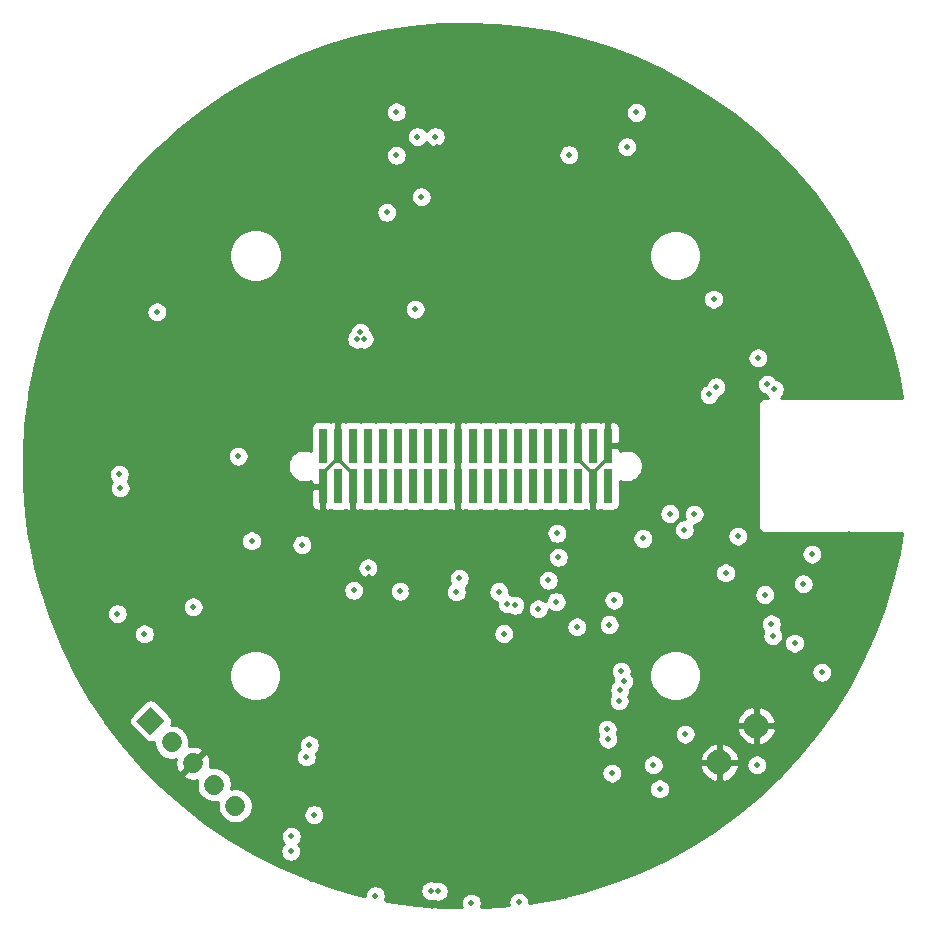
<source format=gbl>
G04 #@! TF.GenerationSoftware,KiCad,Pcbnew,(5.1.5)-3*
G04 #@! TF.CreationDate,2020-02-20T11:24:20-05:00*
G04 #@! TF.ProjectId,Flight_Computer,466c6967-6874-45f4-936f-6d7075746572,rev?*
G04 #@! TF.SameCoordinates,Original*
G04 #@! TF.FileFunction,Copper,L4,Bot*
G04 #@! TF.FilePolarity,Positive*
%FSLAX46Y46*%
G04 Gerber Fmt 4.6, Leading zero omitted, Abs format (unit mm)*
G04 Created by KiCad (PCBNEW (5.1.5)-3) date 2020-02-20 11:24:20*
%MOMM*%
%LPD*%
G04 APERTURE LIST*
%ADD10R,0.740000X2.920000*%
%ADD11C,2.100000*%
%ADD12C,1.700000*%
%ADD13C,0.100000*%
%ADD14C,0.508000*%
%ADD15C,0.254000*%
G04 APERTURE END LIST*
D10*
X164465000Y-125314200D03*
X164465000Y-128744200D03*
X163195000Y-125314200D03*
X163195000Y-128744200D03*
X161925000Y-125314200D03*
X161925000Y-128744200D03*
X160655000Y-125314200D03*
X160655000Y-128744200D03*
X159385000Y-125314200D03*
X159385000Y-128744200D03*
X158115000Y-125314200D03*
X158115000Y-128744200D03*
X156845000Y-125314200D03*
X156845000Y-128744200D03*
X155575000Y-125314200D03*
X155575000Y-128744200D03*
X154305000Y-125314200D03*
X154305000Y-128744200D03*
X153035000Y-125314200D03*
X153035000Y-128744200D03*
X151765000Y-125314200D03*
X151765000Y-128744200D03*
X150495000Y-125314200D03*
X150495000Y-128744200D03*
X149225000Y-125314200D03*
X149225000Y-128744200D03*
X147955000Y-125314200D03*
X147955000Y-128744200D03*
X146685000Y-125314200D03*
X146685000Y-128744200D03*
X145415000Y-125314200D03*
X145415000Y-128744200D03*
X144145000Y-125314200D03*
X144145000Y-128744200D03*
X142875000Y-125314200D03*
X142875000Y-128744200D03*
X141605000Y-125314200D03*
X141605000Y-128744200D03*
X140335000Y-125314200D03*
X140335000Y-128744200D03*
D11*
X177019949Y-149016679D03*
X173908679Y-152127949D03*
D12*
X132914205Y-155803405D02*
X132914205Y-155803405D01*
X131118154Y-154007354D02*
X131118154Y-154007354D01*
X129322102Y-152211302D02*
X129322102Y-152211302D01*
X127526051Y-150415251D02*
X127526051Y-150415251D01*
G04 #@! TA.AperFunction,ComponentPad*
D13*
G36*
X125730000Y-149821282D02*
G01*
X124527918Y-148619200D01*
X125730000Y-147417118D01*
X126932082Y-148619200D01*
X125730000Y-149821282D01*
G37*
G04 #@! TD.AperFunction*
D14*
X164401500Y-158703000D03*
X151434800Y-105968800D03*
X153263600Y-103022400D03*
X146630400Y-102137200D03*
X166319200Y-117754400D03*
X161391600Y-121056400D03*
X168452800Y-124307600D03*
X160782000Y-94517200D03*
X159004000Y-100613200D03*
X156464000Y-100613200D03*
X151130000Y-98327200D03*
X148082000Y-94517200D03*
X145288000Y-96041200D03*
X145288000Y-98327200D03*
X150114000Y-93501200D03*
X154940000Y-93501200D03*
X144399000Y-114329200D03*
X149606000Y-114710200D03*
X141795500Y-118774200D03*
X141478000Y-115980200D03*
X141478000Y-122203200D03*
X171145200Y-137367000D03*
X167614600Y-139284700D03*
X165671500Y-152162500D03*
X166751000Y-149559000D03*
X168973500Y-147336500D03*
X172021500Y-146853900D03*
X167043100Y-157674300D03*
X167347900Y-153457900D03*
X168287700Y-150524200D03*
X174990512Y-146647912D03*
X175530262Y-146108162D03*
X177627336Y-146569364D03*
X179062436Y-148004464D03*
X178357586Y-147299614D03*
X171562965Y-152836935D03*
X172667864Y-153941836D03*
X161378900Y-136262100D03*
X161315400Y-132718800D03*
X159004000Y-134649200D03*
X143002000Y-133379200D03*
X144272000Y-136427200D03*
X151892000Y-133252200D03*
X153035000Y-136427200D03*
X140525500Y-157509200D03*
X137795000Y-157255200D03*
X147002500Y-163414700D03*
X151193500Y-163414700D03*
X155321000Y-163351200D03*
X139192000Y-149635200D03*
X135572500Y-150524200D03*
X148145500Y-101883200D03*
X143510000Y-96612700D03*
X118300500Y-118710700D03*
X126619000Y-118837700D03*
X118237000Y-134649200D03*
X126555500Y-134649200D03*
X132232400Y-129010400D03*
X132232400Y-124489200D03*
X124688600Y-136757400D03*
X184518300Y-134458700D03*
X185089800Y-136109700D03*
X185534300Y-139475200D03*
X184518300Y-141507200D03*
X129095500Y-104867700D03*
X129794000Y-106328200D03*
X130302000Y-109503200D03*
X130111500Y-112932200D03*
X163652200Y-139602200D03*
X147828000Y-137646400D03*
X153543000Y-137646400D03*
X172237400Y-119053600D03*
X178790600Y-136071600D03*
X179501800Y-140440400D03*
X152285700Y-110747800D03*
X156362400Y-119320300D03*
X160362900Y-114037100D03*
X181978300Y-118672600D03*
X187667900Y-118431300D03*
X182702200Y-109782600D03*
X173977300Y-98581200D03*
X162052000Y-92739200D03*
X146431000Y-91862900D03*
X132829300Y-97298500D03*
X138988800Y-99381300D03*
X121615200Y-107864900D03*
X117944900Y-115065800D03*
X121297700Y-143805900D03*
X128739900Y-145164800D03*
X138277600Y-144136100D03*
X138353800Y-138205200D03*
X139306300Y-110354100D03*
X145732500Y-143932900D03*
X152209500Y-143971000D03*
X159499300Y-143894800D03*
X145567400Y-149914600D03*
X152336500Y-149698700D03*
X159397700Y-149597100D03*
X145338800Y-157242500D03*
X152082500Y-157052000D03*
X159461200Y-156988500D03*
X148729700Y-153470600D03*
X148755100Y-146574500D03*
X156337000Y-146434800D03*
X156337000Y-153432500D03*
X158496000Y-138141700D03*
X119697500Y-138840200D03*
X140947000Y-133402200D03*
X177292000Y-116818400D03*
X177292000Y-109046000D03*
X147167600Y-136325600D03*
X163220400Y-136427200D03*
X169062400Y-137443200D03*
X170586400Y-135309600D03*
X184861200Y-132769600D03*
X189179200Y-132922000D03*
X185775600Y-143640800D03*
X187706000Y-137697200D03*
X172720000Y-144047200D03*
X177596800Y-143539200D03*
X176631600Y-155375600D03*
X180035200Y-151819600D03*
X166116000Y-161725600D03*
X170688000Y-159338000D03*
X164896800Y-160455600D03*
X161823400Y-162182800D03*
X153974800Y-164265600D03*
X149555200Y-164265600D03*
X156413200Y-135665200D03*
X120548400Y-131804400D03*
X123139200Y-134344400D03*
X149961600Y-100003600D03*
X154025600Y-101019600D03*
X144627600Y-100206800D03*
X149301200Y-103102400D03*
X179984400Y-120831600D03*
X188722000Y-120882400D03*
X155854400Y-115243600D03*
X132029200Y-119053600D03*
X136448800Y-123828800D03*
X135788400Y-105185200D03*
X170891200Y-102848400D03*
X166116000Y-107471200D03*
X152501600Y-98174800D03*
X180797200Y-134141200D03*
X177698400Y-134141200D03*
X181076600Y-138611600D03*
X147066000Y-96193600D03*
X149758400Y-97311200D03*
X166065200Y-129620000D03*
X165404800Y-137443200D03*
X160934400Y-163427400D03*
X139344400Y-161979600D03*
X143560800Y-163198800D03*
X134467600Y-159439600D03*
X129082800Y-112195600D03*
X146100800Y-119206000D03*
X168325800Y-146079200D03*
X166116000Y-148162000D03*
X164515800Y-153978600D03*
X164922200Y-156645600D03*
X173151800Y-126749800D03*
X171780200Y-128502400D03*
X173228000Y-129467600D03*
X139039600Y-118774200D03*
X138506200Y-119841000D03*
X149225000Y-119409200D03*
X123850400Y-130128000D03*
X125780800Y-127918200D03*
X129438400Y-132998200D03*
X117398800Y-125911600D03*
X123494800Y-125048000D03*
X119329200Y-124336800D03*
X132588000Y-143259800D03*
X135610600Y-139729200D03*
X167513000Y-135512800D03*
X169672000Y-120374400D03*
X173532800Y-117275600D03*
X162153600Y-96904800D03*
X162407600Y-99317800D03*
X153466800Y-95863400D03*
X128778000Y-149482800D03*
X136652000Y-152734000D03*
X132105400Y-135614400D03*
X136220200Y-135766800D03*
X135864600Y-132185400D03*
X167386000Y-110595400D03*
X172923200Y-110646200D03*
X126339600Y-139856200D03*
X160147000Y-132744200D03*
X160274000Y-134776200D03*
X169697400Y-131067800D03*
X170942000Y-132426700D03*
X143192500Y-116297700D03*
X143827500Y-116297700D03*
X143510000Y-115726200D03*
X156908500Y-163986200D03*
X152908000Y-164049700D03*
X144780000Y-163414700D03*
X139573000Y-156556700D03*
X139192000Y-150651200D03*
X161163000Y-100676700D03*
X133146800Y-126216400D03*
X164795200Y-153038800D03*
X164566600Y-140465800D03*
X146862800Y-137646400D03*
X155219400Y-137671800D03*
X181000400Y-137011400D03*
X180263800Y-142040600D03*
X178308000Y-140415000D03*
X174421800Y-136097000D03*
X173405800Y-112906800D03*
X177749200Y-137925800D03*
X181737000Y-134496800D03*
X178409600Y-141405600D03*
X168300400Y-152353000D03*
X171005500Y-149736800D03*
X138938000Y-151667200D03*
X178562000Y-120552200D03*
X173024800Y-120984000D03*
X164465000Y-150168600D03*
X166878000Y-97108000D03*
X149860000Y-99152700D03*
X165582600Y-144428200D03*
X148336000Y-99152700D03*
X165785800Y-145266400D03*
X175463200Y-132972800D03*
X177952400Y-120120400D03*
X173609000Y-120323600D03*
X164388800Y-149330400D03*
X166065200Y-100003600D03*
X149453600Y-162995600D03*
X126263400Y-113999000D03*
X167424100Y-133176000D03*
X171767500Y-131105900D03*
X160083500Y-138522700D03*
X164973000Y-138395700D03*
X161823400Y-140669000D03*
X129349500Y-138967200D03*
X123101100Y-127740400D03*
X159425500Y-136721700D03*
X138557000Y-133696700D03*
X158572200Y-139145000D03*
X123164600Y-128896100D03*
X155651200Y-141227800D03*
X122936000Y-139538700D03*
X125222000Y-141253200D03*
X137668000Y-158398200D03*
X137604500Y-159668200D03*
X151892000Y-136554200D03*
X151638000Y-137697200D03*
X144145000Y-135665200D03*
X156591000Y-138840200D03*
X155956000Y-138713200D03*
X142938500Y-137570200D03*
X165455600Y-145977600D03*
X145745200Y-105566200D03*
X165404800Y-146917400D03*
X148666200Y-104245400D03*
X182575200Y-144504400D03*
X150114000Y-163046400D03*
X177063400Y-152353000D03*
X148132800Y-113770400D03*
X134289800Y-133379200D03*
X168833800Y-154385000D03*
X177165000Y-117885200D03*
X146558000Y-100740200D03*
X146558000Y-97057200D03*
D15*
X140335000Y-127584200D02*
X141605000Y-126314200D01*
X140335000Y-127744200D02*
X140335000Y-127584200D01*
X141605000Y-126474200D02*
X142875000Y-127744200D01*
X141605000Y-126314200D02*
X141605000Y-126474200D01*
X161925000Y-126474200D02*
X163195000Y-127744200D01*
X161925000Y-126314200D02*
X161925000Y-126474200D01*
X163195000Y-127584200D02*
X164465000Y-126314200D01*
X163195000Y-127744200D02*
X163195000Y-127584200D01*
X141605000Y-122330200D02*
X141478000Y-122203200D01*
X141605000Y-126314200D02*
X141605000Y-122330200D01*
G36*
X155053169Y-89669787D02*
G01*
X157456648Y-89918813D01*
X159839047Y-90322423D01*
X162190426Y-90878930D01*
X164500981Y-91586015D01*
X166761110Y-92440737D01*
X168961372Y-93439530D01*
X171092581Y-94578224D01*
X173145879Y-95852083D01*
X175112682Y-97255788D01*
X176984802Y-98783486D01*
X178754431Y-100428811D01*
X180414195Y-102184902D01*
X181957189Y-104044463D01*
X183376949Y-105999696D01*
X184667581Y-108042485D01*
X185823697Y-110164305D01*
X186840473Y-112356300D01*
X187713680Y-114609353D01*
X188439666Y-116914037D01*
X189015417Y-119260794D01*
X189370978Y-121260000D01*
X179102859Y-121260000D01*
X179128704Y-121242731D01*
X179252531Y-121118904D01*
X179349821Y-120973299D01*
X179416836Y-120811512D01*
X179451000Y-120639759D01*
X179451000Y-120464641D01*
X179416836Y-120292888D01*
X179349821Y-120131101D01*
X179252531Y-119985496D01*
X179128704Y-119861669D01*
X178983099Y-119764379D01*
X178821312Y-119697364D01*
X178726299Y-119678465D01*
X178642931Y-119553696D01*
X178519104Y-119429869D01*
X178373499Y-119332579D01*
X178211712Y-119265564D01*
X178039959Y-119231400D01*
X177864841Y-119231400D01*
X177693088Y-119265564D01*
X177531301Y-119332579D01*
X177385696Y-119429869D01*
X177261869Y-119553696D01*
X177164579Y-119699301D01*
X177097564Y-119861088D01*
X177063400Y-120032841D01*
X177063400Y-120207959D01*
X177097564Y-120379712D01*
X177164579Y-120541499D01*
X177261869Y-120687104D01*
X177385696Y-120810931D01*
X177531301Y-120908221D01*
X177693088Y-120975236D01*
X177788101Y-120994135D01*
X177871469Y-121118904D01*
X177995296Y-121242731D01*
X178021141Y-121260000D01*
X177832419Y-121260000D01*
X177800000Y-121256807D01*
X177767581Y-121260000D01*
X177670617Y-121269550D01*
X177546207Y-121307290D01*
X177431550Y-121368575D01*
X177331052Y-121451052D01*
X177248575Y-121551550D01*
X177187290Y-121666207D01*
X177149550Y-121790617D01*
X177136807Y-121920000D01*
X177140000Y-121952419D01*
X177140001Y-132047571D01*
X177136807Y-132080000D01*
X177149550Y-132209383D01*
X177187290Y-132333793D01*
X177248575Y-132448450D01*
X177331052Y-132548948D01*
X177431550Y-132631425D01*
X177546207Y-132692710D01*
X177670617Y-132730450D01*
X177767581Y-132740000D01*
X177800000Y-132743193D01*
X177832419Y-132740000D01*
X189364565Y-132740000D01*
X189090508Y-134375008D01*
X188538103Y-136727362D01*
X187835045Y-139039174D01*
X186984275Y-141300771D01*
X185989328Y-143502763D01*
X184854358Y-145635953D01*
X183584084Y-147691473D01*
X182183813Y-149660729D01*
X180659387Y-151535508D01*
X179017145Y-153308016D01*
X177263944Y-154970849D01*
X175407095Y-156517075D01*
X173454326Y-157940257D01*
X171413804Y-159234445D01*
X169294022Y-160394253D01*
X167103780Y-161414866D01*
X164852275Y-162291996D01*
X162548839Y-163022010D01*
X160203103Y-163601855D01*
X157824836Y-164029115D01*
X157797500Y-164032222D01*
X157797500Y-163898641D01*
X157763336Y-163726888D01*
X157696321Y-163565101D01*
X157599031Y-163419496D01*
X157475204Y-163295669D01*
X157329599Y-163198379D01*
X157167812Y-163131364D01*
X156996059Y-163097200D01*
X156820941Y-163097200D01*
X156649188Y-163131364D01*
X156487401Y-163198379D01*
X156341796Y-163295669D01*
X156217969Y-163419496D01*
X156120679Y-163565101D01*
X156053664Y-163726888D01*
X156019500Y-163898641D01*
X156019500Y-164073759D01*
X156050731Y-164230767D01*
X155423968Y-164302007D01*
X153731641Y-164384322D01*
X153762836Y-164309012D01*
X153797000Y-164137259D01*
X153797000Y-163962141D01*
X153762836Y-163790388D01*
X153695821Y-163628601D01*
X153598531Y-163482996D01*
X153474704Y-163359169D01*
X153329099Y-163261879D01*
X153167312Y-163194864D01*
X152995559Y-163160700D01*
X152820441Y-163160700D01*
X152648688Y-163194864D01*
X152486901Y-163261879D01*
X152341296Y-163359169D01*
X152217469Y-163482996D01*
X152120179Y-163628601D01*
X152053164Y-163790388D01*
X152019000Y-163962141D01*
X152019000Y-164137259D01*
X152053164Y-164309012D01*
X152092815Y-164404738D01*
X150594434Y-164380798D01*
X148185920Y-164186365D01*
X145795005Y-163836913D01*
X145585803Y-163792387D01*
X145634836Y-163674012D01*
X145669000Y-163502259D01*
X145669000Y-163327141D01*
X145634836Y-163155388D01*
X145567821Y-162993601D01*
X145510652Y-162908041D01*
X148564600Y-162908041D01*
X148564600Y-163083159D01*
X148598764Y-163254912D01*
X148665779Y-163416699D01*
X148763069Y-163562304D01*
X148886896Y-163686131D01*
X149032501Y-163783421D01*
X149194288Y-163850436D01*
X149366041Y-163884600D01*
X149541159Y-163884600D01*
X149712912Y-163850436D01*
X149722480Y-163846473D01*
X149854688Y-163901236D01*
X150026441Y-163935400D01*
X150201559Y-163935400D01*
X150373312Y-163901236D01*
X150535099Y-163834221D01*
X150680704Y-163736931D01*
X150804531Y-163613104D01*
X150901821Y-163467499D01*
X150968836Y-163305712D01*
X151003000Y-163133959D01*
X151003000Y-162958841D01*
X150968836Y-162787088D01*
X150901821Y-162625301D01*
X150804531Y-162479696D01*
X150680704Y-162355869D01*
X150535099Y-162258579D01*
X150373312Y-162191564D01*
X150201559Y-162157400D01*
X150026441Y-162157400D01*
X149854688Y-162191564D01*
X149845120Y-162195527D01*
X149712912Y-162140764D01*
X149541159Y-162106600D01*
X149366041Y-162106600D01*
X149194288Y-162140764D01*
X149032501Y-162207779D01*
X148886896Y-162305069D01*
X148763069Y-162428896D01*
X148665779Y-162574501D01*
X148598764Y-162736288D01*
X148564600Y-162908041D01*
X145510652Y-162908041D01*
X145470531Y-162847996D01*
X145346704Y-162724169D01*
X145201099Y-162626879D01*
X145039312Y-162559864D01*
X144867559Y-162525700D01*
X144692441Y-162525700D01*
X144520688Y-162559864D01*
X144358901Y-162626879D01*
X144213296Y-162724169D01*
X144089469Y-162847996D01*
X143992179Y-162993601D01*
X143925164Y-163155388D01*
X143891000Y-163327141D01*
X143891000Y-163431671D01*
X143431584Y-163333891D01*
X141105566Y-162679405D01*
X138826644Y-161876183D01*
X136604290Y-160927565D01*
X134447791Y-159837514D01*
X134011975Y-159580641D01*
X136715500Y-159580641D01*
X136715500Y-159755759D01*
X136749664Y-159927512D01*
X136816679Y-160089299D01*
X136913969Y-160234904D01*
X137037796Y-160358731D01*
X137183401Y-160456021D01*
X137345188Y-160523036D01*
X137516941Y-160557200D01*
X137692059Y-160557200D01*
X137863812Y-160523036D01*
X138025599Y-160456021D01*
X138171204Y-160358731D01*
X138295031Y-160234904D01*
X138392321Y-160089299D01*
X138459336Y-159927512D01*
X138493500Y-159755759D01*
X138493500Y-159580641D01*
X138459336Y-159408888D01*
X138392321Y-159247101D01*
X138295031Y-159101496D01*
X138258485Y-159064950D01*
X138358531Y-158964904D01*
X138455821Y-158819299D01*
X138522836Y-158657512D01*
X138557000Y-158485759D01*
X138557000Y-158310641D01*
X138522836Y-158138888D01*
X138455821Y-157977101D01*
X138358531Y-157831496D01*
X138234704Y-157707669D01*
X138089099Y-157610379D01*
X137927312Y-157543364D01*
X137755559Y-157509200D01*
X137580441Y-157509200D01*
X137408688Y-157543364D01*
X137246901Y-157610379D01*
X137101296Y-157707669D01*
X136977469Y-157831496D01*
X136880179Y-157977101D01*
X136813164Y-158138888D01*
X136779000Y-158310641D01*
X136779000Y-158485759D01*
X136813164Y-158657512D01*
X136880179Y-158819299D01*
X136977469Y-158964904D01*
X137014015Y-159001450D01*
X136913969Y-159101496D01*
X136816679Y-159247101D01*
X136749664Y-159408888D01*
X136715500Y-159580641D01*
X134011975Y-159580641D01*
X132366132Y-158610572D01*
X130367988Y-157251852D01*
X128461676Y-155767009D01*
X126655181Y-154162261D01*
X125737671Y-153234595D01*
X128478414Y-153234595D01*
X128555184Y-153482939D01*
X128690849Y-153555458D01*
X128965210Y-153652782D01*
X129253287Y-153694711D01*
X129544008Y-153679633D01*
X129675897Y-153646213D01*
X129633154Y-153861094D01*
X129633154Y-154153614D01*
X129690222Y-154440512D01*
X129802164Y-154710765D01*
X129964679Y-154953986D01*
X130171522Y-155160829D01*
X130414743Y-155323344D01*
X130684996Y-155435286D01*
X130971894Y-155492354D01*
X131264414Y-155492354D01*
X131470123Y-155451436D01*
X131429205Y-155657145D01*
X131429205Y-155949665D01*
X131486273Y-156236563D01*
X131598215Y-156506816D01*
X131760730Y-156750037D01*
X131967573Y-156956880D01*
X132210794Y-157119395D01*
X132481047Y-157231337D01*
X132767945Y-157288405D01*
X133060465Y-157288405D01*
X133347363Y-157231337D01*
X133617616Y-157119395D01*
X133860837Y-156956880D01*
X134067680Y-156750037D01*
X134230195Y-156506816D01*
X134245800Y-156469141D01*
X138684000Y-156469141D01*
X138684000Y-156644259D01*
X138718164Y-156816012D01*
X138785179Y-156977799D01*
X138882469Y-157123404D01*
X139006296Y-157247231D01*
X139151901Y-157344521D01*
X139313688Y-157411536D01*
X139485441Y-157445700D01*
X139660559Y-157445700D01*
X139832312Y-157411536D01*
X139994099Y-157344521D01*
X140139704Y-157247231D01*
X140263531Y-157123404D01*
X140360821Y-156977799D01*
X140427836Y-156816012D01*
X140462000Y-156644259D01*
X140462000Y-156469141D01*
X140427836Y-156297388D01*
X140360821Y-156135601D01*
X140263531Y-155989996D01*
X140139704Y-155866169D01*
X139994099Y-155768879D01*
X139832312Y-155701864D01*
X139660559Y-155667700D01*
X139485441Y-155667700D01*
X139313688Y-155701864D01*
X139151901Y-155768879D01*
X139006296Y-155866169D01*
X138882469Y-155989996D01*
X138785179Y-156135601D01*
X138718164Y-156297388D01*
X138684000Y-156469141D01*
X134245800Y-156469141D01*
X134342137Y-156236563D01*
X134399205Y-155949665D01*
X134399205Y-155657145D01*
X134342137Y-155370247D01*
X134230195Y-155099994D01*
X134067680Y-154856773D01*
X133860837Y-154649930D01*
X133617616Y-154487415D01*
X133347363Y-154375473D01*
X133060465Y-154318405D01*
X132767945Y-154318405D01*
X132562236Y-154359323D01*
X132574545Y-154297441D01*
X167944800Y-154297441D01*
X167944800Y-154472559D01*
X167978964Y-154644312D01*
X168045979Y-154806099D01*
X168143269Y-154951704D01*
X168267096Y-155075531D01*
X168412701Y-155172821D01*
X168574488Y-155239836D01*
X168746241Y-155274000D01*
X168921359Y-155274000D01*
X169093112Y-155239836D01*
X169254899Y-155172821D01*
X169400504Y-155075531D01*
X169524331Y-154951704D01*
X169621621Y-154806099D01*
X169688636Y-154644312D01*
X169722800Y-154472559D01*
X169722800Y-154297441D01*
X169688636Y-154125688D01*
X169621621Y-153963901D01*
X169524331Y-153818296D01*
X169400504Y-153694469D01*
X169254899Y-153597179D01*
X169093112Y-153530164D01*
X168921359Y-153496000D01*
X168746241Y-153496000D01*
X168574488Y-153530164D01*
X168412701Y-153597179D01*
X168267096Y-153694469D01*
X168143269Y-153818296D01*
X168045979Y-153963901D01*
X167978964Y-154125688D01*
X167944800Y-154297441D01*
X132574545Y-154297441D01*
X132603154Y-154153614D01*
X132603154Y-153861094D01*
X132546086Y-153574196D01*
X132434144Y-153303943D01*
X132271629Y-153060722D01*
X132162148Y-152951241D01*
X163906200Y-152951241D01*
X163906200Y-153126359D01*
X163940364Y-153298112D01*
X164007379Y-153459899D01*
X164104669Y-153605504D01*
X164228496Y-153729331D01*
X164374101Y-153826621D01*
X164535888Y-153893636D01*
X164707641Y-153927800D01*
X164882759Y-153927800D01*
X165054512Y-153893636D01*
X165216299Y-153826621D01*
X165361904Y-153729331D01*
X165485731Y-153605504D01*
X165583021Y-153459899D01*
X165650036Y-153298112D01*
X165684200Y-153126359D01*
X165684200Y-152951241D01*
X165650036Y-152779488D01*
X165583021Y-152617701D01*
X165485731Y-152472096D01*
X165361904Y-152348269D01*
X165237943Y-152265441D01*
X167411400Y-152265441D01*
X167411400Y-152440559D01*
X167445564Y-152612312D01*
X167512579Y-152774099D01*
X167609869Y-152919704D01*
X167733696Y-153043531D01*
X167879301Y-153140821D01*
X168041088Y-153207836D01*
X168212841Y-153242000D01*
X168387959Y-153242000D01*
X168559712Y-153207836D01*
X168721499Y-153140821D01*
X168867104Y-153043531D01*
X168990931Y-152919704D01*
X169088221Y-152774099D01*
X169155236Y-152612312D01*
X169174093Y-152517507D01*
X172260950Y-152517507D01*
X172368610Y-152831478D01*
X172535454Y-153118412D01*
X172755070Y-153367283D01*
X173019018Y-153568527D01*
X173317155Y-153714411D01*
X173519121Y-153775678D01*
X173781679Y-153657087D01*
X173781679Y-152254949D01*
X174035679Y-152254949D01*
X174035679Y-153657087D01*
X174298237Y-153775678D01*
X174612208Y-153668018D01*
X174899142Y-153501174D01*
X175148013Y-153281558D01*
X175349257Y-153017610D01*
X175495141Y-152719473D01*
X175556408Y-152517507D01*
X175442556Y-152265441D01*
X176174400Y-152265441D01*
X176174400Y-152440559D01*
X176208564Y-152612312D01*
X176275579Y-152774099D01*
X176372869Y-152919704D01*
X176496696Y-153043531D01*
X176642301Y-153140821D01*
X176804088Y-153207836D01*
X176975841Y-153242000D01*
X177150959Y-153242000D01*
X177322712Y-153207836D01*
X177484499Y-153140821D01*
X177630104Y-153043531D01*
X177753931Y-152919704D01*
X177851221Y-152774099D01*
X177918236Y-152612312D01*
X177952400Y-152440559D01*
X177952400Y-152265441D01*
X177918236Y-152093688D01*
X177851221Y-151931901D01*
X177753931Y-151786296D01*
X177630104Y-151662469D01*
X177484499Y-151565179D01*
X177322712Y-151498164D01*
X177150959Y-151464000D01*
X176975841Y-151464000D01*
X176804088Y-151498164D01*
X176642301Y-151565179D01*
X176496696Y-151662469D01*
X176372869Y-151786296D01*
X176275579Y-151931901D01*
X176208564Y-152093688D01*
X176174400Y-152265441D01*
X175442556Y-152265441D01*
X175437817Y-152254949D01*
X174035679Y-152254949D01*
X173781679Y-152254949D01*
X172379541Y-152254949D01*
X172260950Y-152517507D01*
X169174093Y-152517507D01*
X169189400Y-152440559D01*
X169189400Y-152265441D01*
X169155236Y-152093688D01*
X169088221Y-151931901D01*
X168990931Y-151786296D01*
X168943026Y-151738391D01*
X172260950Y-151738391D01*
X172379541Y-152000949D01*
X173781679Y-152000949D01*
X173781679Y-150598811D01*
X174035679Y-150598811D01*
X174035679Y-152000949D01*
X175437817Y-152000949D01*
X175556408Y-151738391D01*
X175448748Y-151424420D01*
X175281904Y-151137486D01*
X175062288Y-150888615D01*
X174798340Y-150687371D01*
X174500203Y-150541487D01*
X174298237Y-150480220D01*
X174035679Y-150598811D01*
X173781679Y-150598811D01*
X173519121Y-150480220D01*
X173205150Y-150587880D01*
X172918216Y-150754724D01*
X172669345Y-150974340D01*
X172468101Y-151238288D01*
X172322217Y-151536425D01*
X172260950Y-151738391D01*
X168943026Y-151738391D01*
X168867104Y-151662469D01*
X168721499Y-151565179D01*
X168559712Y-151498164D01*
X168387959Y-151464000D01*
X168212841Y-151464000D01*
X168041088Y-151498164D01*
X167879301Y-151565179D01*
X167733696Y-151662469D01*
X167609869Y-151786296D01*
X167512579Y-151931901D01*
X167445564Y-152093688D01*
X167411400Y-152265441D01*
X165237943Y-152265441D01*
X165216299Y-152250979D01*
X165054512Y-152183964D01*
X164882759Y-152149800D01*
X164707641Y-152149800D01*
X164535888Y-152183964D01*
X164374101Y-152250979D01*
X164228496Y-152348269D01*
X164104669Y-152472096D01*
X164007379Y-152617701D01*
X163940364Y-152779488D01*
X163906200Y-152951241D01*
X132162148Y-152951241D01*
X132064786Y-152853879D01*
X131821565Y-152691364D01*
X131551312Y-152579422D01*
X131264414Y-152522354D01*
X130971894Y-152522354D01*
X130757013Y-152565097D01*
X130790433Y-152433208D01*
X130805511Y-152142487D01*
X130763582Y-151854410D01*
X130666258Y-151580049D01*
X130666040Y-151579641D01*
X138049000Y-151579641D01*
X138049000Y-151754759D01*
X138083164Y-151926512D01*
X138150179Y-152088299D01*
X138247469Y-152233904D01*
X138371296Y-152357731D01*
X138516901Y-152455021D01*
X138678688Y-152522036D01*
X138850441Y-152556200D01*
X139025559Y-152556200D01*
X139197312Y-152522036D01*
X139359099Y-152455021D01*
X139504704Y-152357731D01*
X139628531Y-152233904D01*
X139725821Y-152088299D01*
X139792836Y-151926512D01*
X139827000Y-151754759D01*
X139827000Y-151579641D01*
X139792836Y-151407888D01*
X139763462Y-151336973D01*
X139882531Y-151217904D01*
X139979821Y-151072299D01*
X140046836Y-150910512D01*
X140081000Y-150738759D01*
X140081000Y-150563641D01*
X140046836Y-150391888D01*
X139979821Y-150230101D01*
X139882531Y-150084496D01*
X139758704Y-149960669D01*
X139613099Y-149863379D01*
X139451312Y-149796364D01*
X139279559Y-149762200D01*
X139104441Y-149762200D01*
X138932688Y-149796364D01*
X138770901Y-149863379D01*
X138625296Y-149960669D01*
X138501469Y-150084496D01*
X138404179Y-150230101D01*
X138337164Y-150391888D01*
X138303000Y-150563641D01*
X138303000Y-150738759D01*
X138337164Y-150910512D01*
X138366538Y-150981427D01*
X138247469Y-151100496D01*
X138150179Y-151246101D01*
X138083164Y-151407888D01*
X138049000Y-151579641D01*
X130666040Y-151579641D01*
X130593739Y-151444384D01*
X130345395Y-151367614D01*
X129501707Y-152211302D01*
X129515850Y-152225445D01*
X129336245Y-152405050D01*
X129322102Y-152390907D01*
X128478414Y-153234595D01*
X125737671Y-153234595D01*
X124956000Y-152444273D01*
X123371228Y-150620214D01*
X121907462Y-148697678D01*
X121855352Y-148619200D01*
X123889846Y-148619200D01*
X123902106Y-148743682D01*
X123938416Y-148863380D01*
X123997381Y-148973694D01*
X124076733Y-149070385D01*
X125278815Y-150272467D01*
X125375506Y-150351819D01*
X125485820Y-150410784D01*
X125605518Y-150447094D01*
X125730000Y-150459354D01*
X125854482Y-150447094D01*
X125974180Y-150410784D01*
X126041051Y-150375040D01*
X126041051Y-150561511D01*
X126098119Y-150848409D01*
X126210061Y-151118662D01*
X126372576Y-151361883D01*
X126579419Y-151568726D01*
X126822640Y-151731241D01*
X127092893Y-151843183D01*
X127379791Y-151900251D01*
X127672311Y-151900251D01*
X127887190Y-151857509D01*
X127853771Y-151989396D01*
X127838693Y-152280117D01*
X127880622Y-152568194D01*
X127977946Y-152842555D01*
X128050465Y-152978220D01*
X128298809Y-153054990D01*
X129142497Y-152211302D01*
X129128355Y-152197160D01*
X129307960Y-152017555D01*
X129322102Y-152031697D01*
X130165790Y-151188009D01*
X130089020Y-150939665D01*
X129953355Y-150867146D01*
X129678994Y-150769822D01*
X129390917Y-150727893D01*
X129100196Y-150742971D01*
X128968309Y-150776390D01*
X129011051Y-150561511D01*
X129011051Y-150268991D01*
X128953983Y-149982093D01*
X128842041Y-149711840D01*
X128679526Y-149468619D01*
X128472683Y-149261776D01*
X128444345Y-149242841D01*
X163499800Y-149242841D01*
X163499800Y-149417959D01*
X163533964Y-149589712D01*
X163600979Y-149751499D01*
X163646996Y-149820368D01*
X163610164Y-149909288D01*
X163576000Y-150081041D01*
X163576000Y-150256159D01*
X163610164Y-150427912D01*
X163677179Y-150589699D01*
X163774469Y-150735304D01*
X163898296Y-150859131D01*
X164043901Y-150956421D01*
X164205688Y-151023436D01*
X164377441Y-151057600D01*
X164552559Y-151057600D01*
X164724312Y-151023436D01*
X164886099Y-150956421D01*
X165031704Y-150859131D01*
X165155531Y-150735304D01*
X165252821Y-150589699D01*
X165319836Y-150427912D01*
X165354000Y-150256159D01*
X165354000Y-150081041D01*
X165319836Y-149909288D01*
X165252821Y-149747501D01*
X165206804Y-149678632D01*
X165218978Y-149649241D01*
X170116500Y-149649241D01*
X170116500Y-149824359D01*
X170150664Y-149996112D01*
X170217679Y-150157899D01*
X170314969Y-150303504D01*
X170438796Y-150427331D01*
X170584401Y-150524621D01*
X170746188Y-150591636D01*
X170917941Y-150625800D01*
X171093059Y-150625800D01*
X171264812Y-150591636D01*
X171426599Y-150524621D01*
X171572204Y-150427331D01*
X171696031Y-150303504D01*
X171793321Y-150157899D01*
X171860336Y-149996112D01*
X171894500Y-149824359D01*
X171894500Y-149649241D01*
X171860336Y-149477488D01*
X171830823Y-149406237D01*
X175372220Y-149406237D01*
X175479880Y-149720208D01*
X175646724Y-150007142D01*
X175866340Y-150256013D01*
X176130288Y-150457257D01*
X176428425Y-150603141D01*
X176630391Y-150664408D01*
X176892949Y-150545817D01*
X176892949Y-149143679D01*
X177146949Y-149143679D01*
X177146949Y-150545817D01*
X177409507Y-150664408D01*
X177723478Y-150556748D01*
X178010412Y-150389904D01*
X178259283Y-150170288D01*
X178460527Y-149906340D01*
X178606411Y-149608203D01*
X178667678Y-149406237D01*
X178549087Y-149143679D01*
X177146949Y-149143679D01*
X176892949Y-149143679D01*
X175490811Y-149143679D01*
X175372220Y-149406237D01*
X171830823Y-149406237D01*
X171793321Y-149315701D01*
X171696031Y-149170096D01*
X171572204Y-149046269D01*
X171426599Y-148948979D01*
X171264812Y-148881964D01*
X171093059Y-148847800D01*
X170917941Y-148847800D01*
X170746188Y-148881964D01*
X170584401Y-148948979D01*
X170438796Y-149046269D01*
X170314969Y-149170096D01*
X170217679Y-149315701D01*
X170150664Y-149477488D01*
X170116500Y-149649241D01*
X165218978Y-149649241D01*
X165243636Y-149589712D01*
X165277800Y-149417959D01*
X165277800Y-149242841D01*
X165243636Y-149071088D01*
X165176621Y-148909301D01*
X165079331Y-148763696D01*
X164955504Y-148639869D01*
X164936426Y-148627121D01*
X175372220Y-148627121D01*
X175490811Y-148889679D01*
X176892949Y-148889679D01*
X176892949Y-147487541D01*
X177146949Y-147487541D01*
X177146949Y-148889679D01*
X178549087Y-148889679D01*
X178667678Y-148627121D01*
X178560018Y-148313150D01*
X178393174Y-148026216D01*
X178173558Y-147777345D01*
X177909610Y-147576101D01*
X177611473Y-147430217D01*
X177409507Y-147368950D01*
X177146949Y-147487541D01*
X176892949Y-147487541D01*
X176630391Y-147368950D01*
X176316420Y-147476610D01*
X176029486Y-147643454D01*
X175780615Y-147863070D01*
X175579371Y-148127018D01*
X175433487Y-148425155D01*
X175372220Y-148627121D01*
X164936426Y-148627121D01*
X164809899Y-148542579D01*
X164648112Y-148475564D01*
X164476359Y-148441400D01*
X164301241Y-148441400D01*
X164129488Y-148475564D01*
X163967701Y-148542579D01*
X163822096Y-148639869D01*
X163698269Y-148763696D01*
X163600979Y-148909301D01*
X163533964Y-149071088D01*
X163499800Y-149242841D01*
X128444345Y-149242841D01*
X128229462Y-149099261D01*
X127959209Y-148987319D01*
X127672311Y-148930251D01*
X127485840Y-148930251D01*
X127521584Y-148863380D01*
X127557894Y-148743682D01*
X127570154Y-148619200D01*
X127557894Y-148494718D01*
X127521584Y-148375020D01*
X127462619Y-148264706D01*
X127383267Y-148168015D01*
X126181185Y-146965933D01*
X126084494Y-146886581D01*
X125974180Y-146827616D01*
X125854482Y-146791306D01*
X125730000Y-146779046D01*
X125605518Y-146791306D01*
X125485820Y-146827616D01*
X125375506Y-146886581D01*
X125278815Y-146965933D01*
X124076733Y-148168015D01*
X123997381Y-148264706D01*
X123938416Y-148375020D01*
X123902106Y-148494718D01*
X123889846Y-148619200D01*
X121855352Y-148619200D01*
X120570819Y-146684700D01*
X119366868Y-144589665D01*
X119354234Y-144563970D01*
X132426613Y-144563970D01*
X132426613Y-144996030D01*
X132510904Y-145419787D01*
X132676246Y-145818958D01*
X132916285Y-146178203D01*
X133221797Y-146483715D01*
X133581042Y-146723754D01*
X133980213Y-146889096D01*
X134403970Y-146973387D01*
X134836030Y-146973387D01*
X135259787Y-146889096D01*
X135402841Y-146829841D01*
X164515800Y-146829841D01*
X164515800Y-147004959D01*
X164549964Y-147176712D01*
X164616979Y-147338499D01*
X164714269Y-147484104D01*
X164838096Y-147607931D01*
X164983701Y-147705221D01*
X165145488Y-147772236D01*
X165317241Y-147806400D01*
X165492359Y-147806400D01*
X165664112Y-147772236D01*
X165825899Y-147705221D01*
X165971504Y-147607931D01*
X166095331Y-147484104D01*
X166192621Y-147338499D01*
X166259636Y-147176712D01*
X166293800Y-147004959D01*
X166293800Y-146829841D01*
X166259636Y-146658088D01*
X166192621Y-146496301D01*
X166185413Y-146485514D01*
X166243421Y-146398699D01*
X166310436Y-146236912D01*
X166344600Y-146065159D01*
X166344600Y-145962212D01*
X166352504Y-145956931D01*
X166476331Y-145833104D01*
X166573621Y-145687499D01*
X166640636Y-145525712D01*
X166674800Y-145353959D01*
X166674800Y-145178841D01*
X166640636Y-145007088D01*
X166573621Y-144845301D01*
X166476331Y-144699696D01*
X166441868Y-144665233D01*
X166462010Y-144563970D01*
X167986613Y-144563970D01*
X167986613Y-144996030D01*
X168070904Y-145419787D01*
X168236246Y-145818958D01*
X168476285Y-146178203D01*
X168781797Y-146483715D01*
X169141042Y-146723754D01*
X169540213Y-146889096D01*
X169963970Y-146973387D01*
X170396030Y-146973387D01*
X170819787Y-146889096D01*
X171218958Y-146723754D01*
X171578203Y-146483715D01*
X171883715Y-146178203D01*
X172123754Y-145818958D01*
X172289096Y-145419787D01*
X172373387Y-144996030D01*
X172373387Y-144563970D01*
X172344122Y-144416841D01*
X181686200Y-144416841D01*
X181686200Y-144591959D01*
X181720364Y-144763712D01*
X181787379Y-144925499D01*
X181884669Y-145071104D01*
X182008496Y-145194931D01*
X182154101Y-145292221D01*
X182315888Y-145359236D01*
X182487641Y-145393400D01*
X182662759Y-145393400D01*
X182834512Y-145359236D01*
X182996299Y-145292221D01*
X183141904Y-145194931D01*
X183265731Y-145071104D01*
X183363021Y-144925499D01*
X183430036Y-144763712D01*
X183464200Y-144591959D01*
X183464200Y-144416841D01*
X183430036Y-144245088D01*
X183363021Y-144083301D01*
X183265731Y-143937696D01*
X183141904Y-143813869D01*
X182996299Y-143716579D01*
X182834512Y-143649564D01*
X182662759Y-143615400D01*
X182487641Y-143615400D01*
X182315888Y-143649564D01*
X182154101Y-143716579D01*
X182008496Y-143813869D01*
X181884669Y-143937696D01*
X181787379Y-144083301D01*
X181720364Y-144245088D01*
X181686200Y-144416841D01*
X172344122Y-144416841D01*
X172289096Y-144140213D01*
X172123754Y-143741042D01*
X171883715Y-143381797D01*
X171578203Y-143076285D01*
X171218958Y-142836246D01*
X170819787Y-142670904D01*
X170396030Y-142586613D01*
X169963970Y-142586613D01*
X169540213Y-142670904D01*
X169141042Y-142836246D01*
X168781797Y-143076285D01*
X168476285Y-143381797D01*
X168236246Y-143741042D01*
X168070904Y-144140213D01*
X167986613Y-144563970D01*
X166462010Y-144563970D01*
X166471600Y-144515759D01*
X166471600Y-144340641D01*
X166437436Y-144168888D01*
X166370421Y-144007101D01*
X166273131Y-143861496D01*
X166149304Y-143737669D01*
X166003699Y-143640379D01*
X165841912Y-143573364D01*
X165670159Y-143539200D01*
X165495041Y-143539200D01*
X165323288Y-143573364D01*
X165161501Y-143640379D01*
X165015896Y-143737669D01*
X164892069Y-143861496D01*
X164794779Y-144007101D01*
X164727764Y-144168888D01*
X164693600Y-144340641D01*
X164693600Y-144515759D01*
X164727764Y-144687512D01*
X164794779Y-144849299D01*
X164892069Y-144994904D01*
X164926532Y-145029367D01*
X164896800Y-145178841D01*
X164896800Y-145281788D01*
X164888896Y-145287069D01*
X164765069Y-145410896D01*
X164667779Y-145556501D01*
X164600764Y-145718288D01*
X164566600Y-145890041D01*
X164566600Y-146065159D01*
X164600764Y-146236912D01*
X164667779Y-146398699D01*
X164674987Y-146409486D01*
X164616979Y-146496301D01*
X164549964Y-146658088D01*
X164515800Y-146829841D01*
X135402841Y-146829841D01*
X135658958Y-146723754D01*
X136018203Y-146483715D01*
X136323715Y-146178203D01*
X136563754Y-145818958D01*
X136729096Y-145419787D01*
X136813387Y-144996030D01*
X136813387Y-144563970D01*
X136729096Y-144140213D01*
X136563754Y-143741042D01*
X136323715Y-143381797D01*
X136018203Y-143076285D01*
X135658958Y-142836246D01*
X135259787Y-142670904D01*
X134836030Y-142586613D01*
X134403970Y-142586613D01*
X133980213Y-142670904D01*
X133581042Y-142836246D01*
X133221797Y-143076285D01*
X132916285Y-143381797D01*
X132676246Y-143741042D01*
X132510904Y-144140213D01*
X132426613Y-144563970D01*
X119354234Y-144563970D01*
X118300618Y-142421291D01*
X117780905Y-141165641D01*
X124333000Y-141165641D01*
X124333000Y-141340759D01*
X124367164Y-141512512D01*
X124434179Y-141674299D01*
X124531469Y-141819904D01*
X124655296Y-141943731D01*
X124800901Y-142041021D01*
X124962688Y-142108036D01*
X125134441Y-142142200D01*
X125309559Y-142142200D01*
X125481312Y-142108036D01*
X125643099Y-142041021D01*
X125788704Y-141943731D01*
X125912531Y-141819904D01*
X126009821Y-141674299D01*
X126076836Y-141512512D01*
X126111000Y-141340759D01*
X126111000Y-141165641D01*
X126105948Y-141140241D01*
X154762200Y-141140241D01*
X154762200Y-141315359D01*
X154796364Y-141487112D01*
X154863379Y-141648899D01*
X154960669Y-141794504D01*
X155084496Y-141918331D01*
X155230101Y-142015621D01*
X155391888Y-142082636D01*
X155563641Y-142116800D01*
X155738759Y-142116800D01*
X155910512Y-142082636D01*
X156072299Y-142015621D01*
X156217904Y-141918331D01*
X156341731Y-141794504D01*
X156439021Y-141648899D01*
X156506036Y-141487112D01*
X156540200Y-141315359D01*
X156540200Y-141140241D01*
X156506036Y-140968488D01*
X156439021Y-140806701D01*
X156341731Y-140661096D01*
X156262076Y-140581441D01*
X160934400Y-140581441D01*
X160934400Y-140756559D01*
X160968564Y-140928312D01*
X161035579Y-141090099D01*
X161132869Y-141235704D01*
X161256696Y-141359531D01*
X161402301Y-141456821D01*
X161564088Y-141523836D01*
X161735841Y-141558000D01*
X161910959Y-141558000D01*
X162082712Y-141523836D01*
X162244499Y-141456821D01*
X162390104Y-141359531D01*
X162513931Y-141235704D01*
X162611221Y-141090099D01*
X162678236Y-140928312D01*
X162712400Y-140756559D01*
X162712400Y-140581441D01*
X162678236Y-140409688D01*
X162665211Y-140378241D01*
X163677600Y-140378241D01*
X163677600Y-140553359D01*
X163711764Y-140725112D01*
X163778779Y-140886899D01*
X163876069Y-141032504D01*
X163999896Y-141156331D01*
X164145501Y-141253621D01*
X164307288Y-141320636D01*
X164479041Y-141354800D01*
X164654159Y-141354800D01*
X164825912Y-141320636D01*
X164987699Y-141253621D01*
X165133304Y-141156331D01*
X165257131Y-141032504D01*
X165354421Y-140886899D01*
X165421436Y-140725112D01*
X165455600Y-140553359D01*
X165455600Y-140378241D01*
X165445496Y-140327441D01*
X177419000Y-140327441D01*
X177419000Y-140502559D01*
X177453164Y-140674312D01*
X177520179Y-140836099D01*
X177617469Y-140981704D01*
X177621336Y-140985571D01*
X177554764Y-141146288D01*
X177520600Y-141318041D01*
X177520600Y-141493159D01*
X177554764Y-141664912D01*
X177621779Y-141826699D01*
X177719069Y-141972304D01*
X177842896Y-142096131D01*
X177988501Y-142193421D01*
X178150288Y-142260436D01*
X178322041Y-142294600D01*
X178497159Y-142294600D01*
X178668912Y-142260436D01*
X178830699Y-142193421D01*
X178976304Y-142096131D01*
X179100131Y-141972304D01*
X179113002Y-141953041D01*
X179374800Y-141953041D01*
X179374800Y-142128159D01*
X179408964Y-142299912D01*
X179475979Y-142461699D01*
X179573269Y-142607304D01*
X179697096Y-142731131D01*
X179842701Y-142828421D01*
X180004488Y-142895436D01*
X180176241Y-142929600D01*
X180351359Y-142929600D01*
X180523112Y-142895436D01*
X180684899Y-142828421D01*
X180830504Y-142731131D01*
X180954331Y-142607304D01*
X181051621Y-142461699D01*
X181118636Y-142299912D01*
X181152800Y-142128159D01*
X181152800Y-141953041D01*
X181118636Y-141781288D01*
X181051621Y-141619501D01*
X180954331Y-141473896D01*
X180830504Y-141350069D01*
X180684899Y-141252779D01*
X180523112Y-141185764D01*
X180351359Y-141151600D01*
X180176241Y-141151600D01*
X180004488Y-141185764D01*
X179842701Y-141252779D01*
X179697096Y-141350069D01*
X179573269Y-141473896D01*
X179475979Y-141619501D01*
X179408964Y-141781288D01*
X179374800Y-141953041D01*
X179113002Y-141953041D01*
X179197421Y-141826699D01*
X179264436Y-141664912D01*
X179298600Y-141493159D01*
X179298600Y-141318041D01*
X179264436Y-141146288D01*
X179197421Y-140984501D01*
X179100131Y-140838896D01*
X179096264Y-140835029D01*
X179162836Y-140674312D01*
X179197000Y-140502559D01*
X179197000Y-140327441D01*
X179162836Y-140155688D01*
X179095821Y-139993901D01*
X178998531Y-139848296D01*
X178874704Y-139724469D01*
X178729099Y-139627179D01*
X178567312Y-139560164D01*
X178395559Y-139526000D01*
X178220441Y-139526000D01*
X178048688Y-139560164D01*
X177886901Y-139627179D01*
X177741296Y-139724469D01*
X177617469Y-139848296D01*
X177520179Y-139993901D01*
X177453164Y-140155688D01*
X177419000Y-140327441D01*
X165445496Y-140327441D01*
X165421436Y-140206488D01*
X165354421Y-140044701D01*
X165257131Y-139899096D01*
X165133304Y-139775269D01*
X164987699Y-139677979D01*
X164825912Y-139610964D01*
X164654159Y-139576800D01*
X164479041Y-139576800D01*
X164307288Y-139610964D01*
X164145501Y-139677979D01*
X163999896Y-139775269D01*
X163876069Y-139899096D01*
X163778779Y-140044701D01*
X163711764Y-140206488D01*
X163677600Y-140378241D01*
X162665211Y-140378241D01*
X162611221Y-140247901D01*
X162513931Y-140102296D01*
X162390104Y-139978469D01*
X162244499Y-139881179D01*
X162082712Y-139814164D01*
X161910959Y-139780000D01*
X161735841Y-139780000D01*
X161564088Y-139814164D01*
X161402301Y-139881179D01*
X161256696Y-139978469D01*
X161132869Y-140102296D01*
X161035579Y-140247901D01*
X160968564Y-140409688D01*
X160934400Y-140581441D01*
X156262076Y-140581441D01*
X156217904Y-140537269D01*
X156072299Y-140439979D01*
X155910512Y-140372964D01*
X155738759Y-140338800D01*
X155563641Y-140338800D01*
X155391888Y-140372964D01*
X155230101Y-140439979D01*
X155084496Y-140537269D01*
X154960669Y-140661096D01*
X154863379Y-140806701D01*
X154796364Y-140968488D01*
X154762200Y-141140241D01*
X126105948Y-141140241D01*
X126076836Y-140993888D01*
X126009821Y-140832101D01*
X125912531Y-140686496D01*
X125788704Y-140562669D01*
X125643099Y-140465379D01*
X125481312Y-140398364D01*
X125309559Y-140364200D01*
X125134441Y-140364200D01*
X124962688Y-140398364D01*
X124800901Y-140465379D01*
X124655296Y-140562669D01*
X124531469Y-140686496D01*
X124434179Y-140832101D01*
X124367164Y-140993888D01*
X124333000Y-141165641D01*
X117780905Y-141165641D01*
X117376526Y-140188647D01*
X117125679Y-139451141D01*
X122047000Y-139451141D01*
X122047000Y-139626259D01*
X122081164Y-139798012D01*
X122148179Y-139959799D01*
X122245469Y-140105404D01*
X122369296Y-140229231D01*
X122514901Y-140326521D01*
X122676688Y-140393536D01*
X122848441Y-140427700D01*
X123023559Y-140427700D01*
X123195312Y-140393536D01*
X123357099Y-140326521D01*
X123502704Y-140229231D01*
X123626531Y-140105404D01*
X123723821Y-139959799D01*
X123790836Y-139798012D01*
X123825000Y-139626259D01*
X123825000Y-139451141D01*
X123790836Y-139279388D01*
X123723821Y-139117601D01*
X123626531Y-138971996D01*
X123534176Y-138879641D01*
X128460500Y-138879641D01*
X128460500Y-139054759D01*
X128494664Y-139226512D01*
X128561679Y-139388299D01*
X128658969Y-139533904D01*
X128782796Y-139657731D01*
X128928401Y-139755021D01*
X129090188Y-139822036D01*
X129261941Y-139856200D01*
X129437059Y-139856200D01*
X129608812Y-139822036D01*
X129770599Y-139755021D01*
X129916204Y-139657731D01*
X130040031Y-139533904D01*
X130137321Y-139388299D01*
X130204336Y-139226512D01*
X130238500Y-139054759D01*
X130238500Y-138879641D01*
X130204336Y-138707888D01*
X130137321Y-138546101D01*
X130040031Y-138400496D01*
X129916204Y-138276669D01*
X129770599Y-138179379D01*
X129608812Y-138112364D01*
X129437059Y-138078200D01*
X129261941Y-138078200D01*
X129090188Y-138112364D01*
X128928401Y-138179379D01*
X128782796Y-138276669D01*
X128658969Y-138400496D01*
X128561679Y-138546101D01*
X128494664Y-138707888D01*
X128460500Y-138879641D01*
X123534176Y-138879641D01*
X123502704Y-138848169D01*
X123357099Y-138750879D01*
X123195312Y-138683864D01*
X123023559Y-138649700D01*
X122848441Y-138649700D01*
X122676688Y-138683864D01*
X122514901Y-138750879D01*
X122369296Y-138848169D01*
X122245469Y-138971996D01*
X122148179Y-139117601D01*
X122081164Y-139279388D01*
X122047000Y-139451141D01*
X117125679Y-139451141D01*
X116598434Y-137901009D01*
X116485670Y-137482641D01*
X142049500Y-137482641D01*
X142049500Y-137657759D01*
X142083664Y-137829512D01*
X142150679Y-137991299D01*
X142247969Y-138136904D01*
X142371796Y-138260731D01*
X142517401Y-138358021D01*
X142679188Y-138425036D01*
X142850941Y-138459200D01*
X143026059Y-138459200D01*
X143197812Y-138425036D01*
X143359599Y-138358021D01*
X143505204Y-138260731D01*
X143629031Y-138136904D01*
X143726321Y-137991299D01*
X143793336Y-137829512D01*
X143827500Y-137657759D01*
X143827500Y-137558841D01*
X145973800Y-137558841D01*
X145973800Y-137733959D01*
X146007964Y-137905712D01*
X146074979Y-138067499D01*
X146172269Y-138213104D01*
X146296096Y-138336931D01*
X146441701Y-138434221D01*
X146603488Y-138501236D01*
X146775241Y-138535400D01*
X146950359Y-138535400D01*
X147122112Y-138501236D01*
X147283899Y-138434221D01*
X147429504Y-138336931D01*
X147553331Y-138213104D01*
X147650621Y-138067499D01*
X147717636Y-137905712D01*
X147751800Y-137733959D01*
X147751800Y-137609641D01*
X150749000Y-137609641D01*
X150749000Y-137784759D01*
X150783164Y-137956512D01*
X150850179Y-138118299D01*
X150947469Y-138263904D01*
X151071296Y-138387731D01*
X151216901Y-138485021D01*
X151378688Y-138552036D01*
X151550441Y-138586200D01*
X151725559Y-138586200D01*
X151897312Y-138552036D01*
X152059099Y-138485021D01*
X152204704Y-138387731D01*
X152328531Y-138263904D01*
X152425821Y-138118299D01*
X152492836Y-137956512D01*
X152527000Y-137784759D01*
X152527000Y-137609641D01*
X152521948Y-137584241D01*
X154330400Y-137584241D01*
X154330400Y-137759359D01*
X154364564Y-137931112D01*
X154431579Y-138092899D01*
X154528869Y-138238504D01*
X154652696Y-138362331D01*
X154798301Y-138459621D01*
X154960088Y-138526636D01*
X155081875Y-138550861D01*
X155067000Y-138625641D01*
X155067000Y-138800759D01*
X155101164Y-138972512D01*
X155168179Y-139134299D01*
X155265469Y-139279904D01*
X155389296Y-139403731D01*
X155534901Y-139501021D01*
X155696688Y-139568036D01*
X155868441Y-139602200D01*
X156043559Y-139602200D01*
X156111139Y-139588757D01*
X156169901Y-139628021D01*
X156331688Y-139695036D01*
X156503441Y-139729200D01*
X156678559Y-139729200D01*
X156850312Y-139695036D01*
X157012099Y-139628021D01*
X157157704Y-139530731D01*
X157281531Y-139406904D01*
X157378821Y-139261299D01*
X157445836Y-139099512D01*
X157454204Y-139057441D01*
X157683200Y-139057441D01*
X157683200Y-139232559D01*
X157717364Y-139404312D01*
X157784379Y-139566099D01*
X157881669Y-139711704D01*
X158005496Y-139835531D01*
X158151101Y-139932821D01*
X158312888Y-139999836D01*
X158484641Y-140034000D01*
X158659759Y-140034000D01*
X158831512Y-139999836D01*
X158993299Y-139932821D01*
X159138904Y-139835531D01*
X159262731Y-139711704D01*
X159360021Y-139566099D01*
X159427036Y-139404312D01*
X159461200Y-139232559D01*
X159461200Y-139157635D01*
X159516796Y-139213231D01*
X159662401Y-139310521D01*
X159824188Y-139377536D01*
X159995941Y-139411700D01*
X160171059Y-139411700D01*
X160342812Y-139377536D01*
X160504599Y-139310521D01*
X160650204Y-139213231D01*
X160774031Y-139089404D01*
X160871321Y-138943799D01*
X160938336Y-138782012D01*
X160972500Y-138610259D01*
X160972500Y-138435141D01*
X160947238Y-138308141D01*
X164084000Y-138308141D01*
X164084000Y-138483259D01*
X164118164Y-138655012D01*
X164185179Y-138816799D01*
X164282469Y-138962404D01*
X164406296Y-139086231D01*
X164551901Y-139183521D01*
X164713688Y-139250536D01*
X164885441Y-139284700D01*
X165060559Y-139284700D01*
X165232312Y-139250536D01*
X165394099Y-139183521D01*
X165539704Y-139086231D01*
X165663531Y-138962404D01*
X165760821Y-138816799D01*
X165827836Y-138655012D01*
X165862000Y-138483259D01*
X165862000Y-138308141D01*
X165827836Y-138136388D01*
X165760821Y-137974601D01*
X165669709Y-137838241D01*
X176860200Y-137838241D01*
X176860200Y-138013359D01*
X176894364Y-138185112D01*
X176961379Y-138346899D01*
X177058669Y-138492504D01*
X177182496Y-138616331D01*
X177328101Y-138713621D01*
X177489888Y-138780636D01*
X177661641Y-138814800D01*
X177836759Y-138814800D01*
X178008512Y-138780636D01*
X178170299Y-138713621D01*
X178315904Y-138616331D01*
X178439731Y-138492504D01*
X178537021Y-138346899D01*
X178604036Y-138185112D01*
X178638200Y-138013359D01*
X178638200Y-137838241D01*
X178604036Y-137666488D01*
X178537021Y-137504701D01*
X178439731Y-137359096D01*
X178315904Y-137235269D01*
X178170299Y-137137979D01*
X178008512Y-137070964D01*
X177836759Y-137036800D01*
X177661641Y-137036800D01*
X177489888Y-137070964D01*
X177328101Y-137137979D01*
X177182496Y-137235269D01*
X177058669Y-137359096D01*
X176961379Y-137504701D01*
X176894364Y-137666488D01*
X176860200Y-137838241D01*
X165669709Y-137838241D01*
X165663531Y-137828996D01*
X165539704Y-137705169D01*
X165394099Y-137607879D01*
X165232312Y-137540864D01*
X165060559Y-137506700D01*
X164885441Y-137506700D01*
X164713688Y-137540864D01*
X164551901Y-137607879D01*
X164406296Y-137705169D01*
X164282469Y-137828996D01*
X164185179Y-137974601D01*
X164118164Y-138136388D01*
X164084000Y-138308141D01*
X160947238Y-138308141D01*
X160938336Y-138263388D01*
X160871321Y-138101601D01*
X160774031Y-137955996D01*
X160650204Y-137832169D01*
X160504599Y-137734879D01*
X160342812Y-137667864D01*
X160171059Y-137633700D01*
X159995941Y-137633700D01*
X159824188Y-137667864D01*
X159662401Y-137734879D01*
X159516796Y-137832169D01*
X159392969Y-137955996D01*
X159295679Y-138101601D01*
X159228664Y-138263388D01*
X159194500Y-138435141D01*
X159194500Y-138510065D01*
X159138904Y-138454469D01*
X158993299Y-138357179D01*
X158831512Y-138290164D01*
X158659759Y-138256000D01*
X158484641Y-138256000D01*
X158312888Y-138290164D01*
X158151101Y-138357179D01*
X158005496Y-138454469D01*
X157881669Y-138578296D01*
X157784379Y-138723901D01*
X157717364Y-138885688D01*
X157683200Y-139057441D01*
X157454204Y-139057441D01*
X157480000Y-138927759D01*
X157480000Y-138752641D01*
X157445836Y-138580888D01*
X157378821Y-138419101D01*
X157281531Y-138273496D01*
X157157704Y-138149669D01*
X157012099Y-138052379D01*
X156850312Y-137985364D01*
X156678559Y-137951200D01*
X156503441Y-137951200D01*
X156435861Y-137964643D01*
X156377099Y-137925379D01*
X156215312Y-137858364D01*
X156093525Y-137834139D01*
X156108400Y-137759359D01*
X156108400Y-137584241D01*
X156074236Y-137412488D01*
X156007221Y-137250701D01*
X155909931Y-137105096D01*
X155786104Y-136981269D01*
X155640499Y-136883979D01*
X155478712Y-136816964D01*
X155306959Y-136782800D01*
X155131841Y-136782800D01*
X154960088Y-136816964D01*
X154798301Y-136883979D01*
X154652696Y-136981269D01*
X154528869Y-137105096D01*
X154431579Y-137250701D01*
X154364564Y-137412488D01*
X154330400Y-137584241D01*
X152521948Y-137584241D01*
X152492836Y-137437888D01*
X152425821Y-137276101D01*
X152421480Y-137269604D01*
X152458704Y-137244731D01*
X152582531Y-137120904D01*
X152679821Y-136975299D01*
X152746836Y-136813512D01*
X152781000Y-136641759D01*
X152781000Y-136634141D01*
X158536500Y-136634141D01*
X158536500Y-136809259D01*
X158570664Y-136981012D01*
X158637679Y-137142799D01*
X158734969Y-137288404D01*
X158858796Y-137412231D01*
X159004401Y-137509521D01*
X159166188Y-137576536D01*
X159337941Y-137610700D01*
X159513059Y-137610700D01*
X159684812Y-137576536D01*
X159846599Y-137509521D01*
X159992204Y-137412231D01*
X160116031Y-137288404D01*
X160213321Y-137142799D01*
X160280336Y-136981012D01*
X160314500Y-136809259D01*
X160314500Y-136634141D01*
X160280336Y-136462388D01*
X160213321Y-136300601D01*
X160116031Y-136154996D01*
X159992204Y-136031169D01*
X159959686Y-136009441D01*
X173532800Y-136009441D01*
X173532800Y-136184559D01*
X173566964Y-136356312D01*
X173633979Y-136518099D01*
X173731269Y-136663704D01*
X173855096Y-136787531D01*
X174000701Y-136884821D01*
X174162488Y-136951836D01*
X174334241Y-136986000D01*
X174509359Y-136986000D01*
X174681112Y-136951836D01*
X174748697Y-136923841D01*
X180111400Y-136923841D01*
X180111400Y-137098959D01*
X180145564Y-137270712D01*
X180212579Y-137432499D01*
X180309869Y-137578104D01*
X180433696Y-137701931D01*
X180579301Y-137799221D01*
X180741088Y-137866236D01*
X180912841Y-137900400D01*
X181087959Y-137900400D01*
X181259712Y-137866236D01*
X181421499Y-137799221D01*
X181567104Y-137701931D01*
X181690931Y-137578104D01*
X181788221Y-137432499D01*
X181855236Y-137270712D01*
X181889400Y-137098959D01*
X181889400Y-136923841D01*
X181855236Y-136752088D01*
X181788221Y-136590301D01*
X181690931Y-136444696D01*
X181567104Y-136320869D01*
X181421499Y-136223579D01*
X181259712Y-136156564D01*
X181087959Y-136122400D01*
X180912841Y-136122400D01*
X180741088Y-136156564D01*
X180579301Y-136223579D01*
X180433696Y-136320869D01*
X180309869Y-136444696D01*
X180212579Y-136590301D01*
X180145564Y-136752088D01*
X180111400Y-136923841D01*
X174748697Y-136923841D01*
X174842899Y-136884821D01*
X174988504Y-136787531D01*
X175112331Y-136663704D01*
X175209621Y-136518099D01*
X175276636Y-136356312D01*
X175310800Y-136184559D01*
X175310800Y-136009441D01*
X175276636Y-135837688D01*
X175209621Y-135675901D01*
X175112331Y-135530296D01*
X174988504Y-135406469D01*
X174842899Y-135309179D01*
X174681112Y-135242164D01*
X174509359Y-135208000D01*
X174334241Y-135208000D01*
X174162488Y-135242164D01*
X174000701Y-135309179D01*
X173855096Y-135406469D01*
X173731269Y-135530296D01*
X173633979Y-135675901D01*
X173566964Y-135837688D01*
X173532800Y-136009441D01*
X159959686Y-136009441D01*
X159846599Y-135933879D01*
X159684812Y-135866864D01*
X159513059Y-135832700D01*
X159337941Y-135832700D01*
X159166188Y-135866864D01*
X159004401Y-135933879D01*
X158858796Y-136031169D01*
X158734969Y-136154996D01*
X158637679Y-136300601D01*
X158570664Y-136462388D01*
X158536500Y-136634141D01*
X152781000Y-136634141D01*
X152781000Y-136466641D01*
X152746836Y-136294888D01*
X152679821Y-136133101D01*
X152582531Y-135987496D01*
X152458704Y-135863669D01*
X152313099Y-135766379D01*
X152151312Y-135699364D01*
X151979559Y-135665200D01*
X151804441Y-135665200D01*
X151632688Y-135699364D01*
X151470901Y-135766379D01*
X151325296Y-135863669D01*
X151201469Y-135987496D01*
X151104179Y-136133101D01*
X151037164Y-136294888D01*
X151003000Y-136466641D01*
X151003000Y-136641759D01*
X151037164Y-136813512D01*
X151104179Y-136975299D01*
X151108520Y-136981796D01*
X151071296Y-137006669D01*
X150947469Y-137130496D01*
X150850179Y-137276101D01*
X150783164Y-137437888D01*
X150749000Y-137609641D01*
X147751800Y-137609641D01*
X147751800Y-137558841D01*
X147717636Y-137387088D01*
X147650621Y-137225301D01*
X147553331Y-137079696D01*
X147429504Y-136955869D01*
X147283899Y-136858579D01*
X147122112Y-136791564D01*
X146950359Y-136757400D01*
X146775241Y-136757400D01*
X146603488Y-136791564D01*
X146441701Y-136858579D01*
X146296096Y-136955869D01*
X146172269Y-137079696D01*
X146074979Y-137225301D01*
X146007964Y-137387088D01*
X145973800Y-137558841D01*
X143827500Y-137558841D01*
X143827500Y-137482641D01*
X143793336Y-137310888D01*
X143726321Y-137149101D01*
X143629031Y-137003496D01*
X143505204Y-136879669D01*
X143359599Y-136782379D01*
X143197812Y-136715364D01*
X143026059Y-136681200D01*
X142850941Y-136681200D01*
X142679188Y-136715364D01*
X142517401Y-136782379D01*
X142371796Y-136879669D01*
X142247969Y-137003496D01*
X142150679Y-137149101D01*
X142083664Y-137310888D01*
X142049500Y-137482641D01*
X116485670Y-137482641D01*
X115972209Y-135577641D01*
X143256000Y-135577641D01*
X143256000Y-135752759D01*
X143290164Y-135924512D01*
X143357179Y-136086299D01*
X143454469Y-136231904D01*
X143578296Y-136355731D01*
X143723901Y-136453021D01*
X143885688Y-136520036D01*
X144057441Y-136554200D01*
X144232559Y-136554200D01*
X144404312Y-136520036D01*
X144566099Y-136453021D01*
X144711704Y-136355731D01*
X144835531Y-136231904D01*
X144932821Y-136086299D01*
X144999836Y-135924512D01*
X145034000Y-135752759D01*
X145034000Y-135577641D01*
X144999836Y-135405888D01*
X144932821Y-135244101D01*
X144835531Y-135098496D01*
X144711704Y-134974669D01*
X144566099Y-134877379D01*
X144404312Y-134810364D01*
X144232559Y-134776200D01*
X144057441Y-134776200D01*
X143885688Y-134810364D01*
X143723901Y-134877379D01*
X143578296Y-134974669D01*
X143454469Y-135098496D01*
X143357179Y-135244101D01*
X143290164Y-135405888D01*
X143256000Y-135577641D01*
X115972209Y-135577641D01*
X115969591Y-135567928D01*
X115792541Y-134688641D01*
X159385000Y-134688641D01*
X159385000Y-134863759D01*
X159419164Y-135035512D01*
X159486179Y-135197299D01*
X159583469Y-135342904D01*
X159707296Y-135466731D01*
X159852901Y-135564021D01*
X160014688Y-135631036D01*
X160186441Y-135665200D01*
X160361559Y-135665200D01*
X160533312Y-135631036D01*
X160695099Y-135564021D01*
X160840704Y-135466731D01*
X160964531Y-135342904D01*
X161061821Y-135197299D01*
X161128836Y-135035512D01*
X161163000Y-134863759D01*
X161163000Y-134688641D01*
X161128836Y-134516888D01*
X161084247Y-134409241D01*
X180848000Y-134409241D01*
X180848000Y-134584359D01*
X180882164Y-134756112D01*
X180949179Y-134917899D01*
X181046469Y-135063504D01*
X181170296Y-135187331D01*
X181315901Y-135284621D01*
X181477688Y-135351636D01*
X181649441Y-135385800D01*
X181824559Y-135385800D01*
X181996312Y-135351636D01*
X182158099Y-135284621D01*
X182303704Y-135187331D01*
X182427531Y-135063504D01*
X182524821Y-134917899D01*
X182591836Y-134756112D01*
X182626000Y-134584359D01*
X182626000Y-134409241D01*
X182591836Y-134237488D01*
X182524821Y-134075701D01*
X182427531Y-133930096D01*
X182303704Y-133806269D01*
X182158099Y-133708979D01*
X181996312Y-133641964D01*
X181824559Y-133607800D01*
X181649441Y-133607800D01*
X181477688Y-133641964D01*
X181315901Y-133708979D01*
X181170296Y-133806269D01*
X181046469Y-133930096D01*
X180949179Y-134075701D01*
X180882164Y-134237488D01*
X180848000Y-134409241D01*
X161084247Y-134409241D01*
X161061821Y-134355101D01*
X160964531Y-134209496D01*
X160840704Y-134085669D01*
X160695099Y-133988379D01*
X160533312Y-133921364D01*
X160361559Y-133887200D01*
X160186441Y-133887200D01*
X160014688Y-133921364D01*
X159852901Y-133988379D01*
X159707296Y-134085669D01*
X159583469Y-134209496D01*
X159486179Y-134355101D01*
X159419164Y-134516888D01*
X159385000Y-134688641D01*
X115792541Y-134688641D01*
X115511245Y-133291641D01*
X133400800Y-133291641D01*
X133400800Y-133466759D01*
X133434964Y-133638512D01*
X133501979Y-133800299D01*
X133599269Y-133945904D01*
X133723096Y-134069731D01*
X133868701Y-134167021D01*
X134030488Y-134234036D01*
X134202241Y-134268200D01*
X134377359Y-134268200D01*
X134549112Y-134234036D01*
X134710899Y-134167021D01*
X134856504Y-134069731D01*
X134980331Y-133945904D01*
X135077621Y-133800299D01*
X135144636Y-133638512D01*
X135150478Y-133609141D01*
X137668000Y-133609141D01*
X137668000Y-133784259D01*
X137702164Y-133956012D01*
X137769179Y-134117799D01*
X137866469Y-134263404D01*
X137990296Y-134387231D01*
X138135901Y-134484521D01*
X138297688Y-134551536D01*
X138469441Y-134585700D01*
X138644559Y-134585700D01*
X138816312Y-134551536D01*
X138978099Y-134484521D01*
X139123704Y-134387231D01*
X139247531Y-134263404D01*
X139344821Y-134117799D01*
X139411836Y-133956012D01*
X139446000Y-133784259D01*
X139446000Y-133609141D01*
X139411836Y-133437388D01*
X139344821Y-133275601D01*
X139247531Y-133129996D01*
X139123704Y-133006169D01*
X138978099Y-132908879D01*
X138816312Y-132841864D01*
X138644559Y-132807700D01*
X138469441Y-132807700D01*
X138297688Y-132841864D01*
X138135901Y-132908879D01*
X137990296Y-133006169D01*
X137866469Y-133129996D01*
X137769179Y-133275601D01*
X137702164Y-133437388D01*
X137668000Y-133609141D01*
X135150478Y-133609141D01*
X135178800Y-133466759D01*
X135178800Y-133291641D01*
X135144636Y-133119888D01*
X135077621Y-132958101D01*
X134980331Y-132812496D01*
X134856504Y-132688669D01*
X134808571Y-132656641D01*
X159258000Y-132656641D01*
X159258000Y-132831759D01*
X159292164Y-133003512D01*
X159359179Y-133165299D01*
X159456469Y-133310904D01*
X159580296Y-133434731D01*
X159725901Y-133532021D01*
X159887688Y-133599036D01*
X160059441Y-133633200D01*
X160234559Y-133633200D01*
X160406312Y-133599036D01*
X160568099Y-133532021D01*
X160713704Y-133434731D01*
X160837531Y-133310904D01*
X160934821Y-133165299D01*
X160966656Y-133088441D01*
X166535100Y-133088441D01*
X166535100Y-133263559D01*
X166569264Y-133435312D01*
X166636279Y-133597099D01*
X166733569Y-133742704D01*
X166857396Y-133866531D01*
X167003001Y-133963821D01*
X167164788Y-134030836D01*
X167336541Y-134065000D01*
X167511659Y-134065000D01*
X167683412Y-134030836D01*
X167845199Y-133963821D01*
X167990804Y-133866531D01*
X168114631Y-133742704D01*
X168211921Y-133597099D01*
X168278936Y-133435312D01*
X168313100Y-133263559D01*
X168313100Y-133088441D01*
X168278936Y-132916688D01*
X168211921Y-132754901D01*
X168114631Y-132609296D01*
X167990804Y-132485469D01*
X167845199Y-132388179D01*
X167726812Y-132339141D01*
X170053000Y-132339141D01*
X170053000Y-132514259D01*
X170087164Y-132686012D01*
X170154179Y-132847799D01*
X170251469Y-132993404D01*
X170375296Y-133117231D01*
X170520901Y-133214521D01*
X170682688Y-133281536D01*
X170854441Y-133315700D01*
X171029559Y-133315700D01*
X171201312Y-133281536D01*
X171363099Y-133214521D01*
X171508704Y-133117231D01*
X171632531Y-132993404D01*
X171704803Y-132885241D01*
X174574200Y-132885241D01*
X174574200Y-133060359D01*
X174608364Y-133232112D01*
X174675379Y-133393899D01*
X174772669Y-133539504D01*
X174896496Y-133663331D01*
X175042101Y-133760621D01*
X175203888Y-133827636D01*
X175375641Y-133861800D01*
X175550759Y-133861800D01*
X175722512Y-133827636D01*
X175884299Y-133760621D01*
X176029904Y-133663331D01*
X176153731Y-133539504D01*
X176251021Y-133393899D01*
X176318036Y-133232112D01*
X176352200Y-133060359D01*
X176352200Y-132885241D01*
X176318036Y-132713488D01*
X176251021Y-132551701D01*
X176153731Y-132406096D01*
X176029904Y-132282269D01*
X175884299Y-132184979D01*
X175722512Y-132117964D01*
X175550759Y-132083800D01*
X175375641Y-132083800D01*
X175203888Y-132117964D01*
X175042101Y-132184979D01*
X174896496Y-132282269D01*
X174772669Y-132406096D01*
X174675379Y-132551701D01*
X174608364Y-132713488D01*
X174574200Y-132885241D01*
X171704803Y-132885241D01*
X171729821Y-132847799D01*
X171796836Y-132686012D01*
X171831000Y-132514259D01*
X171831000Y-132339141D01*
X171796836Y-132167388D01*
X171729821Y-132005601D01*
X171722671Y-131994900D01*
X171855059Y-131994900D01*
X172026812Y-131960736D01*
X172188599Y-131893721D01*
X172334204Y-131796431D01*
X172458031Y-131672604D01*
X172555321Y-131526999D01*
X172622336Y-131365212D01*
X172656500Y-131193459D01*
X172656500Y-131018341D01*
X172622336Y-130846588D01*
X172555321Y-130684801D01*
X172458031Y-130539196D01*
X172334204Y-130415369D01*
X172188599Y-130318079D01*
X172026812Y-130251064D01*
X171855059Y-130216900D01*
X171679941Y-130216900D01*
X171508188Y-130251064D01*
X171346401Y-130318079D01*
X171200796Y-130415369D01*
X171076969Y-130539196D01*
X170979679Y-130684801D01*
X170912664Y-130846588D01*
X170878500Y-131018341D01*
X170878500Y-131193459D01*
X170912664Y-131365212D01*
X170979679Y-131526999D01*
X170986829Y-131537700D01*
X170854441Y-131537700D01*
X170682688Y-131571864D01*
X170520901Y-131638879D01*
X170375296Y-131736169D01*
X170251469Y-131859996D01*
X170154179Y-132005601D01*
X170087164Y-132167388D01*
X170053000Y-132339141D01*
X167726812Y-132339141D01*
X167683412Y-132321164D01*
X167511659Y-132287000D01*
X167336541Y-132287000D01*
X167164788Y-132321164D01*
X167003001Y-132388179D01*
X166857396Y-132485469D01*
X166733569Y-132609296D01*
X166636279Y-132754901D01*
X166569264Y-132916688D01*
X166535100Y-133088441D01*
X160966656Y-133088441D01*
X161001836Y-133003512D01*
X161036000Y-132831759D01*
X161036000Y-132656641D01*
X161001836Y-132484888D01*
X160934821Y-132323101D01*
X160837531Y-132177496D01*
X160713704Y-132053669D01*
X160568099Y-131956379D01*
X160406312Y-131889364D01*
X160234559Y-131855200D01*
X160059441Y-131855200D01*
X159887688Y-131889364D01*
X159725901Y-131956379D01*
X159580296Y-132053669D01*
X159456469Y-132177496D01*
X159359179Y-132323101D01*
X159292164Y-132484888D01*
X159258000Y-132656641D01*
X134808571Y-132656641D01*
X134710899Y-132591379D01*
X134549112Y-132524364D01*
X134377359Y-132490200D01*
X134202241Y-132490200D01*
X134030488Y-132524364D01*
X133868701Y-132591379D01*
X133723096Y-132688669D01*
X133599269Y-132812496D01*
X133501979Y-132958101D01*
X133434964Y-133119888D01*
X133400800Y-133291641D01*
X115511245Y-133291641D01*
X115492617Y-133199131D01*
X115193218Y-130980241D01*
X168808400Y-130980241D01*
X168808400Y-131155359D01*
X168842564Y-131327112D01*
X168909579Y-131488899D01*
X169006869Y-131634504D01*
X169130696Y-131758331D01*
X169276301Y-131855621D01*
X169438088Y-131922636D01*
X169609841Y-131956800D01*
X169784959Y-131956800D01*
X169956712Y-131922636D01*
X170118499Y-131855621D01*
X170264104Y-131758331D01*
X170387931Y-131634504D01*
X170485221Y-131488899D01*
X170552236Y-131327112D01*
X170586400Y-131155359D01*
X170586400Y-130980241D01*
X170552236Y-130808488D01*
X170485221Y-130646701D01*
X170387931Y-130501096D01*
X170264104Y-130377269D01*
X170118499Y-130279979D01*
X169956712Y-130212964D01*
X169784959Y-130178800D01*
X169609841Y-130178800D01*
X169438088Y-130212964D01*
X169276301Y-130279979D01*
X169130696Y-130377269D01*
X169006869Y-130501096D01*
X168909579Y-130646701D01*
X168842564Y-130808488D01*
X168808400Y-130980241D01*
X115193218Y-130980241D01*
X115169502Y-130804486D01*
X115127688Y-130204200D01*
X139326928Y-130204200D01*
X139339188Y-130328682D01*
X139375498Y-130448380D01*
X139434463Y-130558694D01*
X139513815Y-130655385D01*
X139610506Y-130734737D01*
X139720820Y-130793702D01*
X139840518Y-130830012D01*
X139965000Y-130842272D01*
X140049250Y-130839200D01*
X140208000Y-130680450D01*
X140208000Y-128871200D01*
X139488750Y-128871200D01*
X139330000Y-129029950D01*
X139326928Y-130204200D01*
X115127688Y-130204200D01*
X115001592Y-128393982D01*
X114997910Y-127652841D01*
X122212100Y-127652841D01*
X122212100Y-127827959D01*
X122246264Y-127999712D01*
X122313279Y-128161499D01*
X122410569Y-128307104D01*
X122457563Y-128354098D01*
X122376779Y-128475001D01*
X122309764Y-128636788D01*
X122275600Y-128808541D01*
X122275600Y-128983659D01*
X122309764Y-129155412D01*
X122376779Y-129317199D01*
X122474069Y-129462804D01*
X122597896Y-129586631D01*
X122743501Y-129683921D01*
X122905288Y-129750936D01*
X123077041Y-129785100D01*
X123252159Y-129785100D01*
X123423912Y-129750936D01*
X123585699Y-129683921D01*
X123731304Y-129586631D01*
X123855131Y-129462804D01*
X123952421Y-129317199D01*
X124019436Y-129155412D01*
X124053600Y-128983659D01*
X124053600Y-128808541D01*
X124019436Y-128636788D01*
X123952421Y-128475001D01*
X123855131Y-128329396D01*
X123808137Y-128282402D01*
X123888921Y-128161499D01*
X123955936Y-127999712D01*
X123990100Y-127827959D01*
X123990100Y-127652841D01*
X123955936Y-127481088D01*
X123888921Y-127319301D01*
X123791631Y-127173696D01*
X123667804Y-127049869D01*
X123522199Y-126952579D01*
X123360412Y-126885564D01*
X123188659Y-126851400D01*
X123013541Y-126851400D01*
X122841788Y-126885564D01*
X122680001Y-126952579D01*
X122534396Y-127049869D01*
X122410569Y-127173696D01*
X122313279Y-127319301D01*
X122246264Y-127481088D01*
X122212100Y-127652841D01*
X114997910Y-127652841D01*
X114990339Y-126128841D01*
X132257800Y-126128841D01*
X132257800Y-126303959D01*
X132291964Y-126475712D01*
X132358979Y-126637499D01*
X132456269Y-126783104D01*
X132580096Y-126906931D01*
X132725701Y-127004221D01*
X132887488Y-127071236D01*
X133059241Y-127105400D01*
X133234359Y-127105400D01*
X133406112Y-127071236D01*
X133567899Y-127004221D01*
X133713504Y-126906931D01*
X133727646Y-126892789D01*
X137360000Y-126892789D01*
X137360000Y-127165611D01*
X137413225Y-127433189D01*
X137517629Y-127685243D01*
X137669201Y-127912086D01*
X137862114Y-128104999D01*
X138088957Y-128256571D01*
X138341011Y-128360975D01*
X138608589Y-128414200D01*
X138881411Y-128414200D01*
X139148989Y-128360975D01*
X139329549Y-128286185D01*
X139330000Y-128458450D01*
X139488750Y-128617200D01*
X140208000Y-128617200D01*
X140208000Y-128597200D01*
X140462000Y-128597200D01*
X140462000Y-128617200D01*
X140482000Y-128617200D01*
X140482000Y-128871200D01*
X140462000Y-128871200D01*
X140462000Y-130680450D01*
X140620750Y-130839200D01*
X140705000Y-130842272D01*
X140829482Y-130830012D01*
X140949180Y-130793702D01*
X140970000Y-130782573D01*
X140990820Y-130793702D01*
X141110518Y-130830012D01*
X141235000Y-130842272D01*
X141975000Y-130842272D01*
X142099482Y-130830012D01*
X142219180Y-130793702D01*
X142240000Y-130782573D01*
X142260820Y-130793702D01*
X142380518Y-130830012D01*
X142505000Y-130842272D01*
X142589250Y-130839200D01*
X142748000Y-130680450D01*
X142748000Y-128871200D01*
X142728000Y-128871200D01*
X142728000Y-128617200D01*
X142748000Y-128617200D01*
X142748000Y-128597200D01*
X143002000Y-128597200D01*
X143002000Y-128617200D01*
X143022000Y-128617200D01*
X143022000Y-128871200D01*
X143002000Y-128871200D01*
X143002000Y-130680450D01*
X143160750Y-130839200D01*
X143245000Y-130842272D01*
X143369482Y-130830012D01*
X143489180Y-130793702D01*
X143510000Y-130782573D01*
X143530820Y-130793702D01*
X143650518Y-130830012D01*
X143775000Y-130842272D01*
X144515000Y-130842272D01*
X144639482Y-130830012D01*
X144759180Y-130793702D01*
X144780000Y-130782573D01*
X144800820Y-130793702D01*
X144920518Y-130830012D01*
X145045000Y-130842272D01*
X145785000Y-130842272D01*
X145909482Y-130830012D01*
X146029180Y-130793702D01*
X146050000Y-130782573D01*
X146070820Y-130793702D01*
X146190518Y-130830012D01*
X146315000Y-130842272D01*
X147055000Y-130842272D01*
X147179482Y-130830012D01*
X147299180Y-130793702D01*
X147320000Y-130782573D01*
X147340820Y-130793702D01*
X147460518Y-130830012D01*
X147585000Y-130842272D01*
X148325000Y-130842272D01*
X148449482Y-130830012D01*
X148569180Y-130793702D01*
X148590000Y-130782573D01*
X148610820Y-130793702D01*
X148730518Y-130830012D01*
X148855000Y-130842272D01*
X149595000Y-130842272D01*
X149719482Y-130830012D01*
X149839180Y-130793702D01*
X149860000Y-130782573D01*
X149880820Y-130793702D01*
X150000518Y-130830012D01*
X150125000Y-130842272D01*
X150865000Y-130842272D01*
X150989482Y-130830012D01*
X151109180Y-130793702D01*
X151130000Y-130782573D01*
X151150820Y-130793702D01*
X151270518Y-130830012D01*
X151395000Y-130842272D01*
X151479250Y-130839200D01*
X151638000Y-130680450D01*
X151638000Y-128871200D01*
X151618000Y-128871200D01*
X151618000Y-128617200D01*
X151638000Y-128617200D01*
X151638000Y-125441200D01*
X151618000Y-125441200D01*
X151618000Y-125187200D01*
X151638000Y-125187200D01*
X151638000Y-123377950D01*
X151892000Y-123377950D01*
X151892000Y-125187200D01*
X151912000Y-125187200D01*
X151912000Y-125441200D01*
X151892000Y-125441200D01*
X151892000Y-128617200D01*
X151912000Y-128617200D01*
X151912000Y-128871200D01*
X151892000Y-128871200D01*
X151892000Y-130680450D01*
X152050750Y-130839200D01*
X152135000Y-130842272D01*
X152259482Y-130830012D01*
X152379180Y-130793702D01*
X152400000Y-130782573D01*
X152420820Y-130793702D01*
X152540518Y-130830012D01*
X152665000Y-130842272D01*
X153405000Y-130842272D01*
X153529482Y-130830012D01*
X153649180Y-130793702D01*
X153670000Y-130782573D01*
X153690820Y-130793702D01*
X153810518Y-130830012D01*
X153935000Y-130842272D01*
X154675000Y-130842272D01*
X154799482Y-130830012D01*
X154919180Y-130793702D01*
X154940000Y-130782573D01*
X154960820Y-130793702D01*
X155080518Y-130830012D01*
X155205000Y-130842272D01*
X155945000Y-130842272D01*
X156069482Y-130830012D01*
X156189180Y-130793702D01*
X156210000Y-130782573D01*
X156230820Y-130793702D01*
X156350518Y-130830012D01*
X156475000Y-130842272D01*
X157215000Y-130842272D01*
X157339482Y-130830012D01*
X157459180Y-130793702D01*
X157480000Y-130782573D01*
X157500820Y-130793702D01*
X157620518Y-130830012D01*
X157745000Y-130842272D01*
X158485000Y-130842272D01*
X158609482Y-130830012D01*
X158729180Y-130793702D01*
X158750000Y-130782573D01*
X158770820Y-130793702D01*
X158890518Y-130830012D01*
X159015000Y-130842272D01*
X159755000Y-130842272D01*
X159879482Y-130830012D01*
X159999180Y-130793702D01*
X160020000Y-130782573D01*
X160040820Y-130793702D01*
X160160518Y-130830012D01*
X160285000Y-130842272D01*
X161025000Y-130842272D01*
X161149482Y-130830012D01*
X161269180Y-130793702D01*
X161290000Y-130782573D01*
X161310820Y-130793702D01*
X161430518Y-130830012D01*
X161555000Y-130842272D01*
X162295000Y-130842272D01*
X162419482Y-130830012D01*
X162539180Y-130793702D01*
X162560000Y-130782573D01*
X162580820Y-130793702D01*
X162700518Y-130830012D01*
X162825000Y-130842272D01*
X162909250Y-130839200D01*
X163068000Y-130680450D01*
X163068000Y-128871200D01*
X163048000Y-128871200D01*
X163048000Y-128617200D01*
X163068000Y-128617200D01*
X163068000Y-128597200D01*
X163322000Y-128597200D01*
X163322000Y-128617200D01*
X163342000Y-128617200D01*
X163342000Y-128871200D01*
X163322000Y-128871200D01*
X163322000Y-130680450D01*
X163480750Y-130839200D01*
X163565000Y-130842272D01*
X163689482Y-130830012D01*
X163809180Y-130793702D01*
X163830000Y-130782573D01*
X163850820Y-130793702D01*
X163970518Y-130830012D01*
X164095000Y-130842272D01*
X164835000Y-130842272D01*
X164959482Y-130830012D01*
X165079180Y-130793702D01*
X165189494Y-130734737D01*
X165286185Y-130655385D01*
X165365537Y-130558694D01*
X165424502Y-130448380D01*
X165460812Y-130328682D01*
X165473072Y-130204200D01*
X165473072Y-128287270D01*
X165651011Y-128360975D01*
X165918589Y-128414200D01*
X166191411Y-128414200D01*
X166458989Y-128360975D01*
X166711043Y-128256571D01*
X166937886Y-128104999D01*
X167130799Y-127912086D01*
X167282371Y-127685243D01*
X167386775Y-127433189D01*
X167440000Y-127165611D01*
X167440000Y-126892789D01*
X167386775Y-126625211D01*
X167282371Y-126373157D01*
X167130799Y-126146314D01*
X166937886Y-125953401D01*
X166711043Y-125801829D01*
X166458989Y-125697425D01*
X166191411Y-125644200D01*
X165918589Y-125644200D01*
X165651011Y-125697425D01*
X165470451Y-125772215D01*
X165470000Y-125599950D01*
X165311250Y-125441200D01*
X164592000Y-125441200D01*
X164592000Y-125461200D01*
X164338000Y-125461200D01*
X164338000Y-125441200D01*
X164318000Y-125441200D01*
X164318000Y-125187200D01*
X164338000Y-125187200D01*
X164338000Y-123377950D01*
X164592000Y-123377950D01*
X164592000Y-125187200D01*
X165311250Y-125187200D01*
X165470000Y-125028450D01*
X165473072Y-123854200D01*
X165460812Y-123729718D01*
X165424502Y-123610020D01*
X165365537Y-123499706D01*
X165286185Y-123403015D01*
X165189494Y-123323663D01*
X165079180Y-123264698D01*
X164959482Y-123228388D01*
X164835000Y-123216128D01*
X164750750Y-123219200D01*
X164592000Y-123377950D01*
X164338000Y-123377950D01*
X164179250Y-123219200D01*
X164095000Y-123216128D01*
X163970518Y-123228388D01*
X163850820Y-123264698D01*
X163830000Y-123275827D01*
X163809180Y-123264698D01*
X163689482Y-123228388D01*
X163565000Y-123216128D01*
X162825000Y-123216128D01*
X162700518Y-123228388D01*
X162580820Y-123264698D01*
X162560000Y-123275827D01*
X162539180Y-123264698D01*
X162419482Y-123228388D01*
X162295000Y-123216128D01*
X162210750Y-123219200D01*
X162052000Y-123377950D01*
X162052000Y-125187200D01*
X162072000Y-125187200D01*
X162072000Y-125441200D01*
X162052000Y-125441200D01*
X162052000Y-125461200D01*
X161798000Y-125461200D01*
X161798000Y-125441200D01*
X161778000Y-125441200D01*
X161778000Y-125187200D01*
X161798000Y-125187200D01*
X161798000Y-123377950D01*
X161639250Y-123219200D01*
X161555000Y-123216128D01*
X161430518Y-123228388D01*
X161310820Y-123264698D01*
X161290000Y-123275827D01*
X161269180Y-123264698D01*
X161149482Y-123228388D01*
X161025000Y-123216128D01*
X160285000Y-123216128D01*
X160160518Y-123228388D01*
X160040820Y-123264698D01*
X160020000Y-123275827D01*
X159999180Y-123264698D01*
X159879482Y-123228388D01*
X159755000Y-123216128D01*
X159015000Y-123216128D01*
X158890518Y-123228388D01*
X158770820Y-123264698D01*
X158750000Y-123275827D01*
X158729180Y-123264698D01*
X158609482Y-123228388D01*
X158485000Y-123216128D01*
X157745000Y-123216128D01*
X157620518Y-123228388D01*
X157500820Y-123264698D01*
X157480000Y-123275827D01*
X157459180Y-123264698D01*
X157339482Y-123228388D01*
X157215000Y-123216128D01*
X156475000Y-123216128D01*
X156350518Y-123228388D01*
X156230820Y-123264698D01*
X156210000Y-123275827D01*
X156189180Y-123264698D01*
X156069482Y-123228388D01*
X155945000Y-123216128D01*
X155205000Y-123216128D01*
X155080518Y-123228388D01*
X154960820Y-123264698D01*
X154940000Y-123275827D01*
X154919180Y-123264698D01*
X154799482Y-123228388D01*
X154675000Y-123216128D01*
X153935000Y-123216128D01*
X153810518Y-123228388D01*
X153690820Y-123264698D01*
X153670000Y-123275827D01*
X153649180Y-123264698D01*
X153529482Y-123228388D01*
X153405000Y-123216128D01*
X152665000Y-123216128D01*
X152540518Y-123228388D01*
X152420820Y-123264698D01*
X152400000Y-123275827D01*
X152379180Y-123264698D01*
X152259482Y-123228388D01*
X152135000Y-123216128D01*
X152050750Y-123219200D01*
X151892000Y-123377950D01*
X151638000Y-123377950D01*
X151479250Y-123219200D01*
X151395000Y-123216128D01*
X151270518Y-123228388D01*
X151150820Y-123264698D01*
X151130000Y-123275827D01*
X151109180Y-123264698D01*
X150989482Y-123228388D01*
X150865000Y-123216128D01*
X150125000Y-123216128D01*
X150000518Y-123228388D01*
X149880820Y-123264698D01*
X149860000Y-123275827D01*
X149839180Y-123264698D01*
X149719482Y-123228388D01*
X149595000Y-123216128D01*
X148855000Y-123216128D01*
X148730518Y-123228388D01*
X148610820Y-123264698D01*
X148590000Y-123275827D01*
X148569180Y-123264698D01*
X148449482Y-123228388D01*
X148325000Y-123216128D01*
X147585000Y-123216128D01*
X147460518Y-123228388D01*
X147340820Y-123264698D01*
X147320000Y-123275827D01*
X147299180Y-123264698D01*
X147179482Y-123228388D01*
X147055000Y-123216128D01*
X146315000Y-123216128D01*
X146190518Y-123228388D01*
X146070820Y-123264698D01*
X146050000Y-123275827D01*
X146029180Y-123264698D01*
X145909482Y-123228388D01*
X145785000Y-123216128D01*
X145045000Y-123216128D01*
X144920518Y-123228388D01*
X144800820Y-123264698D01*
X144780000Y-123275827D01*
X144759180Y-123264698D01*
X144639482Y-123228388D01*
X144515000Y-123216128D01*
X143775000Y-123216128D01*
X143650518Y-123228388D01*
X143530820Y-123264698D01*
X143510000Y-123275827D01*
X143489180Y-123264698D01*
X143369482Y-123228388D01*
X143245000Y-123216128D01*
X142505000Y-123216128D01*
X142380518Y-123228388D01*
X142260820Y-123264698D01*
X142240000Y-123275827D01*
X142219180Y-123264698D01*
X142099482Y-123228388D01*
X141975000Y-123216128D01*
X141890750Y-123219200D01*
X141732000Y-123377950D01*
X141732000Y-125187200D01*
X141752000Y-125187200D01*
X141752000Y-125441200D01*
X141732000Y-125441200D01*
X141732000Y-125461200D01*
X141478000Y-125461200D01*
X141478000Y-125441200D01*
X141458000Y-125441200D01*
X141458000Y-125187200D01*
X141478000Y-125187200D01*
X141478000Y-123377950D01*
X141319250Y-123219200D01*
X141235000Y-123216128D01*
X141110518Y-123228388D01*
X140990820Y-123264698D01*
X140970000Y-123275827D01*
X140949180Y-123264698D01*
X140829482Y-123228388D01*
X140705000Y-123216128D01*
X139965000Y-123216128D01*
X139840518Y-123228388D01*
X139720820Y-123264698D01*
X139610506Y-123323663D01*
X139513815Y-123403015D01*
X139434463Y-123499706D01*
X139375498Y-123610020D01*
X139339188Y-123729718D01*
X139326928Y-123854200D01*
X139326928Y-125771130D01*
X139148989Y-125697425D01*
X138881411Y-125644200D01*
X138608589Y-125644200D01*
X138341011Y-125697425D01*
X138088957Y-125801829D01*
X137862114Y-125953401D01*
X137669201Y-126146314D01*
X137517629Y-126373157D01*
X137413225Y-126625211D01*
X137360000Y-126892789D01*
X133727646Y-126892789D01*
X133837331Y-126783104D01*
X133934621Y-126637499D01*
X134001636Y-126475712D01*
X134035800Y-126303959D01*
X134035800Y-126128841D01*
X134001636Y-125957088D01*
X133934621Y-125795301D01*
X133837331Y-125649696D01*
X133713504Y-125525869D01*
X133567899Y-125428579D01*
X133406112Y-125361564D01*
X133234359Y-125327400D01*
X133059241Y-125327400D01*
X132887488Y-125361564D01*
X132725701Y-125428579D01*
X132580096Y-125525869D01*
X132456269Y-125649696D01*
X132358979Y-125795301D01*
X132291964Y-125957088D01*
X132257800Y-126128841D01*
X114990339Y-126128841D01*
X114989587Y-125977677D01*
X115133538Y-123565618D01*
X115432844Y-121167889D01*
X115484700Y-120896441D01*
X172135800Y-120896441D01*
X172135800Y-121071559D01*
X172169964Y-121243312D01*
X172236979Y-121405099D01*
X172334269Y-121550704D01*
X172458096Y-121674531D01*
X172603701Y-121771821D01*
X172765488Y-121838836D01*
X172937241Y-121873000D01*
X173112359Y-121873000D01*
X173284112Y-121838836D01*
X173445899Y-121771821D01*
X173591504Y-121674531D01*
X173715331Y-121550704D01*
X173812621Y-121405099D01*
X173879636Y-121243312D01*
X173894716Y-121167499D01*
X174030099Y-121111421D01*
X174175704Y-121014131D01*
X174299531Y-120890304D01*
X174396821Y-120744699D01*
X174463836Y-120582912D01*
X174498000Y-120411159D01*
X174498000Y-120236041D01*
X174463836Y-120064288D01*
X174396821Y-119902501D01*
X174299531Y-119756896D01*
X174175704Y-119633069D01*
X174030099Y-119535779D01*
X173868312Y-119468764D01*
X173696559Y-119434600D01*
X173521441Y-119434600D01*
X173349688Y-119468764D01*
X173187901Y-119535779D01*
X173042296Y-119633069D01*
X172918469Y-119756896D01*
X172821179Y-119902501D01*
X172754164Y-120064288D01*
X172739084Y-120140101D01*
X172603701Y-120196179D01*
X172458096Y-120293469D01*
X172334269Y-120417296D01*
X172236979Y-120562901D01*
X172169964Y-120724688D01*
X172135800Y-120896441D01*
X115484700Y-120896441D01*
X115886259Y-118794465D01*
X116144339Y-117797641D01*
X176276000Y-117797641D01*
X176276000Y-117972759D01*
X176310164Y-118144512D01*
X176377179Y-118306299D01*
X176474469Y-118451904D01*
X176598296Y-118575731D01*
X176743901Y-118673021D01*
X176905688Y-118740036D01*
X177077441Y-118774200D01*
X177252559Y-118774200D01*
X177424312Y-118740036D01*
X177586099Y-118673021D01*
X177731704Y-118575731D01*
X177855531Y-118451904D01*
X177952821Y-118306299D01*
X178019836Y-118144512D01*
X178054000Y-117972759D01*
X178054000Y-117797641D01*
X178019836Y-117625888D01*
X177952821Y-117464101D01*
X177855531Y-117318496D01*
X177731704Y-117194669D01*
X177586099Y-117097379D01*
X177424312Y-117030364D01*
X177252559Y-116996200D01*
X177077441Y-116996200D01*
X176905688Y-117030364D01*
X176743901Y-117097379D01*
X176598296Y-117194669D01*
X176474469Y-117318496D01*
X176377179Y-117464101D01*
X176310164Y-117625888D01*
X176276000Y-117797641D01*
X116144339Y-117797641D01*
X116491887Y-116455259D01*
X116572550Y-116210141D01*
X142303500Y-116210141D01*
X142303500Y-116385259D01*
X142337664Y-116557012D01*
X142404679Y-116718799D01*
X142501969Y-116864404D01*
X142625796Y-116988231D01*
X142771401Y-117085521D01*
X142933188Y-117152536D01*
X143104941Y-117186700D01*
X143280059Y-117186700D01*
X143451812Y-117152536D01*
X143510000Y-117128434D01*
X143568188Y-117152536D01*
X143739941Y-117186700D01*
X143915059Y-117186700D01*
X144086812Y-117152536D01*
X144248599Y-117085521D01*
X144394204Y-116988231D01*
X144518031Y-116864404D01*
X144615321Y-116718799D01*
X144682336Y-116557012D01*
X144716500Y-116385259D01*
X144716500Y-116210141D01*
X144682336Y-116038388D01*
X144615321Y-115876601D01*
X144518031Y-115730996D01*
X144394204Y-115607169D01*
X144392515Y-115606041D01*
X144364836Y-115466888D01*
X144297821Y-115305101D01*
X144200531Y-115159496D01*
X144076704Y-115035669D01*
X143931099Y-114938379D01*
X143769312Y-114871364D01*
X143597559Y-114837200D01*
X143422441Y-114837200D01*
X143250688Y-114871364D01*
X143088901Y-114938379D01*
X142943296Y-115035669D01*
X142819469Y-115159496D01*
X142722179Y-115305101D01*
X142655164Y-115466888D01*
X142627485Y-115606041D01*
X142625796Y-115607169D01*
X142501969Y-115730996D01*
X142404679Y-115876601D01*
X142337664Y-116038388D01*
X142303500Y-116210141D01*
X116572550Y-116210141D01*
X117247207Y-114160013D01*
X117347209Y-113911441D01*
X125374400Y-113911441D01*
X125374400Y-114086559D01*
X125408564Y-114258312D01*
X125475579Y-114420099D01*
X125572869Y-114565704D01*
X125696696Y-114689531D01*
X125842301Y-114786821D01*
X126004088Y-114853836D01*
X126175841Y-114888000D01*
X126350959Y-114888000D01*
X126522712Y-114853836D01*
X126684499Y-114786821D01*
X126830104Y-114689531D01*
X126953931Y-114565704D01*
X127051221Y-114420099D01*
X127118236Y-114258312D01*
X127152400Y-114086559D01*
X127152400Y-113911441D01*
X127118236Y-113739688D01*
X127094689Y-113682841D01*
X147243800Y-113682841D01*
X147243800Y-113857959D01*
X147277964Y-114029712D01*
X147344979Y-114191499D01*
X147442269Y-114337104D01*
X147566096Y-114460931D01*
X147711701Y-114558221D01*
X147873488Y-114625236D01*
X148045241Y-114659400D01*
X148220359Y-114659400D01*
X148392112Y-114625236D01*
X148553899Y-114558221D01*
X148699504Y-114460931D01*
X148823331Y-114337104D01*
X148920621Y-114191499D01*
X148987636Y-114029712D01*
X149021800Y-113857959D01*
X149021800Y-113682841D01*
X148987636Y-113511088D01*
X148920621Y-113349301D01*
X148823331Y-113203696D01*
X148699504Y-113079869D01*
X148553899Y-112982579D01*
X148392112Y-112915564D01*
X148220359Y-112881400D01*
X148045241Y-112881400D01*
X147873488Y-112915564D01*
X147711701Y-112982579D01*
X147566096Y-113079869D01*
X147442269Y-113203696D01*
X147344979Y-113349301D01*
X147277964Y-113511088D01*
X147243800Y-113682841D01*
X127094689Y-113682841D01*
X127051221Y-113577901D01*
X126953931Y-113432296D01*
X126830104Y-113308469D01*
X126684499Y-113211179D01*
X126522712Y-113144164D01*
X126350959Y-113110000D01*
X126175841Y-113110000D01*
X126004088Y-113144164D01*
X125842301Y-113211179D01*
X125696696Y-113308469D01*
X125572869Y-113432296D01*
X125475579Y-113577901D01*
X125408564Y-113739688D01*
X125374400Y-113911441D01*
X117347209Y-113911441D01*
X117786610Y-112819241D01*
X172516800Y-112819241D01*
X172516800Y-112994359D01*
X172550964Y-113166112D01*
X172617979Y-113327899D01*
X172715269Y-113473504D01*
X172839096Y-113597331D01*
X172984701Y-113694621D01*
X173146488Y-113761636D01*
X173318241Y-113795800D01*
X173493359Y-113795800D01*
X173665112Y-113761636D01*
X173826899Y-113694621D01*
X173972504Y-113597331D01*
X174096331Y-113473504D01*
X174193621Y-113327899D01*
X174260636Y-113166112D01*
X174294800Y-112994359D01*
X174294800Y-112819241D01*
X174260636Y-112647488D01*
X174193621Y-112485701D01*
X174096331Y-112340096D01*
X173972504Y-112216269D01*
X173826899Y-112118979D01*
X173665112Y-112051964D01*
X173493359Y-112017800D01*
X173318241Y-112017800D01*
X173146488Y-112051964D01*
X172984701Y-112118979D01*
X172839096Y-112216269D01*
X172715269Y-112340096D01*
X172617979Y-112485701D01*
X172550964Y-112647488D01*
X172516800Y-112819241D01*
X117786610Y-112819241D01*
X118149076Y-111918279D01*
X119193728Y-109739419D01*
X119611238Y-108995890D01*
X132344573Y-108995890D01*
X132344573Y-109444110D01*
X132432016Y-109883718D01*
X132603543Y-110297819D01*
X132852560Y-110670500D01*
X133169500Y-110987440D01*
X133542181Y-111236457D01*
X133956282Y-111407984D01*
X134395890Y-111495427D01*
X134844110Y-111495427D01*
X135283718Y-111407984D01*
X135697819Y-111236457D01*
X136070500Y-110987440D01*
X136387440Y-110670500D01*
X136636457Y-110297819D01*
X136807984Y-109883718D01*
X136895427Y-109444110D01*
X136895427Y-109003970D01*
X167986613Y-109003970D01*
X167986613Y-109436030D01*
X168070904Y-109859787D01*
X168236246Y-110258958D01*
X168476285Y-110618203D01*
X168781797Y-110923715D01*
X169141042Y-111163754D01*
X169540213Y-111329096D01*
X169963970Y-111413387D01*
X170396030Y-111413387D01*
X170819787Y-111329096D01*
X171218958Y-111163754D01*
X171578203Y-110923715D01*
X171883715Y-110618203D01*
X172123754Y-110258958D01*
X172289096Y-109859787D01*
X172373387Y-109436030D01*
X172373387Y-109003970D01*
X172289096Y-108580213D01*
X172123754Y-108181042D01*
X171883715Y-107821797D01*
X171578203Y-107516285D01*
X171218958Y-107276246D01*
X170819787Y-107110904D01*
X170396030Y-107026613D01*
X169963970Y-107026613D01*
X169540213Y-107110904D01*
X169141042Y-107276246D01*
X168781797Y-107516285D01*
X168476285Y-107821797D01*
X168236246Y-108181042D01*
X168070904Y-108580213D01*
X167986613Y-109003970D01*
X136895427Y-109003970D01*
X136895427Y-108995890D01*
X136807984Y-108556282D01*
X136636457Y-108142181D01*
X136387440Y-107769500D01*
X136070500Y-107452560D01*
X135697819Y-107203543D01*
X135283718Y-107032016D01*
X134844110Y-106944573D01*
X134395890Y-106944573D01*
X133956282Y-107032016D01*
X133542181Y-107203543D01*
X133169500Y-107452560D01*
X132852560Y-107769500D01*
X132603543Y-108142181D01*
X132432016Y-108556282D01*
X132344573Y-108995890D01*
X119611238Y-108995890D01*
X120376803Y-107632527D01*
X121693382Y-105606361D01*
X121788634Y-105478641D01*
X144856200Y-105478641D01*
X144856200Y-105653759D01*
X144890364Y-105825512D01*
X144957379Y-105987299D01*
X145054669Y-106132904D01*
X145178496Y-106256731D01*
X145324101Y-106354021D01*
X145485888Y-106421036D01*
X145657641Y-106455200D01*
X145832759Y-106455200D01*
X146004512Y-106421036D01*
X146166299Y-106354021D01*
X146311904Y-106256731D01*
X146435731Y-106132904D01*
X146533021Y-105987299D01*
X146600036Y-105825512D01*
X146634200Y-105653759D01*
X146634200Y-105478641D01*
X146600036Y-105306888D01*
X146533021Y-105145101D01*
X146435731Y-104999496D01*
X146311904Y-104875669D01*
X146166299Y-104778379D01*
X146004512Y-104711364D01*
X145832759Y-104677200D01*
X145657641Y-104677200D01*
X145485888Y-104711364D01*
X145324101Y-104778379D01*
X145178496Y-104875669D01*
X145054669Y-104999496D01*
X144957379Y-105145101D01*
X144890364Y-105306888D01*
X144856200Y-105478641D01*
X121788634Y-105478641D01*
X122773680Y-104157841D01*
X147777200Y-104157841D01*
X147777200Y-104332959D01*
X147811364Y-104504712D01*
X147878379Y-104666499D01*
X147975669Y-104812104D01*
X148099496Y-104935931D01*
X148245101Y-105033221D01*
X148406888Y-105100236D01*
X148578641Y-105134400D01*
X148753759Y-105134400D01*
X148925512Y-105100236D01*
X149087299Y-105033221D01*
X149232904Y-104935931D01*
X149356731Y-104812104D01*
X149454021Y-104666499D01*
X149521036Y-104504712D01*
X149555200Y-104332959D01*
X149555200Y-104157841D01*
X149521036Y-103986088D01*
X149454021Y-103824301D01*
X149356731Y-103678696D01*
X149232904Y-103554869D01*
X149087299Y-103457579D01*
X148925512Y-103390564D01*
X148753759Y-103356400D01*
X148578641Y-103356400D01*
X148406888Y-103390564D01*
X148245101Y-103457579D01*
X148099496Y-103554869D01*
X147975669Y-103678696D01*
X147878379Y-103824301D01*
X147811364Y-103986088D01*
X147777200Y-104157841D01*
X122773680Y-104157841D01*
X123137965Y-103669390D01*
X124704540Y-101829667D01*
X125845768Y-100652641D01*
X145669000Y-100652641D01*
X145669000Y-100827759D01*
X145703164Y-100999512D01*
X145770179Y-101161299D01*
X145867469Y-101306904D01*
X145991296Y-101430731D01*
X146136901Y-101528021D01*
X146298688Y-101595036D01*
X146470441Y-101629200D01*
X146645559Y-101629200D01*
X146817312Y-101595036D01*
X146979099Y-101528021D01*
X147124704Y-101430731D01*
X147248531Y-101306904D01*
X147345821Y-101161299D01*
X147412836Y-100999512D01*
X147447000Y-100827759D01*
X147447000Y-100652641D01*
X147434369Y-100589141D01*
X160274000Y-100589141D01*
X160274000Y-100764259D01*
X160308164Y-100936012D01*
X160375179Y-101097799D01*
X160472469Y-101243404D01*
X160596296Y-101367231D01*
X160741901Y-101464521D01*
X160903688Y-101531536D01*
X161075441Y-101565700D01*
X161250559Y-101565700D01*
X161422312Y-101531536D01*
X161584099Y-101464521D01*
X161729704Y-101367231D01*
X161853531Y-101243404D01*
X161950821Y-101097799D01*
X162017836Y-100936012D01*
X162052000Y-100764259D01*
X162052000Y-100589141D01*
X162017836Y-100417388D01*
X161950821Y-100255601D01*
X161853531Y-100109996D01*
X161729704Y-99986169D01*
X161624750Y-99916041D01*
X165176200Y-99916041D01*
X165176200Y-100091159D01*
X165210364Y-100262912D01*
X165277379Y-100424699D01*
X165374669Y-100570304D01*
X165498496Y-100694131D01*
X165644101Y-100791421D01*
X165805888Y-100858436D01*
X165977641Y-100892600D01*
X166152759Y-100892600D01*
X166324512Y-100858436D01*
X166486299Y-100791421D01*
X166631904Y-100694131D01*
X166755731Y-100570304D01*
X166853021Y-100424699D01*
X166920036Y-100262912D01*
X166954200Y-100091159D01*
X166954200Y-99916041D01*
X166920036Y-99744288D01*
X166853021Y-99582501D01*
X166755731Y-99436896D01*
X166631904Y-99313069D01*
X166486299Y-99215779D01*
X166324512Y-99148764D01*
X166152759Y-99114600D01*
X165977641Y-99114600D01*
X165805888Y-99148764D01*
X165644101Y-99215779D01*
X165498496Y-99313069D01*
X165374669Y-99436896D01*
X165277379Y-99582501D01*
X165210364Y-99744288D01*
X165176200Y-99916041D01*
X161624750Y-99916041D01*
X161584099Y-99888879D01*
X161422312Y-99821864D01*
X161250559Y-99787700D01*
X161075441Y-99787700D01*
X160903688Y-99821864D01*
X160741901Y-99888879D01*
X160596296Y-99986169D01*
X160472469Y-100109996D01*
X160375179Y-100255601D01*
X160308164Y-100417388D01*
X160274000Y-100589141D01*
X147434369Y-100589141D01*
X147412836Y-100480888D01*
X147345821Y-100319101D01*
X147248531Y-100173496D01*
X147124704Y-100049669D01*
X146979099Y-99952379D01*
X146817312Y-99885364D01*
X146645559Y-99851200D01*
X146470441Y-99851200D01*
X146298688Y-99885364D01*
X146136901Y-99952379D01*
X145991296Y-100049669D01*
X145867469Y-100173496D01*
X145770179Y-100319101D01*
X145703164Y-100480888D01*
X145669000Y-100652641D01*
X125845768Y-100652641D01*
X126386555Y-100094892D01*
X127522823Y-99065141D01*
X147447000Y-99065141D01*
X147447000Y-99240259D01*
X147481164Y-99412012D01*
X147548179Y-99573799D01*
X147645469Y-99719404D01*
X147769296Y-99843231D01*
X147914901Y-99940521D01*
X148076688Y-100007536D01*
X148248441Y-100041700D01*
X148423559Y-100041700D01*
X148595312Y-100007536D01*
X148757099Y-99940521D01*
X148902704Y-99843231D01*
X149026531Y-99719404D01*
X149098000Y-99612443D01*
X149169469Y-99719404D01*
X149293296Y-99843231D01*
X149438901Y-99940521D01*
X149600688Y-100007536D01*
X149772441Y-100041700D01*
X149947559Y-100041700D01*
X150119312Y-100007536D01*
X150281099Y-99940521D01*
X150426704Y-99843231D01*
X150550531Y-99719404D01*
X150647821Y-99573799D01*
X150714836Y-99412012D01*
X150749000Y-99240259D01*
X150749000Y-99065141D01*
X150714836Y-98893388D01*
X150647821Y-98731601D01*
X150550531Y-98585996D01*
X150426704Y-98462169D01*
X150281099Y-98364879D01*
X150119312Y-98297864D01*
X149947559Y-98263700D01*
X149772441Y-98263700D01*
X149600688Y-98297864D01*
X149438901Y-98364879D01*
X149293296Y-98462169D01*
X149169469Y-98585996D01*
X149098000Y-98692957D01*
X149026531Y-98585996D01*
X148902704Y-98462169D01*
X148757099Y-98364879D01*
X148595312Y-98297864D01*
X148423559Y-98263700D01*
X148248441Y-98263700D01*
X148076688Y-98297864D01*
X147914901Y-98364879D01*
X147769296Y-98462169D01*
X147645469Y-98585996D01*
X147548179Y-98731601D01*
X147481164Y-98893388D01*
X147447000Y-99065141D01*
X127522823Y-99065141D01*
X128177047Y-98472247D01*
X130067122Y-96969641D01*
X145669000Y-96969641D01*
X145669000Y-97144759D01*
X145703164Y-97316512D01*
X145770179Y-97478299D01*
X145867469Y-97623904D01*
X145991296Y-97747731D01*
X146136901Y-97845021D01*
X146298688Y-97912036D01*
X146470441Y-97946200D01*
X146645559Y-97946200D01*
X146817312Y-97912036D01*
X146979099Y-97845021D01*
X147124704Y-97747731D01*
X147248531Y-97623904D01*
X147345821Y-97478299D01*
X147412836Y-97316512D01*
X147447000Y-97144759D01*
X147447000Y-97020441D01*
X165989000Y-97020441D01*
X165989000Y-97195559D01*
X166023164Y-97367312D01*
X166090179Y-97529099D01*
X166187469Y-97674704D01*
X166311296Y-97798531D01*
X166456901Y-97895821D01*
X166618688Y-97962836D01*
X166790441Y-97997000D01*
X166965559Y-97997000D01*
X167137312Y-97962836D01*
X167299099Y-97895821D01*
X167444704Y-97798531D01*
X167568531Y-97674704D01*
X167665821Y-97529099D01*
X167732836Y-97367312D01*
X167767000Y-97195559D01*
X167767000Y-97020441D01*
X167732836Y-96848688D01*
X167665821Y-96686901D01*
X167568531Y-96541296D01*
X167444704Y-96417469D01*
X167299099Y-96320179D01*
X167137312Y-96253164D01*
X166965559Y-96219000D01*
X166790441Y-96219000D01*
X166618688Y-96253164D01*
X166456901Y-96320179D01*
X166311296Y-96417469D01*
X166187469Y-96541296D01*
X166090179Y-96686901D01*
X166023164Y-96848688D01*
X165989000Y-97020441D01*
X147447000Y-97020441D01*
X147447000Y-96969641D01*
X147412836Y-96797888D01*
X147345821Y-96636101D01*
X147248531Y-96490496D01*
X147124704Y-96366669D01*
X146979099Y-96269379D01*
X146817312Y-96202364D01*
X146645559Y-96168200D01*
X146470441Y-96168200D01*
X146298688Y-96202364D01*
X146136901Y-96269379D01*
X145991296Y-96366669D01*
X145867469Y-96490496D01*
X145770179Y-96636101D01*
X145703164Y-96797888D01*
X145669000Y-96969641D01*
X130067122Y-96969641D01*
X130068492Y-96968552D01*
X132053035Y-95590048D01*
X134122402Y-94342481D01*
X136267972Y-93231053D01*
X138480769Y-92260410D01*
X140751624Y-91434575D01*
X143071005Y-90757014D01*
X145429304Y-90230535D01*
X147816650Y-89857343D01*
X150223118Y-89638986D01*
X152638624Y-89576382D01*
X155053169Y-89669787D01*
G37*
X155053169Y-89669787D02*
X157456648Y-89918813D01*
X159839047Y-90322423D01*
X162190426Y-90878930D01*
X164500981Y-91586015D01*
X166761110Y-92440737D01*
X168961372Y-93439530D01*
X171092581Y-94578224D01*
X173145879Y-95852083D01*
X175112682Y-97255788D01*
X176984802Y-98783486D01*
X178754431Y-100428811D01*
X180414195Y-102184902D01*
X181957189Y-104044463D01*
X183376949Y-105999696D01*
X184667581Y-108042485D01*
X185823697Y-110164305D01*
X186840473Y-112356300D01*
X187713680Y-114609353D01*
X188439666Y-116914037D01*
X189015417Y-119260794D01*
X189370978Y-121260000D01*
X179102859Y-121260000D01*
X179128704Y-121242731D01*
X179252531Y-121118904D01*
X179349821Y-120973299D01*
X179416836Y-120811512D01*
X179451000Y-120639759D01*
X179451000Y-120464641D01*
X179416836Y-120292888D01*
X179349821Y-120131101D01*
X179252531Y-119985496D01*
X179128704Y-119861669D01*
X178983099Y-119764379D01*
X178821312Y-119697364D01*
X178726299Y-119678465D01*
X178642931Y-119553696D01*
X178519104Y-119429869D01*
X178373499Y-119332579D01*
X178211712Y-119265564D01*
X178039959Y-119231400D01*
X177864841Y-119231400D01*
X177693088Y-119265564D01*
X177531301Y-119332579D01*
X177385696Y-119429869D01*
X177261869Y-119553696D01*
X177164579Y-119699301D01*
X177097564Y-119861088D01*
X177063400Y-120032841D01*
X177063400Y-120207959D01*
X177097564Y-120379712D01*
X177164579Y-120541499D01*
X177261869Y-120687104D01*
X177385696Y-120810931D01*
X177531301Y-120908221D01*
X177693088Y-120975236D01*
X177788101Y-120994135D01*
X177871469Y-121118904D01*
X177995296Y-121242731D01*
X178021141Y-121260000D01*
X177832419Y-121260000D01*
X177800000Y-121256807D01*
X177767581Y-121260000D01*
X177670617Y-121269550D01*
X177546207Y-121307290D01*
X177431550Y-121368575D01*
X177331052Y-121451052D01*
X177248575Y-121551550D01*
X177187290Y-121666207D01*
X177149550Y-121790617D01*
X177136807Y-121920000D01*
X177140000Y-121952419D01*
X177140001Y-132047571D01*
X177136807Y-132080000D01*
X177149550Y-132209383D01*
X177187290Y-132333793D01*
X177248575Y-132448450D01*
X177331052Y-132548948D01*
X177431550Y-132631425D01*
X177546207Y-132692710D01*
X177670617Y-132730450D01*
X177767581Y-132740000D01*
X177800000Y-132743193D01*
X177832419Y-132740000D01*
X189364565Y-132740000D01*
X189090508Y-134375008D01*
X188538103Y-136727362D01*
X187835045Y-139039174D01*
X186984275Y-141300771D01*
X185989328Y-143502763D01*
X184854358Y-145635953D01*
X183584084Y-147691473D01*
X182183813Y-149660729D01*
X180659387Y-151535508D01*
X179017145Y-153308016D01*
X177263944Y-154970849D01*
X175407095Y-156517075D01*
X173454326Y-157940257D01*
X171413804Y-159234445D01*
X169294022Y-160394253D01*
X167103780Y-161414866D01*
X164852275Y-162291996D01*
X162548839Y-163022010D01*
X160203103Y-163601855D01*
X157824836Y-164029115D01*
X157797500Y-164032222D01*
X157797500Y-163898641D01*
X157763336Y-163726888D01*
X157696321Y-163565101D01*
X157599031Y-163419496D01*
X157475204Y-163295669D01*
X157329599Y-163198379D01*
X157167812Y-163131364D01*
X156996059Y-163097200D01*
X156820941Y-163097200D01*
X156649188Y-163131364D01*
X156487401Y-163198379D01*
X156341796Y-163295669D01*
X156217969Y-163419496D01*
X156120679Y-163565101D01*
X156053664Y-163726888D01*
X156019500Y-163898641D01*
X156019500Y-164073759D01*
X156050731Y-164230767D01*
X155423968Y-164302007D01*
X153731641Y-164384322D01*
X153762836Y-164309012D01*
X153797000Y-164137259D01*
X153797000Y-163962141D01*
X153762836Y-163790388D01*
X153695821Y-163628601D01*
X153598531Y-163482996D01*
X153474704Y-163359169D01*
X153329099Y-163261879D01*
X153167312Y-163194864D01*
X152995559Y-163160700D01*
X152820441Y-163160700D01*
X152648688Y-163194864D01*
X152486901Y-163261879D01*
X152341296Y-163359169D01*
X152217469Y-163482996D01*
X152120179Y-163628601D01*
X152053164Y-163790388D01*
X152019000Y-163962141D01*
X152019000Y-164137259D01*
X152053164Y-164309012D01*
X152092815Y-164404738D01*
X150594434Y-164380798D01*
X148185920Y-164186365D01*
X145795005Y-163836913D01*
X145585803Y-163792387D01*
X145634836Y-163674012D01*
X145669000Y-163502259D01*
X145669000Y-163327141D01*
X145634836Y-163155388D01*
X145567821Y-162993601D01*
X145510652Y-162908041D01*
X148564600Y-162908041D01*
X148564600Y-163083159D01*
X148598764Y-163254912D01*
X148665779Y-163416699D01*
X148763069Y-163562304D01*
X148886896Y-163686131D01*
X149032501Y-163783421D01*
X149194288Y-163850436D01*
X149366041Y-163884600D01*
X149541159Y-163884600D01*
X149712912Y-163850436D01*
X149722480Y-163846473D01*
X149854688Y-163901236D01*
X150026441Y-163935400D01*
X150201559Y-163935400D01*
X150373312Y-163901236D01*
X150535099Y-163834221D01*
X150680704Y-163736931D01*
X150804531Y-163613104D01*
X150901821Y-163467499D01*
X150968836Y-163305712D01*
X151003000Y-163133959D01*
X151003000Y-162958841D01*
X150968836Y-162787088D01*
X150901821Y-162625301D01*
X150804531Y-162479696D01*
X150680704Y-162355869D01*
X150535099Y-162258579D01*
X150373312Y-162191564D01*
X150201559Y-162157400D01*
X150026441Y-162157400D01*
X149854688Y-162191564D01*
X149845120Y-162195527D01*
X149712912Y-162140764D01*
X149541159Y-162106600D01*
X149366041Y-162106600D01*
X149194288Y-162140764D01*
X149032501Y-162207779D01*
X148886896Y-162305069D01*
X148763069Y-162428896D01*
X148665779Y-162574501D01*
X148598764Y-162736288D01*
X148564600Y-162908041D01*
X145510652Y-162908041D01*
X145470531Y-162847996D01*
X145346704Y-162724169D01*
X145201099Y-162626879D01*
X145039312Y-162559864D01*
X144867559Y-162525700D01*
X144692441Y-162525700D01*
X144520688Y-162559864D01*
X144358901Y-162626879D01*
X144213296Y-162724169D01*
X144089469Y-162847996D01*
X143992179Y-162993601D01*
X143925164Y-163155388D01*
X143891000Y-163327141D01*
X143891000Y-163431671D01*
X143431584Y-163333891D01*
X141105566Y-162679405D01*
X138826644Y-161876183D01*
X136604290Y-160927565D01*
X134447791Y-159837514D01*
X134011975Y-159580641D01*
X136715500Y-159580641D01*
X136715500Y-159755759D01*
X136749664Y-159927512D01*
X136816679Y-160089299D01*
X136913969Y-160234904D01*
X137037796Y-160358731D01*
X137183401Y-160456021D01*
X137345188Y-160523036D01*
X137516941Y-160557200D01*
X137692059Y-160557200D01*
X137863812Y-160523036D01*
X138025599Y-160456021D01*
X138171204Y-160358731D01*
X138295031Y-160234904D01*
X138392321Y-160089299D01*
X138459336Y-159927512D01*
X138493500Y-159755759D01*
X138493500Y-159580641D01*
X138459336Y-159408888D01*
X138392321Y-159247101D01*
X138295031Y-159101496D01*
X138258485Y-159064950D01*
X138358531Y-158964904D01*
X138455821Y-158819299D01*
X138522836Y-158657512D01*
X138557000Y-158485759D01*
X138557000Y-158310641D01*
X138522836Y-158138888D01*
X138455821Y-157977101D01*
X138358531Y-157831496D01*
X138234704Y-157707669D01*
X138089099Y-157610379D01*
X137927312Y-157543364D01*
X137755559Y-157509200D01*
X137580441Y-157509200D01*
X137408688Y-157543364D01*
X137246901Y-157610379D01*
X137101296Y-157707669D01*
X136977469Y-157831496D01*
X136880179Y-157977101D01*
X136813164Y-158138888D01*
X136779000Y-158310641D01*
X136779000Y-158485759D01*
X136813164Y-158657512D01*
X136880179Y-158819299D01*
X136977469Y-158964904D01*
X137014015Y-159001450D01*
X136913969Y-159101496D01*
X136816679Y-159247101D01*
X136749664Y-159408888D01*
X136715500Y-159580641D01*
X134011975Y-159580641D01*
X132366132Y-158610572D01*
X130367988Y-157251852D01*
X128461676Y-155767009D01*
X126655181Y-154162261D01*
X125737671Y-153234595D01*
X128478414Y-153234595D01*
X128555184Y-153482939D01*
X128690849Y-153555458D01*
X128965210Y-153652782D01*
X129253287Y-153694711D01*
X129544008Y-153679633D01*
X129675897Y-153646213D01*
X129633154Y-153861094D01*
X129633154Y-154153614D01*
X129690222Y-154440512D01*
X129802164Y-154710765D01*
X129964679Y-154953986D01*
X130171522Y-155160829D01*
X130414743Y-155323344D01*
X130684996Y-155435286D01*
X130971894Y-155492354D01*
X131264414Y-155492354D01*
X131470123Y-155451436D01*
X131429205Y-155657145D01*
X131429205Y-155949665D01*
X131486273Y-156236563D01*
X131598215Y-156506816D01*
X131760730Y-156750037D01*
X131967573Y-156956880D01*
X132210794Y-157119395D01*
X132481047Y-157231337D01*
X132767945Y-157288405D01*
X133060465Y-157288405D01*
X133347363Y-157231337D01*
X133617616Y-157119395D01*
X133860837Y-156956880D01*
X134067680Y-156750037D01*
X134230195Y-156506816D01*
X134245800Y-156469141D01*
X138684000Y-156469141D01*
X138684000Y-156644259D01*
X138718164Y-156816012D01*
X138785179Y-156977799D01*
X138882469Y-157123404D01*
X139006296Y-157247231D01*
X139151901Y-157344521D01*
X139313688Y-157411536D01*
X139485441Y-157445700D01*
X139660559Y-157445700D01*
X139832312Y-157411536D01*
X139994099Y-157344521D01*
X140139704Y-157247231D01*
X140263531Y-157123404D01*
X140360821Y-156977799D01*
X140427836Y-156816012D01*
X140462000Y-156644259D01*
X140462000Y-156469141D01*
X140427836Y-156297388D01*
X140360821Y-156135601D01*
X140263531Y-155989996D01*
X140139704Y-155866169D01*
X139994099Y-155768879D01*
X139832312Y-155701864D01*
X139660559Y-155667700D01*
X139485441Y-155667700D01*
X139313688Y-155701864D01*
X139151901Y-155768879D01*
X139006296Y-155866169D01*
X138882469Y-155989996D01*
X138785179Y-156135601D01*
X138718164Y-156297388D01*
X138684000Y-156469141D01*
X134245800Y-156469141D01*
X134342137Y-156236563D01*
X134399205Y-155949665D01*
X134399205Y-155657145D01*
X134342137Y-155370247D01*
X134230195Y-155099994D01*
X134067680Y-154856773D01*
X133860837Y-154649930D01*
X133617616Y-154487415D01*
X133347363Y-154375473D01*
X133060465Y-154318405D01*
X132767945Y-154318405D01*
X132562236Y-154359323D01*
X132574545Y-154297441D01*
X167944800Y-154297441D01*
X167944800Y-154472559D01*
X167978964Y-154644312D01*
X168045979Y-154806099D01*
X168143269Y-154951704D01*
X168267096Y-155075531D01*
X168412701Y-155172821D01*
X168574488Y-155239836D01*
X168746241Y-155274000D01*
X168921359Y-155274000D01*
X169093112Y-155239836D01*
X169254899Y-155172821D01*
X169400504Y-155075531D01*
X169524331Y-154951704D01*
X169621621Y-154806099D01*
X169688636Y-154644312D01*
X169722800Y-154472559D01*
X169722800Y-154297441D01*
X169688636Y-154125688D01*
X169621621Y-153963901D01*
X169524331Y-153818296D01*
X169400504Y-153694469D01*
X169254899Y-153597179D01*
X169093112Y-153530164D01*
X168921359Y-153496000D01*
X168746241Y-153496000D01*
X168574488Y-153530164D01*
X168412701Y-153597179D01*
X168267096Y-153694469D01*
X168143269Y-153818296D01*
X168045979Y-153963901D01*
X167978964Y-154125688D01*
X167944800Y-154297441D01*
X132574545Y-154297441D01*
X132603154Y-154153614D01*
X132603154Y-153861094D01*
X132546086Y-153574196D01*
X132434144Y-153303943D01*
X132271629Y-153060722D01*
X132162148Y-152951241D01*
X163906200Y-152951241D01*
X163906200Y-153126359D01*
X163940364Y-153298112D01*
X164007379Y-153459899D01*
X164104669Y-153605504D01*
X164228496Y-153729331D01*
X164374101Y-153826621D01*
X164535888Y-153893636D01*
X164707641Y-153927800D01*
X164882759Y-153927800D01*
X165054512Y-153893636D01*
X165216299Y-153826621D01*
X165361904Y-153729331D01*
X165485731Y-153605504D01*
X165583021Y-153459899D01*
X165650036Y-153298112D01*
X165684200Y-153126359D01*
X165684200Y-152951241D01*
X165650036Y-152779488D01*
X165583021Y-152617701D01*
X165485731Y-152472096D01*
X165361904Y-152348269D01*
X165237943Y-152265441D01*
X167411400Y-152265441D01*
X167411400Y-152440559D01*
X167445564Y-152612312D01*
X167512579Y-152774099D01*
X167609869Y-152919704D01*
X167733696Y-153043531D01*
X167879301Y-153140821D01*
X168041088Y-153207836D01*
X168212841Y-153242000D01*
X168387959Y-153242000D01*
X168559712Y-153207836D01*
X168721499Y-153140821D01*
X168867104Y-153043531D01*
X168990931Y-152919704D01*
X169088221Y-152774099D01*
X169155236Y-152612312D01*
X169174093Y-152517507D01*
X172260950Y-152517507D01*
X172368610Y-152831478D01*
X172535454Y-153118412D01*
X172755070Y-153367283D01*
X173019018Y-153568527D01*
X173317155Y-153714411D01*
X173519121Y-153775678D01*
X173781679Y-153657087D01*
X173781679Y-152254949D01*
X174035679Y-152254949D01*
X174035679Y-153657087D01*
X174298237Y-153775678D01*
X174612208Y-153668018D01*
X174899142Y-153501174D01*
X175148013Y-153281558D01*
X175349257Y-153017610D01*
X175495141Y-152719473D01*
X175556408Y-152517507D01*
X175442556Y-152265441D01*
X176174400Y-152265441D01*
X176174400Y-152440559D01*
X176208564Y-152612312D01*
X176275579Y-152774099D01*
X176372869Y-152919704D01*
X176496696Y-153043531D01*
X176642301Y-153140821D01*
X176804088Y-153207836D01*
X176975841Y-153242000D01*
X177150959Y-153242000D01*
X177322712Y-153207836D01*
X177484499Y-153140821D01*
X177630104Y-153043531D01*
X177753931Y-152919704D01*
X177851221Y-152774099D01*
X177918236Y-152612312D01*
X177952400Y-152440559D01*
X177952400Y-152265441D01*
X177918236Y-152093688D01*
X177851221Y-151931901D01*
X177753931Y-151786296D01*
X177630104Y-151662469D01*
X177484499Y-151565179D01*
X177322712Y-151498164D01*
X177150959Y-151464000D01*
X176975841Y-151464000D01*
X176804088Y-151498164D01*
X176642301Y-151565179D01*
X176496696Y-151662469D01*
X176372869Y-151786296D01*
X176275579Y-151931901D01*
X176208564Y-152093688D01*
X176174400Y-152265441D01*
X175442556Y-152265441D01*
X175437817Y-152254949D01*
X174035679Y-152254949D01*
X173781679Y-152254949D01*
X172379541Y-152254949D01*
X172260950Y-152517507D01*
X169174093Y-152517507D01*
X169189400Y-152440559D01*
X169189400Y-152265441D01*
X169155236Y-152093688D01*
X169088221Y-151931901D01*
X168990931Y-151786296D01*
X168943026Y-151738391D01*
X172260950Y-151738391D01*
X172379541Y-152000949D01*
X173781679Y-152000949D01*
X173781679Y-150598811D01*
X174035679Y-150598811D01*
X174035679Y-152000949D01*
X175437817Y-152000949D01*
X175556408Y-151738391D01*
X175448748Y-151424420D01*
X175281904Y-151137486D01*
X175062288Y-150888615D01*
X174798340Y-150687371D01*
X174500203Y-150541487D01*
X174298237Y-150480220D01*
X174035679Y-150598811D01*
X173781679Y-150598811D01*
X173519121Y-150480220D01*
X173205150Y-150587880D01*
X172918216Y-150754724D01*
X172669345Y-150974340D01*
X172468101Y-151238288D01*
X172322217Y-151536425D01*
X172260950Y-151738391D01*
X168943026Y-151738391D01*
X168867104Y-151662469D01*
X168721499Y-151565179D01*
X168559712Y-151498164D01*
X168387959Y-151464000D01*
X168212841Y-151464000D01*
X168041088Y-151498164D01*
X167879301Y-151565179D01*
X167733696Y-151662469D01*
X167609869Y-151786296D01*
X167512579Y-151931901D01*
X167445564Y-152093688D01*
X167411400Y-152265441D01*
X165237943Y-152265441D01*
X165216299Y-152250979D01*
X165054512Y-152183964D01*
X164882759Y-152149800D01*
X164707641Y-152149800D01*
X164535888Y-152183964D01*
X164374101Y-152250979D01*
X164228496Y-152348269D01*
X164104669Y-152472096D01*
X164007379Y-152617701D01*
X163940364Y-152779488D01*
X163906200Y-152951241D01*
X132162148Y-152951241D01*
X132064786Y-152853879D01*
X131821565Y-152691364D01*
X131551312Y-152579422D01*
X131264414Y-152522354D01*
X130971894Y-152522354D01*
X130757013Y-152565097D01*
X130790433Y-152433208D01*
X130805511Y-152142487D01*
X130763582Y-151854410D01*
X130666258Y-151580049D01*
X130666040Y-151579641D01*
X138049000Y-151579641D01*
X138049000Y-151754759D01*
X138083164Y-151926512D01*
X138150179Y-152088299D01*
X138247469Y-152233904D01*
X138371296Y-152357731D01*
X138516901Y-152455021D01*
X138678688Y-152522036D01*
X138850441Y-152556200D01*
X139025559Y-152556200D01*
X139197312Y-152522036D01*
X139359099Y-152455021D01*
X139504704Y-152357731D01*
X139628531Y-152233904D01*
X139725821Y-152088299D01*
X139792836Y-151926512D01*
X139827000Y-151754759D01*
X139827000Y-151579641D01*
X139792836Y-151407888D01*
X139763462Y-151336973D01*
X139882531Y-151217904D01*
X139979821Y-151072299D01*
X140046836Y-150910512D01*
X140081000Y-150738759D01*
X140081000Y-150563641D01*
X140046836Y-150391888D01*
X139979821Y-150230101D01*
X139882531Y-150084496D01*
X139758704Y-149960669D01*
X139613099Y-149863379D01*
X139451312Y-149796364D01*
X139279559Y-149762200D01*
X139104441Y-149762200D01*
X138932688Y-149796364D01*
X138770901Y-149863379D01*
X138625296Y-149960669D01*
X138501469Y-150084496D01*
X138404179Y-150230101D01*
X138337164Y-150391888D01*
X138303000Y-150563641D01*
X138303000Y-150738759D01*
X138337164Y-150910512D01*
X138366538Y-150981427D01*
X138247469Y-151100496D01*
X138150179Y-151246101D01*
X138083164Y-151407888D01*
X138049000Y-151579641D01*
X130666040Y-151579641D01*
X130593739Y-151444384D01*
X130345395Y-151367614D01*
X129501707Y-152211302D01*
X129515850Y-152225445D01*
X129336245Y-152405050D01*
X129322102Y-152390907D01*
X128478414Y-153234595D01*
X125737671Y-153234595D01*
X124956000Y-152444273D01*
X123371228Y-150620214D01*
X121907462Y-148697678D01*
X121855352Y-148619200D01*
X123889846Y-148619200D01*
X123902106Y-148743682D01*
X123938416Y-148863380D01*
X123997381Y-148973694D01*
X124076733Y-149070385D01*
X125278815Y-150272467D01*
X125375506Y-150351819D01*
X125485820Y-150410784D01*
X125605518Y-150447094D01*
X125730000Y-150459354D01*
X125854482Y-150447094D01*
X125974180Y-150410784D01*
X126041051Y-150375040D01*
X126041051Y-150561511D01*
X126098119Y-150848409D01*
X126210061Y-151118662D01*
X126372576Y-151361883D01*
X126579419Y-151568726D01*
X126822640Y-151731241D01*
X127092893Y-151843183D01*
X127379791Y-151900251D01*
X127672311Y-151900251D01*
X127887190Y-151857509D01*
X127853771Y-151989396D01*
X127838693Y-152280117D01*
X127880622Y-152568194D01*
X127977946Y-152842555D01*
X128050465Y-152978220D01*
X128298809Y-153054990D01*
X129142497Y-152211302D01*
X129128355Y-152197160D01*
X129307960Y-152017555D01*
X129322102Y-152031697D01*
X130165790Y-151188009D01*
X130089020Y-150939665D01*
X129953355Y-150867146D01*
X129678994Y-150769822D01*
X129390917Y-150727893D01*
X129100196Y-150742971D01*
X128968309Y-150776390D01*
X129011051Y-150561511D01*
X129011051Y-150268991D01*
X128953983Y-149982093D01*
X128842041Y-149711840D01*
X128679526Y-149468619D01*
X128472683Y-149261776D01*
X128444345Y-149242841D01*
X163499800Y-149242841D01*
X163499800Y-149417959D01*
X163533964Y-149589712D01*
X163600979Y-149751499D01*
X163646996Y-149820368D01*
X163610164Y-149909288D01*
X163576000Y-150081041D01*
X163576000Y-150256159D01*
X163610164Y-150427912D01*
X163677179Y-150589699D01*
X163774469Y-150735304D01*
X163898296Y-150859131D01*
X164043901Y-150956421D01*
X164205688Y-151023436D01*
X164377441Y-151057600D01*
X164552559Y-151057600D01*
X164724312Y-151023436D01*
X164886099Y-150956421D01*
X165031704Y-150859131D01*
X165155531Y-150735304D01*
X165252821Y-150589699D01*
X165319836Y-150427912D01*
X165354000Y-150256159D01*
X165354000Y-150081041D01*
X165319836Y-149909288D01*
X165252821Y-149747501D01*
X165206804Y-149678632D01*
X165218978Y-149649241D01*
X170116500Y-149649241D01*
X170116500Y-149824359D01*
X170150664Y-149996112D01*
X170217679Y-150157899D01*
X170314969Y-150303504D01*
X170438796Y-150427331D01*
X170584401Y-150524621D01*
X170746188Y-150591636D01*
X170917941Y-150625800D01*
X171093059Y-150625800D01*
X171264812Y-150591636D01*
X171426599Y-150524621D01*
X171572204Y-150427331D01*
X171696031Y-150303504D01*
X171793321Y-150157899D01*
X171860336Y-149996112D01*
X171894500Y-149824359D01*
X171894500Y-149649241D01*
X171860336Y-149477488D01*
X171830823Y-149406237D01*
X175372220Y-149406237D01*
X175479880Y-149720208D01*
X175646724Y-150007142D01*
X175866340Y-150256013D01*
X176130288Y-150457257D01*
X176428425Y-150603141D01*
X176630391Y-150664408D01*
X176892949Y-150545817D01*
X176892949Y-149143679D01*
X177146949Y-149143679D01*
X177146949Y-150545817D01*
X177409507Y-150664408D01*
X177723478Y-150556748D01*
X178010412Y-150389904D01*
X178259283Y-150170288D01*
X178460527Y-149906340D01*
X178606411Y-149608203D01*
X178667678Y-149406237D01*
X178549087Y-149143679D01*
X177146949Y-149143679D01*
X176892949Y-149143679D01*
X175490811Y-149143679D01*
X175372220Y-149406237D01*
X171830823Y-149406237D01*
X171793321Y-149315701D01*
X171696031Y-149170096D01*
X171572204Y-149046269D01*
X171426599Y-148948979D01*
X171264812Y-148881964D01*
X171093059Y-148847800D01*
X170917941Y-148847800D01*
X170746188Y-148881964D01*
X170584401Y-148948979D01*
X170438796Y-149046269D01*
X170314969Y-149170096D01*
X170217679Y-149315701D01*
X170150664Y-149477488D01*
X170116500Y-149649241D01*
X165218978Y-149649241D01*
X165243636Y-149589712D01*
X165277800Y-149417959D01*
X165277800Y-149242841D01*
X165243636Y-149071088D01*
X165176621Y-148909301D01*
X165079331Y-148763696D01*
X164955504Y-148639869D01*
X164936426Y-148627121D01*
X175372220Y-148627121D01*
X175490811Y-148889679D01*
X176892949Y-148889679D01*
X176892949Y-147487541D01*
X177146949Y-147487541D01*
X177146949Y-148889679D01*
X178549087Y-148889679D01*
X178667678Y-148627121D01*
X178560018Y-148313150D01*
X178393174Y-148026216D01*
X178173558Y-147777345D01*
X177909610Y-147576101D01*
X177611473Y-147430217D01*
X177409507Y-147368950D01*
X177146949Y-147487541D01*
X176892949Y-147487541D01*
X176630391Y-147368950D01*
X176316420Y-147476610D01*
X176029486Y-147643454D01*
X175780615Y-147863070D01*
X175579371Y-148127018D01*
X175433487Y-148425155D01*
X175372220Y-148627121D01*
X164936426Y-148627121D01*
X164809899Y-148542579D01*
X164648112Y-148475564D01*
X164476359Y-148441400D01*
X164301241Y-148441400D01*
X164129488Y-148475564D01*
X163967701Y-148542579D01*
X163822096Y-148639869D01*
X163698269Y-148763696D01*
X163600979Y-148909301D01*
X163533964Y-149071088D01*
X163499800Y-149242841D01*
X128444345Y-149242841D01*
X128229462Y-149099261D01*
X127959209Y-148987319D01*
X127672311Y-148930251D01*
X127485840Y-148930251D01*
X127521584Y-148863380D01*
X127557894Y-148743682D01*
X127570154Y-148619200D01*
X127557894Y-148494718D01*
X127521584Y-148375020D01*
X127462619Y-148264706D01*
X127383267Y-148168015D01*
X126181185Y-146965933D01*
X126084494Y-146886581D01*
X125974180Y-146827616D01*
X125854482Y-146791306D01*
X125730000Y-146779046D01*
X125605518Y-146791306D01*
X125485820Y-146827616D01*
X125375506Y-146886581D01*
X125278815Y-146965933D01*
X124076733Y-148168015D01*
X123997381Y-148264706D01*
X123938416Y-148375020D01*
X123902106Y-148494718D01*
X123889846Y-148619200D01*
X121855352Y-148619200D01*
X120570819Y-146684700D01*
X119366868Y-144589665D01*
X119354234Y-144563970D01*
X132426613Y-144563970D01*
X132426613Y-144996030D01*
X132510904Y-145419787D01*
X132676246Y-145818958D01*
X132916285Y-146178203D01*
X133221797Y-146483715D01*
X133581042Y-146723754D01*
X133980213Y-146889096D01*
X134403970Y-146973387D01*
X134836030Y-146973387D01*
X135259787Y-146889096D01*
X135402841Y-146829841D01*
X164515800Y-146829841D01*
X164515800Y-147004959D01*
X164549964Y-147176712D01*
X164616979Y-147338499D01*
X164714269Y-147484104D01*
X164838096Y-147607931D01*
X164983701Y-147705221D01*
X165145488Y-147772236D01*
X165317241Y-147806400D01*
X165492359Y-147806400D01*
X165664112Y-147772236D01*
X165825899Y-147705221D01*
X165971504Y-147607931D01*
X166095331Y-147484104D01*
X166192621Y-147338499D01*
X166259636Y-147176712D01*
X166293800Y-147004959D01*
X166293800Y-146829841D01*
X166259636Y-146658088D01*
X166192621Y-146496301D01*
X166185413Y-146485514D01*
X166243421Y-146398699D01*
X166310436Y-146236912D01*
X166344600Y-146065159D01*
X166344600Y-145962212D01*
X166352504Y-145956931D01*
X166476331Y-145833104D01*
X166573621Y-145687499D01*
X166640636Y-145525712D01*
X166674800Y-145353959D01*
X166674800Y-145178841D01*
X166640636Y-145007088D01*
X166573621Y-144845301D01*
X166476331Y-144699696D01*
X166441868Y-144665233D01*
X166462010Y-144563970D01*
X167986613Y-144563970D01*
X167986613Y-144996030D01*
X168070904Y-145419787D01*
X168236246Y-145818958D01*
X168476285Y-146178203D01*
X168781797Y-146483715D01*
X169141042Y-146723754D01*
X169540213Y-146889096D01*
X169963970Y-146973387D01*
X170396030Y-146973387D01*
X170819787Y-146889096D01*
X171218958Y-146723754D01*
X171578203Y-146483715D01*
X171883715Y-146178203D01*
X172123754Y-145818958D01*
X172289096Y-145419787D01*
X172373387Y-144996030D01*
X172373387Y-144563970D01*
X172344122Y-144416841D01*
X181686200Y-144416841D01*
X181686200Y-144591959D01*
X181720364Y-144763712D01*
X181787379Y-144925499D01*
X181884669Y-145071104D01*
X182008496Y-145194931D01*
X182154101Y-145292221D01*
X182315888Y-145359236D01*
X182487641Y-145393400D01*
X182662759Y-145393400D01*
X182834512Y-145359236D01*
X182996299Y-145292221D01*
X183141904Y-145194931D01*
X183265731Y-145071104D01*
X183363021Y-144925499D01*
X183430036Y-144763712D01*
X183464200Y-144591959D01*
X183464200Y-144416841D01*
X183430036Y-144245088D01*
X183363021Y-144083301D01*
X183265731Y-143937696D01*
X183141904Y-143813869D01*
X182996299Y-143716579D01*
X182834512Y-143649564D01*
X182662759Y-143615400D01*
X182487641Y-143615400D01*
X182315888Y-143649564D01*
X182154101Y-143716579D01*
X182008496Y-143813869D01*
X181884669Y-143937696D01*
X181787379Y-144083301D01*
X181720364Y-144245088D01*
X181686200Y-144416841D01*
X172344122Y-144416841D01*
X172289096Y-144140213D01*
X172123754Y-143741042D01*
X171883715Y-143381797D01*
X171578203Y-143076285D01*
X171218958Y-142836246D01*
X170819787Y-142670904D01*
X170396030Y-142586613D01*
X169963970Y-142586613D01*
X169540213Y-142670904D01*
X169141042Y-142836246D01*
X168781797Y-143076285D01*
X168476285Y-143381797D01*
X168236246Y-143741042D01*
X168070904Y-144140213D01*
X167986613Y-144563970D01*
X166462010Y-144563970D01*
X166471600Y-144515759D01*
X166471600Y-144340641D01*
X166437436Y-144168888D01*
X166370421Y-144007101D01*
X166273131Y-143861496D01*
X166149304Y-143737669D01*
X166003699Y-143640379D01*
X165841912Y-143573364D01*
X165670159Y-143539200D01*
X165495041Y-143539200D01*
X165323288Y-143573364D01*
X165161501Y-143640379D01*
X165015896Y-143737669D01*
X164892069Y-143861496D01*
X164794779Y-144007101D01*
X164727764Y-144168888D01*
X164693600Y-144340641D01*
X164693600Y-144515759D01*
X164727764Y-144687512D01*
X164794779Y-144849299D01*
X164892069Y-144994904D01*
X164926532Y-145029367D01*
X164896800Y-145178841D01*
X164896800Y-145281788D01*
X164888896Y-145287069D01*
X164765069Y-145410896D01*
X164667779Y-145556501D01*
X164600764Y-145718288D01*
X164566600Y-145890041D01*
X164566600Y-146065159D01*
X164600764Y-146236912D01*
X164667779Y-146398699D01*
X164674987Y-146409486D01*
X164616979Y-146496301D01*
X164549964Y-146658088D01*
X164515800Y-146829841D01*
X135402841Y-146829841D01*
X135658958Y-146723754D01*
X136018203Y-146483715D01*
X136323715Y-146178203D01*
X136563754Y-145818958D01*
X136729096Y-145419787D01*
X136813387Y-144996030D01*
X136813387Y-144563970D01*
X136729096Y-144140213D01*
X136563754Y-143741042D01*
X136323715Y-143381797D01*
X136018203Y-143076285D01*
X135658958Y-142836246D01*
X135259787Y-142670904D01*
X134836030Y-142586613D01*
X134403970Y-142586613D01*
X133980213Y-142670904D01*
X133581042Y-142836246D01*
X133221797Y-143076285D01*
X132916285Y-143381797D01*
X132676246Y-143741042D01*
X132510904Y-144140213D01*
X132426613Y-144563970D01*
X119354234Y-144563970D01*
X118300618Y-142421291D01*
X117780905Y-141165641D01*
X124333000Y-141165641D01*
X124333000Y-141340759D01*
X124367164Y-141512512D01*
X124434179Y-141674299D01*
X124531469Y-141819904D01*
X124655296Y-141943731D01*
X124800901Y-142041021D01*
X124962688Y-142108036D01*
X125134441Y-142142200D01*
X125309559Y-142142200D01*
X125481312Y-142108036D01*
X125643099Y-142041021D01*
X125788704Y-141943731D01*
X125912531Y-141819904D01*
X126009821Y-141674299D01*
X126076836Y-141512512D01*
X126111000Y-141340759D01*
X126111000Y-141165641D01*
X126105948Y-141140241D01*
X154762200Y-141140241D01*
X154762200Y-141315359D01*
X154796364Y-141487112D01*
X154863379Y-141648899D01*
X154960669Y-141794504D01*
X155084496Y-141918331D01*
X155230101Y-142015621D01*
X155391888Y-142082636D01*
X155563641Y-142116800D01*
X155738759Y-142116800D01*
X155910512Y-142082636D01*
X156072299Y-142015621D01*
X156217904Y-141918331D01*
X156341731Y-141794504D01*
X156439021Y-141648899D01*
X156506036Y-141487112D01*
X156540200Y-141315359D01*
X156540200Y-141140241D01*
X156506036Y-140968488D01*
X156439021Y-140806701D01*
X156341731Y-140661096D01*
X156262076Y-140581441D01*
X160934400Y-140581441D01*
X160934400Y-140756559D01*
X160968564Y-140928312D01*
X161035579Y-141090099D01*
X161132869Y-141235704D01*
X161256696Y-141359531D01*
X161402301Y-141456821D01*
X161564088Y-141523836D01*
X161735841Y-141558000D01*
X161910959Y-141558000D01*
X162082712Y-141523836D01*
X162244499Y-141456821D01*
X162390104Y-141359531D01*
X162513931Y-141235704D01*
X162611221Y-141090099D01*
X162678236Y-140928312D01*
X162712400Y-140756559D01*
X162712400Y-140581441D01*
X162678236Y-140409688D01*
X162665211Y-140378241D01*
X163677600Y-140378241D01*
X163677600Y-140553359D01*
X163711764Y-140725112D01*
X163778779Y-140886899D01*
X163876069Y-141032504D01*
X163999896Y-141156331D01*
X164145501Y-141253621D01*
X164307288Y-141320636D01*
X164479041Y-141354800D01*
X164654159Y-141354800D01*
X164825912Y-141320636D01*
X164987699Y-141253621D01*
X165133304Y-141156331D01*
X165257131Y-141032504D01*
X165354421Y-140886899D01*
X165421436Y-140725112D01*
X165455600Y-140553359D01*
X165455600Y-140378241D01*
X165445496Y-140327441D01*
X177419000Y-140327441D01*
X177419000Y-140502559D01*
X177453164Y-140674312D01*
X177520179Y-140836099D01*
X177617469Y-140981704D01*
X177621336Y-140985571D01*
X177554764Y-141146288D01*
X177520600Y-141318041D01*
X177520600Y-141493159D01*
X177554764Y-141664912D01*
X177621779Y-141826699D01*
X177719069Y-141972304D01*
X177842896Y-142096131D01*
X177988501Y-142193421D01*
X178150288Y-142260436D01*
X178322041Y-142294600D01*
X178497159Y-142294600D01*
X178668912Y-142260436D01*
X178830699Y-142193421D01*
X178976304Y-142096131D01*
X179100131Y-141972304D01*
X179113002Y-141953041D01*
X179374800Y-141953041D01*
X179374800Y-142128159D01*
X179408964Y-142299912D01*
X179475979Y-142461699D01*
X179573269Y-142607304D01*
X179697096Y-142731131D01*
X179842701Y-142828421D01*
X180004488Y-142895436D01*
X180176241Y-142929600D01*
X180351359Y-142929600D01*
X180523112Y-142895436D01*
X180684899Y-142828421D01*
X180830504Y-142731131D01*
X180954331Y-142607304D01*
X181051621Y-142461699D01*
X181118636Y-142299912D01*
X181152800Y-142128159D01*
X181152800Y-141953041D01*
X181118636Y-141781288D01*
X181051621Y-141619501D01*
X180954331Y-141473896D01*
X180830504Y-141350069D01*
X180684899Y-141252779D01*
X180523112Y-141185764D01*
X180351359Y-141151600D01*
X180176241Y-141151600D01*
X180004488Y-141185764D01*
X179842701Y-141252779D01*
X179697096Y-141350069D01*
X179573269Y-141473896D01*
X179475979Y-141619501D01*
X179408964Y-141781288D01*
X179374800Y-141953041D01*
X179113002Y-141953041D01*
X179197421Y-141826699D01*
X179264436Y-141664912D01*
X179298600Y-141493159D01*
X179298600Y-141318041D01*
X179264436Y-141146288D01*
X179197421Y-140984501D01*
X179100131Y-140838896D01*
X179096264Y-140835029D01*
X179162836Y-140674312D01*
X179197000Y-140502559D01*
X179197000Y-140327441D01*
X179162836Y-140155688D01*
X179095821Y-139993901D01*
X178998531Y-139848296D01*
X178874704Y-139724469D01*
X178729099Y-139627179D01*
X178567312Y-139560164D01*
X178395559Y-139526000D01*
X178220441Y-139526000D01*
X178048688Y-139560164D01*
X177886901Y-139627179D01*
X177741296Y-139724469D01*
X177617469Y-139848296D01*
X177520179Y-139993901D01*
X177453164Y-140155688D01*
X177419000Y-140327441D01*
X165445496Y-140327441D01*
X165421436Y-140206488D01*
X165354421Y-140044701D01*
X165257131Y-139899096D01*
X165133304Y-139775269D01*
X164987699Y-139677979D01*
X164825912Y-139610964D01*
X164654159Y-139576800D01*
X164479041Y-139576800D01*
X164307288Y-139610964D01*
X164145501Y-139677979D01*
X163999896Y-139775269D01*
X163876069Y-139899096D01*
X163778779Y-140044701D01*
X163711764Y-140206488D01*
X163677600Y-140378241D01*
X162665211Y-140378241D01*
X162611221Y-140247901D01*
X162513931Y-140102296D01*
X162390104Y-139978469D01*
X162244499Y-139881179D01*
X162082712Y-139814164D01*
X161910959Y-139780000D01*
X161735841Y-139780000D01*
X161564088Y-139814164D01*
X161402301Y-139881179D01*
X161256696Y-139978469D01*
X161132869Y-140102296D01*
X161035579Y-140247901D01*
X160968564Y-140409688D01*
X160934400Y-140581441D01*
X156262076Y-140581441D01*
X156217904Y-140537269D01*
X156072299Y-140439979D01*
X155910512Y-140372964D01*
X155738759Y-140338800D01*
X155563641Y-140338800D01*
X155391888Y-140372964D01*
X155230101Y-140439979D01*
X155084496Y-140537269D01*
X154960669Y-140661096D01*
X154863379Y-140806701D01*
X154796364Y-140968488D01*
X154762200Y-141140241D01*
X126105948Y-141140241D01*
X126076836Y-140993888D01*
X126009821Y-140832101D01*
X125912531Y-140686496D01*
X125788704Y-140562669D01*
X125643099Y-140465379D01*
X125481312Y-140398364D01*
X125309559Y-140364200D01*
X125134441Y-140364200D01*
X124962688Y-140398364D01*
X124800901Y-140465379D01*
X124655296Y-140562669D01*
X124531469Y-140686496D01*
X124434179Y-140832101D01*
X124367164Y-140993888D01*
X124333000Y-141165641D01*
X117780905Y-141165641D01*
X117376526Y-140188647D01*
X117125679Y-139451141D01*
X122047000Y-139451141D01*
X122047000Y-139626259D01*
X122081164Y-139798012D01*
X122148179Y-139959799D01*
X122245469Y-140105404D01*
X122369296Y-140229231D01*
X122514901Y-140326521D01*
X122676688Y-140393536D01*
X122848441Y-140427700D01*
X123023559Y-140427700D01*
X123195312Y-140393536D01*
X123357099Y-140326521D01*
X123502704Y-140229231D01*
X123626531Y-140105404D01*
X123723821Y-139959799D01*
X123790836Y-139798012D01*
X123825000Y-139626259D01*
X123825000Y-139451141D01*
X123790836Y-139279388D01*
X123723821Y-139117601D01*
X123626531Y-138971996D01*
X123534176Y-138879641D01*
X128460500Y-138879641D01*
X128460500Y-139054759D01*
X128494664Y-139226512D01*
X128561679Y-139388299D01*
X128658969Y-139533904D01*
X128782796Y-139657731D01*
X128928401Y-139755021D01*
X129090188Y-139822036D01*
X129261941Y-139856200D01*
X129437059Y-139856200D01*
X129608812Y-139822036D01*
X129770599Y-139755021D01*
X129916204Y-139657731D01*
X130040031Y-139533904D01*
X130137321Y-139388299D01*
X130204336Y-139226512D01*
X130238500Y-139054759D01*
X130238500Y-138879641D01*
X130204336Y-138707888D01*
X130137321Y-138546101D01*
X130040031Y-138400496D01*
X129916204Y-138276669D01*
X129770599Y-138179379D01*
X129608812Y-138112364D01*
X129437059Y-138078200D01*
X129261941Y-138078200D01*
X129090188Y-138112364D01*
X128928401Y-138179379D01*
X128782796Y-138276669D01*
X128658969Y-138400496D01*
X128561679Y-138546101D01*
X128494664Y-138707888D01*
X128460500Y-138879641D01*
X123534176Y-138879641D01*
X123502704Y-138848169D01*
X123357099Y-138750879D01*
X123195312Y-138683864D01*
X123023559Y-138649700D01*
X122848441Y-138649700D01*
X122676688Y-138683864D01*
X122514901Y-138750879D01*
X122369296Y-138848169D01*
X122245469Y-138971996D01*
X122148179Y-139117601D01*
X122081164Y-139279388D01*
X122047000Y-139451141D01*
X117125679Y-139451141D01*
X116598434Y-137901009D01*
X116485670Y-137482641D01*
X142049500Y-137482641D01*
X142049500Y-137657759D01*
X142083664Y-137829512D01*
X142150679Y-137991299D01*
X142247969Y-138136904D01*
X142371796Y-138260731D01*
X142517401Y-138358021D01*
X142679188Y-138425036D01*
X142850941Y-138459200D01*
X143026059Y-138459200D01*
X143197812Y-138425036D01*
X143359599Y-138358021D01*
X143505204Y-138260731D01*
X143629031Y-138136904D01*
X143726321Y-137991299D01*
X143793336Y-137829512D01*
X143827500Y-137657759D01*
X143827500Y-137558841D01*
X145973800Y-137558841D01*
X145973800Y-137733959D01*
X146007964Y-137905712D01*
X146074979Y-138067499D01*
X146172269Y-138213104D01*
X146296096Y-138336931D01*
X146441701Y-138434221D01*
X146603488Y-138501236D01*
X146775241Y-138535400D01*
X146950359Y-138535400D01*
X147122112Y-138501236D01*
X147283899Y-138434221D01*
X147429504Y-138336931D01*
X147553331Y-138213104D01*
X147650621Y-138067499D01*
X147717636Y-137905712D01*
X147751800Y-137733959D01*
X147751800Y-137609641D01*
X150749000Y-137609641D01*
X150749000Y-137784759D01*
X150783164Y-137956512D01*
X150850179Y-138118299D01*
X150947469Y-138263904D01*
X151071296Y-138387731D01*
X151216901Y-138485021D01*
X151378688Y-138552036D01*
X151550441Y-138586200D01*
X151725559Y-138586200D01*
X151897312Y-138552036D01*
X152059099Y-138485021D01*
X152204704Y-138387731D01*
X152328531Y-138263904D01*
X152425821Y-138118299D01*
X152492836Y-137956512D01*
X152527000Y-137784759D01*
X152527000Y-137609641D01*
X152521948Y-137584241D01*
X154330400Y-137584241D01*
X154330400Y-137759359D01*
X154364564Y-137931112D01*
X154431579Y-138092899D01*
X154528869Y-138238504D01*
X154652696Y-138362331D01*
X154798301Y-138459621D01*
X154960088Y-138526636D01*
X155081875Y-138550861D01*
X155067000Y-138625641D01*
X155067000Y-138800759D01*
X155101164Y-138972512D01*
X155168179Y-139134299D01*
X155265469Y-139279904D01*
X155389296Y-139403731D01*
X155534901Y-139501021D01*
X155696688Y-139568036D01*
X155868441Y-139602200D01*
X156043559Y-139602200D01*
X156111139Y-139588757D01*
X156169901Y-139628021D01*
X156331688Y-139695036D01*
X156503441Y-139729200D01*
X156678559Y-139729200D01*
X156850312Y-139695036D01*
X157012099Y-139628021D01*
X157157704Y-139530731D01*
X157281531Y-139406904D01*
X157378821Y-139261299D01*
X157445836Y-139099512D01*
X157454204Y-139057441D01*
X157683200Y-139057441D01*
X157683200Y-139232559D01*
X157717364Y-139404312D01*
X157784379Y-139566099D01*
X157881669Y-139711704D01*
X158005496Y-139835531D01*
X158151101Y-139932821D01*
X158312888Y-139999836D01*
X158484641Y-140034000D01*
X158659759Y-140034000D01*
X158831512Y-139999836D01*
X158993299Y-139932821D01*
X159138904Y-139835531D01*
X159262731Y-139711704D01*
X159360021Y-139566099D01*
X159427036Y-139404312D01*
X159461200Y-139232559D01*
X159461200Y-139157635D01*
X159516796Y-139213231D01*
X159662401Y-139310521D01*
X159824188Y-139377536D01*
X159995941Y-139411700D01*
X160171059Y-139411700D01*
X160342812Y-139377536D01*
X160504599Y-139310521D01*
X160650204Y-139213231D01*
X160774031Y-139089404D01*
X160871321Y-138943799D01*
X160938336Y-138782012D01*
X160972500Y-138610259D01*
X160972500Y-138435141D01*
X160947238Y-138308141D01*
X164084000Y-138308141D01*
X164084000Y-138483259D01*
X164118164Y-138655012D01*
X164185179Y-138816799D01*
X164282469Y-138962404D01*
X164406296Y-139086231D01*
X164551901Y-139183521D01*
X164713688Y-139250536D01*
X164885441Y-139284700D01*
X165060559Y-139284700D01*
X165232312Y-139250536D01*
X165394099Y-139183521D01*
X165539704Y-139086231D01*
X165663531Y-138962404D01*
X165760821Y-138816799D01*
X165827836Y-138655012D01*
X165862000Y-138483259D01*
X165862000Y-138308141D01*
X165827836Y-138136388D01*
X165760821Y-137974601D01*
X165669709Y-137838241D01*
X176860200Y-137838241D01*
X176860200Y-138013359D01*
X176894364Y-138185112D01*
X176961379Y-138346899D01*
X177058669Y-138492504D01*
X177182496Y-138616331D01*
X177328101Y-138713621D01*
X177489888Y-138780636D01*
X177661641Y-138814800D01*
X177836759Y-138814800D01*
X178008512Y-138780636D01*
X178170299Y-138713621D01*
X178315904Y-138616331D01*
X178439731Y-138492504D01*
X178537021Y-138346899D01*
X178604036Y-138185112D01*
X178638200Y-138013359D01*
X178638200Y-137838241D01*
X178604036Y-137666488D01*
X178537021Y-137504701D01*
X178439731Y-137359096D01*
X178315904Y-137235269D01*
X178170299Y-137137979D01*
X178008512Y-137070964D01*
X177836759Y-137036800D01*
X177661641Y-137036800D01*
X177489888Y-137070964D01*
X177328101Y-137137979D01*
X177182496Y-137235269D01*
X177058669Y-137359096D01*
X176961379Y-137504701D01*
X176894364Y-137666488D01*
X176860200Y-137838241D01*
X165669709Y-137838241D01*
X165663531Y-137828996D01*
X165539704Y-137705169D01*
X165394099Y-137607879D01*
X165232312Y-137540864D01*
X165060559Y-137506700D01*
X164885441Y-137506700D01*
X164713688Y-137540864D01*
X164551901Y-137607879D01*
X164406296Y-137705169D01*
X164282469Y-137828996D01*
X164185179Y-137974601D01*
X164118164Y-138136388D01*
X164084000Y-138308141D01*
X160947238Y-138308141D01*
X160938336Y-138263388D01*
X160871321Y-138101601D01*
X160774031Y-137955996D01*
X160650204Y-137832169D01*
X160504599Y-137734879D01*
X160342812Y-137667864D01*
X160171059Y-137633700D01*
X159995941Y-137633700D01*
X159824188Y-137667864D01*
X159662401Y-137734879D01*
X159516796Y-137832169D01*
X159392969Y-137955996D01*
X159295679Y-138101601D01*
X159228664Y-138263388D01*
X159194500Y-138435141D01*
X159194500Y-138510065D01*
X159138904Y-138454469D01*
X158993299Y-138357179D01*
X158831512Y-138290164D01*
X158659759Y-138256000D01*
X158484641Y-138256000D01*
X158312888Y-138290164D01*
X158151101Y-138357179D01*
X158005496Y-138454469D01*
X157881669Y-138578296D01*
X157784379Y-138723901D01*
X157717364Y-138885688D01*
X157683200Y-139057441D01*
X157454204Y-139057441D01*
X157480000Y-138927759D01*
X157480000Y-138752641D01*
X157445836Y-138580888D01*
X157378821Y-138419101D01*
X157281531Y-138273496D01*
X157157704Y-138149669D01*
X157012099Y-138052379D01*
X156850312Y-137985364D01*
X156678559Y-137951200D01*
X156503441Y-137951200D01*
X156435861Y-137964643D01*
X156377099Y-137925379D01*
X156215312Y-137858364D01*
X156093525Y-137834139D01*
X156108400Y-137759359D01*
X156108400Y-137584241D01*
X156074236Y-137412488D01*
X156007221Y-137250701D01*
X155909931Y-137105096D01*
X155786104Y-136981269D01*
X155640499Y-136883979D01*
X155478712Y-136816964D01*
X155306959Y-136782800D01*
X155131841Y-136782800D01*
X154960088Y-136816964D01*
X154798301Y-136883979D01*
X154652696Y-136981269D01*
X154528869Y-137105096D01*
X154431579Y-137250701D01*
X154364564Y-137412488D01*
X154330400Y-137584241D01*
X152521948Y-137584241D01*
X152492836Y-137437888D01*
X152425821Y-137276101D01*
X152421480Y-137269604D01*
X152458704Y-137244731D01*
X152582531Y-137120904D01*
X152679821Y-136975299D01*
X152746836Y-136813512D01*
X152781000Y-136641759D01*
X152781000Y-136634141D01*
X158536500Y-136634141D01*
X158536500Y-136809259D01*
X158570664Y-136981012D01*
X158637679Y-137142799D01*
X158734969Y-137288404D01*
X158858796Y-137412231D01*
X159004401Y-137509521D01*
X159166188Y-137576536D01*
X159337941Y-137610700D01*
X159513059Y-137610700D01*
X159684812Y-137576536D01*
X159846599Y-137509521D01*
X159992204Y-137412231D01*
X160116031Y-137288404D01*
X160213321Y-137142799D01*
X160280336Y-136981012D01*
X160314500Y-136809259D01*
X160314500Y-136634141D01*
X160280336Y-136462388D01*
X160213321Y-136300601D01*
X160116031Y-136154996D01*
X159992204Y-136031169D01*
X159959686Y-136009441D01*
X173532800Y-136009441D01*
X173532800Y-136184559D01*
X173566964Y-136356312D01*
X173633979Y-136518099D01*
X173731269Y-136663704D01*
X173855096Y-136787531D01*
X174000701Y-136884821D01*
X174162488Y-136951836D01*
X174334241Y-136986000D01*
X174509359Y-136986000D01*
X174681112Y-136951836D01*
X174748697Y-136923841D01*
X180111400Y-136923841D01*
X180111400Y-137098959D01*
X180145564Y-137270712D01*
X180212579Y-137432499D01*
X180309869Y-137578104D01*
X180433696Y-137701931D01*
X180579301Y-137799221D01*
X180741088Y-137866236D01*
X180912841Y-137900400D01*
X181087959Y-137900400D01*
X181259712Y-137866236D01*
X181421499Y-137799221D01*
X181567104Y-137701931D01*
X181690931Y-137578104D01*
X181788221Y-137432499D01*
X181855236Y-137270712D01*
X181889400Y-137098959D01*
X181889400Y-136923841D01*
X181855236Y-136752088D01*
X181788221Y-136590301D01*
X181690931Y-136444696D01*
X181567104Y-136320869D01*
X181421499Y-136223579D01*
X181259712Y-136156564D01*
X181087959Y-136122400D01*
X180912841Y-136122400D01*
X180741088Y-136156564D01*
X180579301Y-136223579D01*
X180433696Y-136320869D01*
X180309869Y-136444696D01*
X180212579Y-136590301D01*
X180145564Y-136752088D01*
X180111400Y-136923841D01*
X174748697Y-136923841D01*
X174842899Y-136884821D01*
X174988504Y-136787531D01*
X175112331Y-136663704D01*
X175209621Y-136518099D01*
X175276636Y-136356312D01*
X175310800Y-136184559D01*
X175310800Y-136009441D01*
X175276636Y-135837688D01*
X175209621Y-135675901D01*
X175112331Y-135530296D01*
X174988504Y-135406469D01*
X174842899Y-135309179D01*
X174681112Y-135242164D01*
X174509359Y-135208000D01*
X174334241Y-135208000D01*
X174162488Y-135242164D01*
X174000701Y-135309179D01*
X173855096Y-135406469D01*
X173731269Y-135530296D01*
X173633979Y-135675901D01*
X173566964Y-135837688D01*
X173532800Y-136009441D01*
X159959686Y-136009441D01*
X159846599Y-135933879D01*
X159684812Y-135866864D01*
X159513059Y-135832700D01*
X159337941Y-135832700D01*
X159166188Y-135866864D01*
X159004401Y-135933879D01*
X158858796Y-136031169D01*
X158734969Y-136154996D01*
X158637679Y-136300601D01*
X158570664Y-136462388D01*
X158536500Y-136634141D01*
X152781000Y-136634141D01*
X152781000Y-136466641D01*
X152746836Y-136294888D01*
X152679821Y-136133101D01*
X152582531Y-135987496D01*
X152458704Y-135863669D01*
X152313099Y-135766379D01*
X152151312Y-135699364D01*
X151979559Y-135665200D01*
X151804441Y-135665200D01*
X151632688Y-135699364D01*
X151470901Y-135766379D01*
X151325296Y-135863669D01*
X151201469Y-135987496D01*
X151104179Y-136133101D01*
X151037164Y-136294888D01*
X151003000Y-136466641D01*
X151003000Y-136641759D01*
X151037164Y-136813512D01*
X151104179Y-136975299D01*
X151108520Y-136981796D01*
X151071296Y-137006669D01*
X150947469Y-137130496D01*
X150850179Y-137276101D01*
X150783164Y-137437888D01*
X150749000Y-137609641D01*
X147751800Y-137609641D01*
X147751800Y-137558841D01*
X147717636Y-137387088D01*
X147650621Y-137225301D01*
X147553331Y-137079696D01*
X147429504Y-136955869D01*
X147283899Y-136858579D01*
X147122112Y-136791564D01*
X146950359Y-136757400D01*
X146775241Y-136757400D01*
X146603488Y-136791564D01*
X146441701Y-136858579D01*
X146296096Y-136955869D01*
X146172269Y-137079696D01*
X146074979Y-137225301D01*
X146007964Y-137387088D01*
X145973800Y-137558841D01*
X143827500Y-137558841D01*
X143827500Y-137482641D01*
X143793336Y-137310888D01*
X143726321Y-137149101D01*
X143629031Y-137003496D01*
X143505204Y-136879669D01*
X143359599Y-136782379D01*
X143197812Y-136715364D01*
X143026059Y-136681200D01*
X142850941Y-136681200D01*
X142679188Y-136715364D01*
X142517401Y-136782379D01*
X142371796Y-136879669D01*
X142247969Y-137003496D01*
X142150679Y-137149101D01*
X142083664Y-137310888D01*
X142049500Y-137482641D01*
X116485670Y-137482641D01*
X115972209Y-135577641D01*
X143256000Y-135577641D01*
X143256000Y-135752759D01*
X143290164Y-135924512D01*
X143357179Y-136086299D01*
X143454469Y-136231904D01*
X143578296Y-136355731D01*
X143723901Y-136453021D01*
X143885688Y-136520036D01*
X144057441Y-136554200D01*
X144232559Y-136554200D01*
X144404312Y-136520036D01*
X144566099Y-136453021D01*
X144711704Y-136355731D01*
X144835531Y-136231904D01*
X144932821Y-136086299D01*
X144999836Y-135924512D01*
X145034000Y-135752759D01*
X145034000Y-135577641D01*
X144999836Y-135405888D01*
X144932821Y-135244101D01*
X144835531Y-135098496D01*
X144711704Y-134974669D01*
X144566099Y-134877379D01*
X144404312Y-134810364D01*
X144232559Y-134776200D01*
X144057441Y-134776200D01*
X143885688Y-134810364D01*
X143723901Y-134877379D01*
X143578296Y-134974669D01*
X143454469Y-135098496D01*
X143357179Y-135244101D01*
X143290164Y-135405888D01*
X143256000Y-135577641D01*
X115972209Y-135577641D01*
X115969591Y-135567928D01*
X115792541Y-134688641D01*
X159385000Y-134688641D01*
X159385000Y-134863759D01*
X159419164Y-135035512D01*
X159486179Y-135197299D01*
X159583469Y-135342904D01*
X159707296Y-135466731D01*
X159852901Y-135564021D01*
X160014688Y-135631036D01*
X160186441Y-135665200D01*
X160361559Y-135665200D01*
X160533312Y-135631036D01*
X160695099Y-135564021D01*
X160840704Y-135466731D01*
X160964531Y-135342904D01*
X161061821Y-135197299D01*
X161128836Y-135035512D01*
X161163000Y-134863759D01*
X161163000Y-134688641D01*
X161128836Y-134516888D01*
X161084247Y-134409241D01*
X180848000Y-134409241D01*
X180848000Y-134584359D01*
X180882164Y-134756112D01*
X180949179Y-134917899D01*
X181046469Y-135063504D01*
X181170296Y-135187331D01*
X181315901Y-135284621D01*
X181477688Y-135351636D01*
X181649441Y-135385800D01*
X181824559Y-135385800D01*
X181996312Y-135351636D01*
X182158099Y-135284621D01*
X182303704Y-135187331D01*
X182427531Y-135063504D01*
X182524821Y-134917899D01*
X182591836Y-134756112D01*
X182626000Y-134584359D01*
X182626000Y-134409241D01*
X182591836Y-134237488D01*
X182524821Y-134075701D01*
X182427531Y-133930096D01*
X182303704Y-133806269D01*
X182158099Y-133708979D01*
X181996312Y-133641964D01*
X181824559Y-133607800D01*
X181649441Y-133607800D01*
X181477688Y-133641964D01*
X181315901Y-133708979D01*
X181170296Y-133806269D01*
X181046469Y-133930096D01*
X180949179Y-134075701D01*
X180882164Y-134237488D01*
X180848000Y-134409241D01*
X161084247Y-134409241D01*
X161061821Y-134355101D01*
X160964531Y-134209496D01*
X160840704Y-134085669D01*
X160695099Y-133988379D01*
X160533312Y-133921364D01*
X160361559Y-133887200D01*
X160186441Y-133887200D01*
X160014688Y-133921364D01*
X159852901Y-133988379D01*
X159707296Y-134085669D01*
X159583469Y-134209496D01*
X159486179Y-134355101D01*
X159419164Y-134516888D01*
X159385000Y-134688641D01*
X115792541Y-134688641D01*
X115511245Y-133291641D01*
X133400800Y-133291641D01*
X133400800Y-133466759D01*
X133434964Y-133638512D01*
X133501979Y-133800299D01*
X133599269Y-133945904D01*
X133723096Y-134069731D01*
X133868701Y-134167021D01*
X134030488Y-134234036D01*
X134202241Y-134268200D01*
X134377359Y-134268200D01*
X134549112Y-134234036D01*
X134710899Y-134167021D01*
X134856504Y-134069731D01*
X134980331Y-133945904D01*
X135077621Y-133800299D01*
X135144636Y-133638512D01*
X135150478Y-133609141D01*
X137668000Y-133609141D01*
X137668000Y-133784259D01*
X137702164Y-133956012D01*
X137769179Y-134117799D01*
X137866469Y-134263404D01*
X137990296Y-134387231D01*
X138135901Y-134484521D01*
X138297688Y-134551536D01*
X138469441Y-134585700D01*
X138644559Y-134585700D01*
X138816312Y-134551536D01*
X138978099Y-134484521D01*
X139123704Y-134387231D01*
X139247531Y-134263404D01*
X139344821Y-134117799D01*
X139411836Y-133956012D01*
X139446000Y-133784259D01*
X139446000Y-133609141D01*
X139411836Y-133437388D01*
X139344821Y-133275601D01*
X139247531Y-133129996D01*
X139123704Y-133006169D01*
X138978099Y-132908879D01*
X138816312Y-132841864D01*
X138644559Y-132807700D01*
X138469441Y-132807700D01*
X138297688Y-132841864D01*
X138135901Y-132908879D01*
X137990296Y-133006169D01*
X137866469Y-133129996D01*
X137769179Y-133275601D01*
X137702164Y-133437388D01*
X137668000Y-133609141D01*
X135150478Y-133609141D01*
X135178800Y-133466759D01*
X135178800Y-133291641D01*
X135144636Y-133119888D01*
X135077621Y-132958101D01*
X134980331Y-132812496D01*
X134856504Y-132688669D01*
X134808571Y-132656641D01*
X159258000Y-132656641D01*
X159258000Y-132831759D01*
X159292164Y-133003512D01*
X159359179Y-133165299D01*
X159456469Y-133310904D01*
X159580296Y-133434731D01*
X159725901Y-133532021D01*
X159887688Y-133599036D01*
X160059441Y-133633200D01*
X160234559Y-133633200D01*
X160406312Y-133599036D01*
X160568099Y-133532021D01*
X160713704Y-133434731D01*
X160837531Y-133310904D01*
X160934821Y-133165299D01*
X160966656Y-133088441D01*
X166535100Y-133088441D01*
X166535100Y-133263559D01*
X166569264Y-133435312D01*
X166636279Y-133597099D01*
X166733569Y-133742704D01*
X166857396Y-133866531D01*
X167003001Y-133963821D01*
X167164788Y-134030836D01*
X167336541Y-134065000D01*
X167511659Y-134065000D01*
X167683412Y-134030836D01*
X167845199Y-133963821D01*
X167990804Y-133866531D01*
X168114631Y-133742704D01*
X168211921Y-133597099D01*
X168278936Y-133435312D01*
X168313100Y-133263559D01*
X168313100Y-133088441D01*
X168278936Y-132916688D01*
X168211921Y-132754901D01*
X168114631Y-132609296D01*
X167990804Y-132485469D01*
X167845199Y-132388179D01*
X167726812Y-132339141D01*
X170053000Y-132339141D01*
X170053000Y-132514259D01*
X170087164Y-132686012D01*
X170154179Y-132847799D01*
X170251469Y-132993404D01*
X170375296Y-133117231D01*
X170520901Y-133214521D01*
X170682688Y-133281536D01*
X170854441Y-133315700D01*
X171029559Y-133315700D01*
X171201312Y-133281536D01*
X171363099Y-133214521D01*
X171508704Y-133117231D01*
X171632531Y-132993404D01*
X171704803Y-132885241D01*
X174574200Y-132885241D01*
X174574200Y-133060359D01*
X174608364Y-133232112D01*
X174675379Y-133393899D01*
X174772669Y-133539504D01*
X174896496Y-133663331D01*
X175042101Y-133760621D01*
X175203888Y-133827636D01*
X175375641Y-133861800D01*
X175550759Y-133861800D01*
X175722512Y-133827636D01*
X175884299Y-133760621D01*
X176029904Y-133663331D01*
X176153731Y-133539504D01*
X176251021Y-133393899D01*
X176318036Y-133232112D01*
X176352200Y-133060359D01*
X176352200Y-132885241D01*
X176318036Y-132713488D01*
X176251021Y-132551701D01*
X176153731Y-132406096D01*
X176029904Y-132282269D01*
X175884299Y-132184979D01*
X175722512Y-132117964D01*
X175550759Y-132083800D01*
X175375641Y-132083800D01*
X175203888Y-132117964D01*
X175042101Y-132184979D01*
X174896496Y-132282269D01*
X174772669Y-132406096D01*
X174675379Y-132551701D01*
X174608364Y-132713488D01*
X174574200Y-132885241D01*
X171704803Y-132885241D01*
X171729821Y-132847799D01*
X171796836Y-132686012D01*
X171831000Y-132514259D01*
X171831000Y-132339141D01*
X171796836Y-132167388D01*
X171729821Y-132005601D01*
X171722671Y-131994900D01*
X171855059Y-131994900D01*
X172026812Y-131960736D01*
X172188599Y-131893721D01*
X172334204Y-131796431D01*
X172458031Y-131672604D01*
X172555321Y-131526999D01*
X172622336Y-131365212D01*
X172656500Y-131193459D01*
X172656500Y-131018341D01*
X172622336Y-130846588D01*
X172555321Y-130684801D01*
X172458031Y-130539196D01*
X172334204Y-130415369D01*
X172188599Y-130318079D01*
X172026812Y-130251064D01*
X171855059Y-130216900D01*
X171679941Y-130216900D01*
X171508188Y-130251064D01*
X171346401Y-130318079D01*
X171200796Y-130415369D01*
X171076969Y-130539196D01*
X170979679Y-130684801D01*
X170912664Y-130846588D01*
X170878500Y-131018341D01*
X170878500Y-131193459D01*
X170912664Y-131365212D01*
X170979679Y-131526999D01*
X170986829Y-131537700D01*
X170854441Y-131537700D01*
X170682688Y-131571864D01*
X170520901Y-131638879D01*
X170375296Y-131736169D01*
X170251469Y-131859996D01*
X170154179Y-132005601D01*
X170087164Y-132167388D01*
X170053000Y-132339141D01*
X167726812Y-132339141D01*
X167683412Y-132321164D01*
X167511659Y-132287000D01*
X167336541Y-132287000D01*
X167164788Y-132321164D01*
X167003001Y-132388179D01*
X166857396Y-132485469D01*
X166733569Y-132609296D01*
X166636279Y-132754901D01*
X166569264Y-132916688D01*
X166535100Y-133088441D01*
X160966656Y-133088441D01*
X161001836Y-133003512D01*
X161036000Y-132831759D01*
X161036000Y-132656641D01*
X161001836Y-132484888D01*
X160934821Y-132323101D01*
X160837531Y-132177496D01*
X160713704Y-132053669D01*
X160568099Y-131956379D01*
X160406312Y-131889364D01*
X160234559Y-131855200D01*
X160059441Y-131855200D01*
X159887688Y-131889364D01*
X159725901Y-131956379D01*
X159580296Y-132053669D01*
X159456469Y-132177496D01*
X159359179Y-132323101D01*
X159292164Y-132484888D01*
X159258000Y-132656641D01*
X134808571Y-132656641D01*
X134710899Y-132591379D01*
X134549112Y-132524364D01*
X134377359Y-132490200D01*
X134202241Y-132490200D01*
X134030488Y-132524364D01*
X133868701Y-132591379D01*
X133723096Y-132688669D01*
X133599269Y-132812496D01*
X133501979Y-132958101D01*
X133434964Y-133119888D01*
X133400800Y-133291641D01*
X115511245Y-133291641D01*
X115492617Y-133199131D01*
X115193218Y-130980241D01*
X168808400Y-130980241D01*
X168808400Y-131155359D01*
X168842564Y-131327112D01*
X168909579Y-131488899D01*
X169006869Y-131634504D01*
X169130696Y-131758331D01*
X169276301Y-131855621D01*
X169438088Y-131922636D01*
X169609841Y-131956800D01*
X169784959Y-131956800D01*
X169956712Y-131922636D01*
X170118499Y-131855621D01*
X170264104Y-131758331D01*
X170387931Y-131634504D01*
X170485221Y-131488899D01*
X170552236Y-131327112D01*
X170586400Y-131155359D01*
X170586400Y-130980241D01*
X170552236Y-130808488D01*
X170485221Y-130646701D01*
X170387931Y-130501096D01*
X170264104Y-130377269D01*
X170118499Y-130279979D01*
X169956712Y-130212964D01*
X169784959Y-130178800D01*
X169609841Y-130178800D01*
X169438088Y-130212964D01*
X169276301Y-130279979D01*
X169130696Y-130377269D01*
X169006869Y-130501096D01*
X168909579Y-130646701D01*
X168842564Y-130808488D01*
X168808400Y-130980241D01*
X115193218Y-130980241D01*
X115169502Y-130804486D01*
X115127688Y-130204200D01*
X139326928Y-130204200D01*
X139339188Y-130328682D01*
X139375498Y-130448380D01*
X139434463Y-130558694D01*
X139513815Y-130655385D01*
X139610506Y-130734737D01*
X139720820Y-130793702D01*
X139840518Y-130830012D01*
X139965000Y-130842272D01*
X140049250Y-130839200D01*
X140208000Y-130680450D01*
X140208000Y-128871200D01*
X139488750Y-128871200D01*
X139330000Y-129029950D01*
X139326928Y-130204200D01*
X115127688Y-130204200D01*
X115001592Y-128393982D01*
X114997910Y-127652841D01*
X122212100Y-127652841D01*
X122212100Y-127827959D01*
X122246264Y-127999712D01*
X122313279Y-128161499D01*
X122410569Y-128307104D01*
X122457563Y-128354098D01*
X122376779Y-128475001D01*
X122309764Y-128636788D01*
X122275600Y-128808541D01*
X122275600Y-128983659D01*
X122309764Y-129155412D01*
X122376779Y-129317199D01*
X122474069Y-129462804D01*
X122597896Y-129586631D01*
X122743501Y-129683921D01*
X122905288Y-129750936D01*
X123077041Y-129785100D01*
X123252159Y-129785100D01*
X123423912Y-129750936D01*
X123585699Y-129683921D01*
X123731304Y-129586631D01*
X123855131Y-129462804D01*
X123952421Y-129317199D01*
X124019436Y-129155412D01*
X124053600Y-128983659D01*
X124053600Y-128808541D01*
X124019436Y-128636788D01*
X123952421Y-128475001D01*
X123855131Y-128329396D01*
X123808137Y-128282402D01*
X123888921Y-128161499D01*
X123955936Y-127999712D01*
X123990100Y-127827959D01*
X123990100Y-127652841D01*
X123955936Y-127481088D01*
X123888921Y-127319301D01*
X123791631Y-127173696D01*
X123667804Y-127049869D01*
X123522199Y-126952579D01*
X123360412Y-126885564D01*
X123188659Y-126851400D01*
X123013541Y-126851400D01*
X122841788Y-126885564D01*
X122680001Y-126952579D01*
X122534396Y-127049869D01*
X122410569Y-127173696D01*
X122313279Y-127319301D01*
X122246264Y-127481088D01*
X122212100Y-127652841D01*
X114997910Y-127652841D01*
X114990339Y-126128841D01*
X132257800Y-126128841D01*
X132257800Y-126303959D01*
X132291964Y-126475712D01*
X132358979Y-126637499D01*
X132456269Y-126783104D01*
X132580096Y-126906931D01*
X132725701Y-127004221D01*
X132887488Y-127071236D01*
X133059241Y-127105400D01*
X133234359Y-127105400D01*
X133406112Y-127071236D01*
X133567899Y-127004221D01*
X133713504Y-126906931D01*
X133727646Y-126892789D01*
X137360000Y-126892789D01*
X137360000Y-127165611D01*
X137413225Y-127433189D01*
X137517629Y-127685243D01*
X137669201Y-127912086D01*
X137862114Y-128104999D01*
X138088957Y-128256571D01*
X138341011Y-128360975D01*
X138608589Y-128414200D01*
X138881411Y-128414200D01*
X139148989Y-128360975D01*
X139329549Y-128286185D01*
X139330000Y-128458450D01*
X139488750Y-128617200D01*
X140208000Y-128617200D01*
X140208000Y-128597200D01*
X140462000Y-128597200D01*
X140462000Y-128617200D01*
X140482000Y-128617200D01*
X140482000Y-128871200D01*
X140462000Y-128871200D01*
X140462000Y-130680450D01*
X140620750Y-130839200D01*
X140705000Y-130842272D01*
X140829482Y-130830012D01*
X140949180Y-130793702D01*
X140970000Y-130782573D01*
X140990820Y-130793702D01*
X141110518Y-130830012D01*
X141235000Y-130842272D01*
X141975000Y-130842272D01*
X142099482Y-130830012D01*
X142219180Y-130793702D01*
X142240000Y-130782573D01*
X142260820Y-130793702D01*
X142380518Y-130830012D01*
X142505000Y-130842272D01*
X142589250Y-130839200D01*
X142748000Y-130680450D01*
X142748000Y-128871200D01*
X142728000Y-128871200D01*
X142728000Y-128617200D01*
X142748000Y-128617200D01*
X142748000Y-128597200D01*
X143002000Y-128597200D01*
X143002000Y-128617200D01*
X143022000Y-128617200D01*
X143022000Y-128871200D01*
X143002000Y-128871200D01*
X143002000Y-130680450D01*
X143160750Y-130839200D01*
X143245000Y-130842272D01*
X143369482Y-130830012D01*
X143489180Y-130793702D01*
X143510000Y-130782573D01*
X143530820Y-130793702D01*
X143650518Y-130830012D01*
X143775000Y-130842272D01*
X144515000Y-130842272D01*
X144639482Y-130830012D01*
X144759180Y-130793702D01*
X144780000Y-130782573D01*
X144800820Y-130793702D01*
X144920518Y-130830012D01*
X145045000Y-130842272D01*
X145785000Y-130842272D01*
X145909482Y-130830012D01*
X146029180Y-130793702D01*
X146050000Y-130782573D01*
X146070820Y-130793702D01*
X146190518Y-130830012D01*
X146315000Y-130842272D01*
X147055000Y-130842272D01*
X147179482Y-130830012D01*
X147299180Y-130793702D01*
X147320000Y-130782573D01*
X147340820Y-130793702D01*
X147460518Y-130830012D01*
X147585000Y-130842272D01*
X148325000Y-130842272D01*
X148449482Y-130830012D01*
X148569180Y-130793702D01*
X148590000Y-130782573D01*
X148610820Y-130793702D01*
X148730518Y-130830012D01*
X148855000Y-130842272D01*
X149595000Y-130842272D01*
X149719482Y-130830012D01*
X149839180Y-130793702D01*
X149860000Y-130782573D01*
X149880820Y-130793702D01*
X150000518Y-130830012D01*
X150125000Y-130842272D01*
X150865000Y-130842272D01*
X150989482Y-130830012D01*
X151109180Y-130793702D01*
X151130000Y-130782573D01*
X151150820Y-130793702D01*
X151270518Y-130830012D01*
X151395000Y-130842272D01*
X151479250Y-130839200D01*
X151638000Y-130680450D01*
X151638000Y-128871200D01*
X151618000Y-128871200D01*
X151618000Y-128617200D01*
X151638000Y-128617200D01*
X151638000Y-125441200D01*
X151618000Y-125441200D01*
X151618000Y-125187200D01*
X151638000Y-125187200D01*
X151638000Y-123377950D01*
X151892000Y-123377950D01*
X151892000Y-125187200D01*
X151912000Y-125187200D01*
X151912000Y-125441200D01*
X151892000Y-125441200D01*
X151892000Y-128617200D01*
X151912000Y-128617200D01*
X151912000Y-128871200D01*
X151892000Y-128871200D01*
X151892000Y-130680450D01*
X152050750Y-130839200D01*
X152135000Y-130842272D01*
X152259482Y-130830012D01*
X152379180Y-130793702D01*
X152400000Y-130782573D01*
X152420820Y-130793702D01*
X152540518Y-130830012D01*
X152665000Y-130842272D01*
X153405000Y-130842272D01*
X153529482Y-130830012D01*
X153649180Y-130793702D01*
X153670000Y-130782573D01*
X153690820Y-130793702D01*
X153810518Y-130830012D01*
X153935000Y-130842272D01*
X154675000Y-130842272D01*
X154799482Y-130830012D01*
X154919180Y-130793702D01*
X154940000Y-130782573D01*
X154960820Y-130793702D01*
X155080518Y-130830012D01*
X155205000Y-130842272D01*
X155945000Y-130842272D01*
X156069482Y-130830012D01*
X156189180Y-130793702D01*
X156210000Y-130782573D01*
X156230820Y-130793702D01*
X156350518Y-130830012D01*
X156475000Y-130842272D01*
X157215000Y-130842272D01*
X157339482Y-130830012D01*
X157459180Y-130793702D01*
X157480000Y-130782573D01*
X157500820Y-130793702D01*
X157620518Y-130830012D01*
X157745000Y-130842272D01*
X158485000Y-130842272D01*
X158609482Y-130830012D01*
X158729180Y-130793702D01*
X158750000Y-130782573D01*
X158770820Y-130793702D01*
X158890518Y-130830012D01*
X159015000Y-130842272D01*
X159755000Y-130842272D01*
X159879482Y-130830012D01*
X159999180Y-130793702D01*
X160020000Y-130782573D01*
X160040820Y-130793702D01*
X160160518Y-130830012D01*
X160285000Y-130842272D01*
X161025000Y-130842272D01*
X161149482Y-130830012D01*
X161269180Y-130793702D01*
X161290000Y-130782573D01*
X161310820Y-130793702D01*
X161430518Y-130830012D01*
X161555000Y-130842272D01*
X162295000Y-130842272D01*
X162419482Y-130830012D01*
X162539180Y-130793702D01*
X162560000Y-130782573D01*
X162580820Y-130793702D01*
X162700518Y-130830012D01*
X162825000Y-130842272D01*
X162909250Y-130839200D01*
X163068000Y-130680450D01*
X163068000Y-128871200D01*
X163048000Y-128871200D01*
X163048000Y-128617200D01*
X163068000Y-128617200D01*
X163068000Y-128597200D01*
X163322000Y-128597200D01*
X163322000Y-128617200D01*
X163342000Y-128617200D01*
X163342000Y-128871200D01*
X163322000Y-128871200D01*
X163322000Y-130680450D01*
X163480750Y-130839200D01*
X163565000Y-130842272D01*
X163689482Y-130830012D01*
X163809180Y-130793702D01*
X163830000Y-130782573D01*
X163850820Y-130793702D01*
X163970518Y-130830012D01*
X164095000Y-130842272D01*
X164835000Y-130842272D01*
X164959482Y-130830012D01*
X165079180Y-130793702D01*
X165189494Y-130734737D01*
X165286185Y-130655385D01*
X165365537Y-130558694D01*
X165424502Y-130448380D01*
X165460812Y-130328682D01*
X165473072Y-130204200D01*
X165473072Y-128287270D01*
X165651011Y-128360975D01*
X165918589Y-128414200D01*
X166191411Y-128414200D01*
X166458989Y-128360975D01*
X166711043Y-128256571D01*
X166937886Y-128104999D01*
X167130799Y-127912086D01*
X167282371Y-127685243D01*
X167386775Y-127433189D01*
X167440000Y-127165611D01*
X167440000Y-126892789D01*
X167386775Y-126625211D01*
X167282371Y-126373157D01*
X167130799Y-126146314D01*
X166937886Y-125953401D01*
X166711043Y-125801829D01*
X166458989Y-125697425D01*
X166191411Y-125644200D01*
X165918589Y-125644200D01*
X165651011Y-125697425D01*
X165470451Y-125772215D01*
X165470000Y-125599950D01*
X165311250Y-125441200D01*
X164592000Y-125441200D01*
X164592000Y-125461200D01*
X164338000Y-125461200D01*
X164338000Y-125441200D01*
X164318000Y-125441200D01*
X164318000Y-125187200D01*
X164338000Y-125187200D01*
X164338000Y-123377950D01*
X164592000Y-123377950D01*
X164592000Y-125187200D01*
X165311250Y-125187200D01*
X165470000Y-125028450D01*
X165473072Y-123854200D01*
X165460812Y-123729718D01*
X165424502Y-123610020D01*
X165365537Y-123499706D01*
X165286185Y-123403015D01*
X165189494Y-123323663D01*
X165079180Y-123264698D01*
X164959482Y-123228388D01*
X164835000Y-123216128D01*
X164750750Y-123219200D01*
X164592000Y-123377950D01*
X164338000Y-123377950D01*
X164179250Y-123219200D01*
X164095000Y-123216128D01*
X163970518Y-123228388D01*
X163850820Y-123264698D01*
X163830000Y-123275827D01*
X163809180Y-123264698D01*
X163689482Y-123228388D01*
X163565000Y-123216128D01*
X162825000Y-123216128D01*
X162700518Y-123228388D01*
X162580820Y-123264698D01*
X162560000Y-123275827D01*
X162539180Y-123264698D01*
X162419482Y-123228388D01*
X162295000Y-123216128D01*
X162210750Y-123219200D01*
X162052000Y-123377950D01*
X162052000Y-125187200D01*
X162072000Y-125187200D01*
X162072000Y-125441200D01*
X162052000Y-125441200D01*
X162052000Y-125461200D01*
X161798000Y-125461200D01*
X161798000Y-125441200D01*
X161778000Y-125441200D01*
X161778000Y-125187200D01*
X161798000Y-125187200D01*
X161798000Y-123377950D01*
X161639250Y-123219200D01*
X161555000Y-123216128D01*
X161430518Y-123228388D01*
X161310820Y-123264698D01*
X161290000Y-123275827D01*
X161269180Y-123264698D01*
X161149482Y-123228388D01*
X161025000Y-123216128D01*
X160285000Y-123216128D01*
X160160518Y-123228388D01*
X160040820Y-123264698D01*
X160020000Y-123275827D01*
X159999180Y-123264698D01*
X159879482Y-123228388D01*
X159755000Y-123216128D01*
X159015000Y-123216128D01*
X158890518Y-123228388D01*
X158770820Y-123264698D01*
X158750000Y-123275827D01*
X158729180Y-123264698D01*
X158609482Y-123228388D01*
X158485000Y-123216128D01*
X157745000Y-123216128D01*
X157620518Y-123228388D01*
X157500820Y-123264698D01*
X157480000Y-123275827D01*
X157459180Y-123264698D01*
X157339482Y-123228388D01*
X157215000Y-123216128D01*
X156475000Y-123216128D01*
X156350518Y-123228388D01*
X156230820Y-123264698D01*
X156210000Y-123275827D01*
X156189180Y-123264698D01*
X156069482Y-123228388D01*
X155945000Y-123216128D01*
X155205000Y-123216128D01*
X155080518Y-123228388D01*
X154960820Y-123264698D01*
X154940000Y-123275827D01*
X154919180Y-123264698D01*
X154799482Y-123228388D01*
X154675000Y-123216128D01*
X153935000Y-123216128D01*
X153810518Y-123228388D01*
X153690820Y-123264698D01*
X153670000Y-123275827D01*
X153649180Y-123264698D01*
X153529482Y-123228388D01*
X153405000Y-123216128D01*
X152665000Y-123216128D01*
X152540518Y-123228388D01*
X152420820Y-123264698D01*
X152400000Y-123275827D01*
X152379180Y-123264698D01*
X152259482Y-123228388D01*
X152135000Y-123216128D01*
X152050750Y-123219200D01*
X151892000Y-123377950D01*
X151638000Y-123377950D01*
X151479250Y-123219200D01*
X151395000Y-123216128D01*
X151270518Y-123228388D01*
X151150820Y-123264698D01*
X151130000Y-123275827D01*
X151109180Y-123264698D01*
X150989482Y-123228388D01*
X150865000Y-123216128D01*
X150125000Y-123216128D01*
X150000518Y-123228388D01*
X149880820Y-123264698D01*
X149860000Y-123275827D01*
X149839180Y-123264698D01*
X149719482Y-123228388D01*
X149595000Y-123216128D01*
X148855000Y-123216128D01*
X148730518Y-123228388D01*
X148610820Y-123264698D01*
X148590000Y-123275827D01*
X148569180Y-123264698D01*
X148449482Y-123228388D01*
X148325000Y-123216128D01*
X147585000Y-123216128D01*
X147460518Y-123228388D01*
X147340820Y-123264698D01*
X147320000Y-123275827D01*
X147299180Y-123264698D01*
X147179482Y-123228388D01*
X147055000Y-123216128D01*
X146315000Y-123216128D01*
X146190518Y-123228388D01*
X146070820Y-123264698D01*
X146050000Y-123275827D01*
X146029180Y-123264698D01*
X145909482Y-123228388D01*
X145785000Y-123216128D01*
X145045000Y-123216128D01*
X144920518Y-123228388D01*
X144800820Y-123264698D01*
X144780000Y-123275827D01*
X144759180Y-123264698D01*
X144639482Y-123228388D01*
X144515000Y-123216128D01*
X143775000Y-123216128D01*
X143650518Y-123228388D01*
X143530820Y-123264698D01*
X143510000Y-123275827D01*
X143489180Y-123264698D01*
X143369482Y-123228388D01*
X143245000Y-123216128D01*
X142505000Y-123216128D01*
X142380518Y-123228388D01*
X142260820Y-123264698D01*
X142240000Y-123275827D01*
X142219180Y-123264698D01*
X142099482Y-123228388D01*
X141975000Y-123216128D01*
X141890750Y-123219200D01*
X141732000Y-123377950D01*
X141732000Y-125187200D01*
X141752000Y-125187200D01*
X141752000Y-125441200D01*
X141732000Y-125441200D01*
X141732000Y-125461200D01*
X141478000Y-125461200D01*
X141478000Y-125441200D01*
X141458000Y-125441200D01*
X141458000Y-125187200D01*
X141478000Y-125187200D01*
X141478000Y-123377950D01*
X141319250Y-123219200D01*
X141235000Y-123216128D01*
X141110518Y-123228388D01*
X140990820Y-123264698D01*
X140970000Y-123275827D01*
X140949180Y-123264698D01*
X140829482Y-123228388D01*
X140705000Y-123216128D01*
X139965000Y-123216128D01*
X139840518Y-123228388D01*
X139720820Y-123264698D01*
X139610506Y-123323663D01*
X139513815Y-123403015D01*
X139434463Y-123499706D01*
X139375498Y-123610020D01*
X139339188Y-123729718D01*
X139326928Y-123854200D01*
X139326928Y-125771130D01*
X139148989Y-125697425D01*
X138881411Y-125644200D01*
X138608589Y-125644200D01*
X138341011Y-125697425D01*
X138088957Y-125801829D01*
X137862114Y-125953401D01*
X137669201Y-126146314D01*
X137517629Y-126373157D01*
X137413225Y-126625211D01*
X137360000Y-126892789D01*
X133727646Y-126892789D01*
X133837331Y-126783104D01*
X133934621Y-126637499D01*
X134001636Y-126475712D01*
X134035800Y-126303959D01*
X134035800Y-126128841D01*
X134001636Y-125957088D01*
X133934621Y-125795301D01*
X133837331Y-125649696D01*
X133713504Y-125525869D01*
X133567899Y-125428579D01*
X133406112Y-125361564D01*
X133234359Y-125327400D01*
X133059241Y-125327400D01*
X132887488Y-125361564D01*
X132725701Y-125428579D01*
X132580096Y-125525869D01*
X132456269Y-125649696D01*
X132358979Y-125795301D01*
X132291964Y-125957088D01*
X132257800Y-126128841D01*
X114990339Y-126128841D01*
X114989587Y-125977677D01*
X115133538Y-123565618D01*
X115432844Y-121167889D01*
X115484700Y-120896441D01*
X172135800Y-120896441D01*
X172135800Y-121071559D01*
X172169964Y-121243312D01*
X172236979Y-121405099D01*
X172334269Y-121550704D01*
X172458096Y-121674531D01*
X172603701Y-121771821D01*
X172765488Y-121838836D01*
X172937241Y-121873000D01*
X173112359Y-121873000D01*
X173284112Y-121838836D01*
X173445899Y-121771821D01*
X173591504Y-121674531D01*
X173715331Y-121550704D01*
X173812621Y-121405099D01*
X173879636Y-121243312D01*
X173894716Y-121167499D01*
X174030099Y-121111421D01*
X174175704Y-121014131D01*
X174299531Y-120890304D01*
X174396821Y-120744699D01*
X174463836Y-120582912D01*
X174498000Y-120411159D01*
X174498000Y-120236041D01*
X174463836Y-120064288D01*
X174396821Y-119902501D01*
X174299531Y-119756896D01*
X174175704Y-119633069D01*
X174030099Y-119535779D01*
X173868312Y-119468764D01*
X173696559Y-119434600D01*
X173521441Y-119434600D01*
X173349688Y-119468764D01*
X173187901Y-119535779D01*
X173042296Y-119633069D01*
X172918469Y-119756896D01*
X172821179Y-119902501D01*
X172754164Y-120064288D01*
X172739084Y-120140101D01*
X172603701Y-120196179D01*
X172458096Y-120293469D01*
X172334269Y-120417296D01*
X172236979Y-120562901D01*
X172169964Y-120724688D01*
X172135800Y-120896441D01*
X115484700Y-120896441D01*
X115886259Y-118794465D01*
X116144339Y-117797641D01*
X176276000Y-117797641D01*
X176276000Y-117972759D01*
X176310164Y-118144512D01*
X176377179Y-118306299D01*
X176474469Y-118451904D01*
X176598296Y-118575731D01*
X176743901Y-118673021D01*
X176905688Y-118740036D01*
X177077441Y-118774200D01*
X177252559Y-118774200D01*
X177424312Y-118740036D01*
X177586099Y-118673021D01*
X177731704Y-118575731D01*
X177855531Y-118451904D01*
X177952821Y-118306299D01*
X178019836Y-118144512D01*
X178054000Y-117972759D01*
X178054000Y-117797641D01*
X178019836Y-117625888D01*
X177952821Y-117464101D01*
X177855531Y-117318496D01*
X177731704Y-117194669D01*
X177586099Y-117097379D01*
X177424312Y-117030364D01*
X177252559Y-116996200D01*
X177077441Y-116996200D01*
X176905688Y-117030364D01*
X176743901Y-117097379D01*
X176598296Y-117194669D01*
X176474469Y-117318496D01*
X176377179Y-117464101D01*
X176310164Y-117625888D01*
X176276000Y-117797641D01*
X116144339Y-117797641D01*
X116491887Y-116455259D01*
X116572550Y-116210141D01*
X142303500Y-116210141D01*
X142303500Y-116385259D01*
X142337664Y-116557012D01*
X142404679Y-116718799D01*
X142501969Y-116864404D01*
X142625796Y-116988231D01*
X142771401Y-117085521D01*
X142933188Y-117152536D01*
X143104941Y-117186700D01*
X143280059Y-117186700D01*
X143451812Y-117152536D01*
X143510000Y-117128434D01*
X143568188Y-117152536D01*
X143739941Y-117186700D01*
X143915059Y-117186700D01*
X144086812Y-117152536D01*
X144248599Y-117085521D01*
X144394204Y-116988231D01*
X144518031Y-116864404D01*
X144615321Y-116718799D01*
X144682336Y-116557012D01*
X144716500Y-116385259D01*
X144716500Y-116210141D01*
X144682336Y-116038388D01*
X144615321Y-115876601D01*
X144518031Y-115730996D01*
X144394204Y-115607169D01*
X144392515Y-115606041D01*
X144364836Y-115466888D01*
X144297821Y-115305101D01*
X144200531Y-115159496D01*
X144076704Y-115035669D01*
X143931099Y-114938379D01*
X143769312Y-114871364D01*
X143597559Y-114837200D01*
X143422441Y-114837200D01*
X143250688Y-114871364D01*
X143088901Y-114938379D01*
X142943296Y-115035669D01*
X142819469Y-115159496D01*
X142722179Y-115305101D01*
X142655164Y-115466888D01*
X142627485Y-115606041D01*
X142625796Y-115607169D01*
X142501969Y-115730996D01*
X142404679Y-115876601D01*
X142337664Y-116038388D01*
X142303500Y-116210141D01*
X116572550Y-116210141D01*
X117247207Y-114160013D01*
X117347209Y-113911441D01*
X125374400Y-113911441D01*
X125374400Y-114086559D01*
X125408564Y-114258312D01*
X125475579Y-114420099D01*
X125572869Y-114565704D01*
X125696696Y-114689531D01*
X125842301Y-114786821D01*
X126004088Y-114853836D01*
X126175841Y-114888000D01*
X126350959Y-114888000D01*
X126522712Y-114853836D01*
X126684499Y-114786821D01*
X126830104Y-114689531D01*
X126953931Y-114565704D01*
X127051221Y-114420099D01*
X127118236Y-114258312D01*
X127152400Y-114086559D01*
X127152400Y-113911441D01*
X127118236Y-113739688D01*
X127094689Y-113682841D01*
X147243800Y-113682841D01*
X147243800Y-113857959D01*
X147277964Y-114029712D01*
X147344979Y-114191499D01*
X147442269Y-114337104D01*
X147566096Y-114460931D01*
X147711701Y-114558221D01*
X147873488Y-114625236D01*
X148045241Y-114659400D01*
X148220359Y-114659400D01*
X148392112Y-114625236D01*
X148553899Y-114558221D01*
X148699504Y-114460931D01*
X148823331Y-114337104D01*
X148920621Y-114191499D01*
X148987636Y-114029712D01*
X149021800Y-113857959D01*
X149021800Y-113682841D01*
X148987636Y-113511088D01*
X148920621Y-113349301D01*
X148823331Y-113203696D01*
X148699504Y-113079869D01*
X148553899Y-112982579D01*
X148392112Y-112915564D01*
X148220359Y-112881400D01*
X148045241Y-112881400D01*
X147873488Y-112915564D01*
X147711701Y-112982579D01*
X147566096Y-113079869D01*
X147442269Y-113203696D01*
X147344979Y-113349301D01*
X147277964Y-113511088D01*
X147243800Y-113682841D01*
X127094689Y-113682841D01*
X127051221Y-113577901D01*
X126953931Y-113432296D01*
X126830104Y-113308469D01*
X126684499Y-113211179D01*
X126522712Y-113144164D01*
X126350959Y-113110000D01*
X126175841Y-113110000D01*
X126004088Y-113144164D01*
X125842301Y-113211179D01*
X125696696Y-113308469D01*
X125572869Y-113432296D01*
X125475579Y-113577901D01*
X125408564Y-113739688D01*
X125374400Y-113911441D01*
X117347209Y-113911441D01*
X117786610Y-112819241D01*
X172516800Y-112819241D01*
X172516800Y-112994359D01*
X172550964Y-113166112D01*
X172617979Y-113327899D01*
X172715269Y-113473504D01*
X172839096Y-113597331D01*
X172984701Y-113694621D01*
X173146488Y-113761636D01*
X173318241Y-113795800D01*
X173493359Y-113795800D01*
X173665112Y-113761636D01*
X173826899Y-113694621D01*
X173972504Y-113597331D01*
X174096331Y-113473504D01*
X174193621Y-113327899D01*
X174260636Y-113166112D01*
X174294800Y-112994359D01*
X174294800Y-112819241D01*
X174260636Y-112647488D01*
X174193621Y-112485701D01*
X174096331Y-112340096D01*
X173972504Y-112216269D01*
X173826899Y-112118979D01*
X173665112Y-112051964D01*
X173493359Y-112017800D01*
X173318241Y-112017800D01*
X173146488Y-112051964D01*
X172984701Y-112118979D01*
X172839096Y-112216269D01*
X172715269Y-112340096D01*
X172617979Y-112485701D01*
X172550964Y-112647488D01*
X172516800Y-112819241D01*
X117786610Y-112819241D01*
X118149076Y-111918279D01*
X119193728Y-109739419D01*
X119611238Y-108995890D01*
X132344573Y-108995890D01*
X132344573Y-109444110D01*
X132432016Y-109883718D01*
X132603543Y-110297819D01*
X132852560Y-110670500D01*
X133169500Y-110987440D01*
X133542181Y-111236457D01*
X133956282Y-111407984D01*
X134395890Y-111495427D01*
X134844110Y-111495427D01*
X135283718Y-111407984D01*
X135697819Y-111236457D01*
X136070500Y-110987440D01*
X136387440Y-110670500D01*
X136636457Y-110297819D01*
X136807984Y-109883718D01*
X136895427Y-109444110D01*
X136895427Y-109003970D01*
X167986613Y-109003970D01*
X167986613Y-109436030D01*
X168070904Y-109859787D01*
X168236246Y-110258958D01*
X168476285Y-110618203D01*
X168781797Y-110923715D01*
X169141042Y-111163754D01*
X169540213Y-111329096D01*
X169963970Y-111413387D01*
X170396030Y-111413387D01*
X170819787Y-111329096D01*
X171218958Y-111163754D01*
X171578203Y-110923715D01*
X171883715Y-110618203D01*
X172123754Y-110258958D01*
X172289096Y-109859787D01*
X172373387Y-109436030D01*
X172373387Y-109003970D01*
X172289096Y-108580213D01*
X172123754Y-108181042D01*
X171883715Y-107821797D01*
X171578203Y-107516285D01*
X171218958Y-107276246D01*
X170819787Y-107110904D01*
X170396030Y-107026613D01*
X169963970Y-107026613D01*
X169540213Y-107110904D01*
X169141042Y-107276246D01*
X168781797Y-107516285D01*
X168476285Y-107821797D01*
X168236246Y-108181042D01*
X168070904Y-108580213D01*
X167986613Y-109003970D01*
X136895427Y-109003970D01*
X136895427Y-108995890D01*
X136807984Y-108556282D01*
X136636457Y-108142181D01*
X136387440Y-107769500D01*
X136070500Y-107452560D01*
X135697819Y-107203543D01*
X135283718Y-107032016D01*
X134844110Y-106944573D01*
X134395890Y-106944573D01*
X133956282Y-107032016D01*
X133542181Y-107203543D01*
X133169500Y-107452560D01*
X132852560Y-107769500D01*
X132603543Y-108142181D01*
X132432016Y-108556282D01*
X132344573Y-108995890D01*
X119611238Y-108995890D01*
X120376803Y-107632527D01*
X121693382Y-105606361D01*
X121788634Y-105478641D01*
X144856200Y-105478641D01*
X144856200Y-105653759D01*
X144890364Y-105825512D01*
X144957379Y-105987299D01*
X145054669Y-106132904D01*
X145178496Y-106256731D01*
X145324101Y-106354021D01*
X145485888Y-106421036D01*
X145657641Y-106455200D01*
X145832759Y-106455200D01*
X146004512Y-106421036D01*
X146166299Y-106354021D01*
X146311904Y-106256731D01*
X146435731Y-106132904D01*
X146533021Y-105987299D01*
X146600036Y-105825512D01*
X146634200Y-105653759D01*
X146634200Y-105478641D01*
X146600036Y-105306888D01*
X146533021Y-105145101D01*
X146435731Y-104999496D01*
X146311904Y-104875669D01*
X146166299Y-104778379D01*
X146004512Y-104711364D01*
X145832759Y-104677200D01*
X145657641Y-104677200D01*
X145485888Y-104711364D01*
X145324101Y-104778379D01*
X145178496Y-104875669D01*
X145054669Y-104999496D01*
X144957379Y-105145101D01*
X144890364Y-105306888D01*
X144856200Y-105478641D01*
X121788634Y-105478641D01*
X122773680Y-104157841D01*
X147777200Y-104157841D01*
X147777200Y-104332959D01*
X147811364Y-104504712D01*
X147878379Y-104666499D01*
X147975669Y-104812104D01*
X148099496Y-104935931D01*
X148245101Y-105033221D01*
X148406888Y-105100236D01*
X148578641Y-105134400D01*
X148753759Y-105134400D01*
X148925512Y-105100236D01*
X149087299Y-105033221D01*
X149232904Y-104935931D01*
X149356731Y-104812104D01*
X149454021Y-104666499D01*
X149521036Y-104504712D01*
X149555200Y-104332959D01*
X149555200Y-104157841D01*
X149521036Y-103986088D01*
X149454021Y-103824301D01*
X149356731Y-103678696D01*
X149232904Y-103554869D01*
X149087299Y-103457579D01*
X148925512Y-103390564D01*
X148753759Y-103356400D01*
X148578641Y-103356400D01*
X148406888Y-103390564D01*
X148245101Y-103457579D01*
X148099496Y-103554869D01*
X147975669Y-103678696D01*
X147878379Y-103824301D01*
X147811364Y-103986088D01*
X147777200Y-104157841D01*
X122773680Y-104157841D01*
X123137965Y-103669390D01*
X124704540Y-101829667D01*
X125845768Y-100652641D01*
X145669000Y-100652641D01*
X145669000Y-100827759D01*
X145703164Y-100999512D01*
X145770179Y-101161299D01*
X145867469Y-101306904D01*
X145991296Y-101430731D01*
X146136901Y-101528021D01*
X146298688Y-101595036D01*
X146470441Y-101629200D01*
X146645559Y-101629200D01*
X146817312Y-101595036D01*
X146979099Y-101528021D01*
X147124704Y-101430731D01*
X147248531Y-101306904D01*
X147345821Y-101161299D01*
X147412836Y-100999512D01*
X147447000Y-100827759D01*
X147447000Y-100652641D01*
X147434369Y-100589141D01*
X160274000Y-100589141D01*
X160274000Y-100764259D01*
X160308164Y-100936012D01*
X160375179Y-101097799D01*
X160472469Y-101243404D01*
X160596296Y-101367231D01*
X160741901Y-101464521D01*
X160903688Y-101531536D01*
X161075441Y-101565700D01*
X161250559Y-101565700D01*
X161422312Y-101531536D01*
X161584099Y-101464521D01*
X161729704Y-101367231D01*
X161853531Y-101243404D01*
X161950821Y-101097799D01*
X162017836Y-100936012D01*
X162052000Y-100764259D01*
X162052000Y-100589141D01*
X162017836Y-100417388D01*
X161950821Y-100255601D01*
X161853531Y-100109996D01*
X161729704Y-99986169D01*
X161624750Y-99916041D01*
X165176200Y-99916041D01*
X165176200Y-100091159D01*
X165210364Y-100262912D01*
X165277379Y-100424699D01*
X165374669Y-100570304D01*
X165498496Y-100694131D01*
X165644101Y-100791421D01*
X165805888Y-100858436D01*
X165977641Y-100892600D01*
X166152759Y-100892600D01*
X166324512Y-100858436D01*
X166486299Y-100791421D01*
X166631904Y-100694131D01*
X166755731Y-100570304D01*
X166853021Y-100424699D01*
X166920036Y-100262912D01*
X166954200Y-100091159D01*
X166954200Y-99916041D01*
X166920036Y-99744288D01*
X166853021Y-99582501D01*
X166755731Y-99436896D01*
X166631904Y-99313069D01*
X166486299Y-99215779D01*
X166324512Y-99148764D01*
X166152759Y-99114600D01*
X165977641Y-99114600D01*
X165805888Y-99148764D01*
X165644101Y-99215779D01*
X165498496Y-99313069D01*
X165374669Y-99436896D01*
X165277379Y-99582501D01*
X165210364Y-99744288D01*
X165176200Y-99916041D01*
X161624750Y-99916041D01*
X161584099Y-99888879D01*
X161422312Y-99821864D01*
X161250559Y-99787700D01*
X161075441Y-99787700D01*
X160903688Y-99821864D01*
X160741901Y-99888879D01*
X160596296Y-99986169D01*
X160472469Y-100109996D01*
X160375179Y-100255601D01*
X160308164Y-100417388D01*
X160274000Y-100589141D01*
X147434369Y-100589141D01*
X147412836Y-100480888D01*
X147345821Y-100319101D01*
X147248531Y-100173496D01*
X147124704Y-100049669D01*
X146979099Y-99952379D01*
X146817312Y-99885364D01*
X146645559Y-99851200D01*
X146470441Y-99851200D01*
X146298688Y-99885364D01*
X146136901Y-99952379D01*
X145991296Y-100049669D01*
X145867469Y-100173496D01*
X145770179Y-100319101D01*
X145703164Y-100480888D01*
X145669000Y-100652641D01*
X125845768Y-100652641D01*
X126386555Y-100094892D01*
X127522823Y-99065141D01*
X147447000Y-99065141D01*
X147447000Y-99240259D01*
X147481164Y-99412012D01*
X147548179Y-99573799D01*
X147645469Y-99719404D01*
X147769296Y-99843231D01*
X147914901Y-99940521D01*
X148076688Y-100007536D01*
X148248441Y-100041700D01*
X148423559Y-100041700D01*
X148595312Y-100007536D01*
X148757099Y-99940521D01*
X148902704Y-99843231D01*
X149026531Y-99719404D01*
X149098000Y-99612443D01*
X149169469Y-99719404D01*
X149293296Y-99843231D01*
X149438901Y-99940521D01*
X149600688Y-100007536D01*
X149772441Y-100041700D01*
X149947559Y-100041700D01*
X150119312Y-100007536D01*
X150281099Y-99940521D01*
X150426704Y-99843231D01*
X150550531Y-99719404D01*
X150647821Y-99573799D01*
X150714836Y-99412012D01*
X150749000Y-99240259D01*
X150749000Y-99065141D01*
X150714836Y-98893388D01*
X150647821Y-98731601D01*
X150550531Y-98585996D01*
X150426704Y-98462169D01*
X150281099Y-98364879D01*
X150119312Y-98297864D01*
X149947559Y-98263700D01*
X149772441Y-98263700D01*
X149600688Y-98297864D01*
X149438901Y-98364879D01*
X149293296Y-98462169D01*
X149169469Y-98585996D01*
X149098000Y-98692957D01*
X149026531Y-98585996D01*
X148902704Y-98462169D01*
X148757099Y-98364879D01*
X148595312Y-98297864D01*
X148423559Y-98263700D01*
X148248441Y-98263700D01*
X148076688Y-98297864D01*
X147914901Y-98364879D01*
X147769296Y-98462169D01*
X147645469Y-98585996D01*
X147548179Y-98731601D01*
X147481164Y-98893388D01*
X147447000Y-99065141D01*
X127522823Y-99065141D01*
X128177047Y-98472247D01*
X130067122Y-96969641D01*
X145669000Y-96969641D01*
X145669000Y-97144759D01*
X145703164Y-97316512D01*
X145770179Y-97478299D01*
X145867469Y-97623904D01*
X145991296Y-97747731D01*
X146136901Y-97845021D01*
X146298688Y-97912036D01*
X146470441Y-97946200D01*
X146645559Y-97946200D01*
X146817312Y-97912036D01*
X146979099Y-97845021D01*
X147124704Y-97747731D01*
X147248531Y-97623904D01*
X147345821Y-97478299D01*
X147412836Y-97316512D01*
X147447000Y-97144759D01*
X147447000Y-97020441D01*
X165989000Y-97020441D01*
X165989000Y-97195559D01*
X166023164Y-97367312D01*
X166090179Y-97529099D01*
X166187469Y-97674704D01*
X166311296Y-97798531D01*
X166456901Y-97895821D01*
X166618688Y-97962836D01*
X166790441Y-97997000D01*
X166965559Y-97997000D01*
X167137312Y-97962836D01*
X167299099Y-97895821D01*
X167444704Y-97798531D01*
X167568531Y-97674704D01*
X167665821Y-97529099D01*
X167732836Y-97367312D01*
X167767000Y-97195559D01*
X167767000Y-97020441D01*
X167732836Y-96848688D01*
X167665821Y-96686901D01*
X167568531Y-96541296D01*
X167444704Y-96417469D01*
X167299099Y-96320179D01*
X167137312Y-96253164D01*
X166965559Y-96219000D01*
X166790441Y-96219000D01*
X166618688Y-96253164D01*
X166456901Y-96320179D01*
X166311296Y-96417469D01*
X166187469Y-96541296D01*
X166090179Y-96686901D01*
X166023164Y-96848688D01*
X165989000Y-97020441D01*
X147447000Y-97020441D01*
X147447000Y-96969641D01*
X147412836Y-96797888D01*
X147345821Y-96636101D01*
X147248531Y-96490496D01*
X147124704Y-96366669D01*
X146979099Y-96269379D01*
X146817312Y-96202364D01*
X146645559Y-96168200D01*
X146470441Y-96168200D01*
X146298688Y-96202364D01*
X146136901Y-96269379D01*
X145991296Y-96366669D01*
X145867469Y-96490496D01*
X145770179Y-96636101D01*
X145703164Y-96797888D01*
X145669000Y-96969641D01*
X130067122Y-96969641D01*
X130068492Y-96968552D01*
X132053035Y-95590048D01*
X134122402Y-94342481D01*
X136267972Y-93231053D01*
X138480769Y-92260410D01*
X140751624Y-91434575D01*
X143071005Y-90757014D01*
X145429304Y-90230535D01*
X147816650Y-89857343D01*
X150223118Y-89638986D01*
X152638624Y-89576382D01*
X155053169Y-89669787D01*
M02*

</source>
